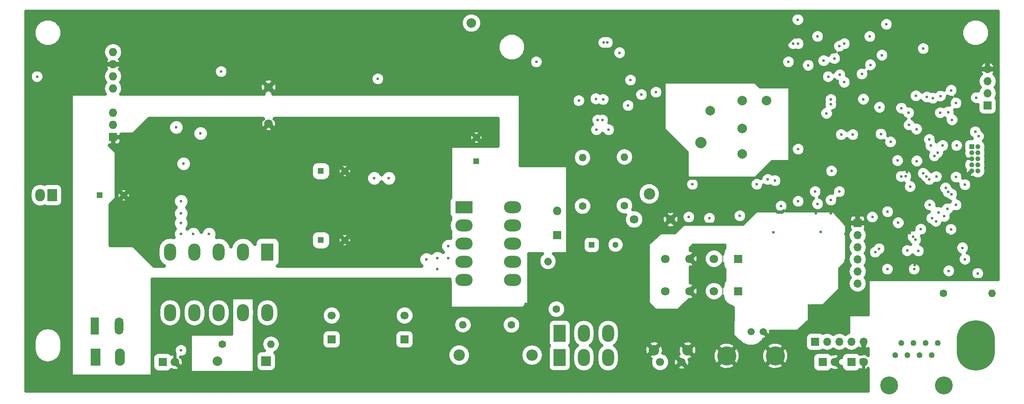
<source format=gbr>
G04 #@! TF.FileFunction,Copper,L2,Inr,Signal*
%FSLAX46Y46*%
G04 Gerber Fmt 4.6, Leading zero omitted, Abs format (unit mm)*
G04 Created by KiCad (PCBNEW 4.0.2-stable) date 06/03/2018 00:18:55*
%MOMM*%
G01*
G04 APERTURE LIST*
%ADD10C,0.100000*%
%ADD11C,1.998980*%
%ADD12R,1.998980X1.998980*%
%ADD13R,1.300000X1.300000*%
%ADD14C,1.300000*%
%ADD15C,1.700000*%
%ADD16R,1.700000X1.700000*%
%ADD17R,1.727200X1.727200*%
%ADD18O,1.727200X1.727200*%
%ADD19O,3.600000X2.500000*%
%ADD20R,3.600000X2.500000*%
%ADD21O,2.500000X3.600000*%
%ADD22R,2.500000X3.600000*%
%ADD23C,1.600000*%
%ADD24O,1.600000X1.600000*%
%ADD25C,2.400000*%
%ADD26O,2.400000X2.400000*%
%ADD27C,2.400000*%
%ADD28C,3.750000*%
%ADD29C,1.250000*%
%ADD30R,2.100000X3.600000*%
%ADD31O,2.100000X3.600000*%
%ADD32O,1.700000X1.700000*%
%ADD33R,1.050000X1.050000*%
%ADD34C,1.050000*%
%ADD35R,1.800000X1.800000*%
%ADD36C,1.800000*%
%ADD37R,1.800000X3.600000*%
%ADD38O,1.800000X3.600000*%
%ADD39C,2.200000*%
%ADD40C,1.600000*%
%ADD41O,1.800000X1.800000*%
%ADD42O,8.000000X10.500000*%
%ADD43R,2.000000X2.600000*%
%ADD44O,2.000000X2.600000*%
%ADD45C,1.500000*%
%ADD46C,4.000000*%
%ADD47C,0.600000*%
%ADD48C,2.000000*%
%ADD49C,0.700000*%
%ADD50C,0.180000*%
%ADD51C,0.500000*%
%ADD52C,0.800000*%
G04 APERTURE END LIST*
D10*
D11*
X156464000Y-226824540D03*
D12*
X166624000Y-226824540D03*
D13*
X131826000Y-192024000D03*
D14*
X136826000Y-192024000D03*
D13*
X234696000Y-202438000D03*
D14*
X239696000Y-202438000D03*
D13*
X210566000Y-184912000D03*
D14*
X210566000Y-179912000D03*
D15*
X180340000Y-217250000D03*
D16*
X180340000Y-222250000D03*
D15*
X195580000Y-217250000D03*
D16*
X195580000Y-222250000D03*
D13*
X178054000Y-201422000D03*
D14*
X183054000Y-201422000D03*
D17*
X134620000Y-179832000D03*
D18*
X134620000Y-177292000D03*
X134620000Y-174752000D03*
X134620000Y-169672000D03*
X134620000Y-167132000D03*
X134620000Y-164592000D03*
X134620000Y-162052000D03*
D19*
X208026000Y-209804000D03*
X208026000Y-205994000D03*
X218186000Y-209804000D03*
X218186000Y-205994000D03*
X208026000Y-202184000D03*
X208026000Y-198374000D03*
D20*
X208026000Y-194564000D03*
D19*
X218186000Y-194564000D03*
X218186000Y-198374000D03*
X218186000Y-202184000D03*
D21*
X146558000Y-203962000D03*
X151638000Y-203962000D03*
X146558000Y-216662000D03*
X151638000Y-216662000D03*
X156718000Y-203962000D03*
X161798000Y-203962000D03*
D22*
X166878000Y-203962000D03*
D21*
X166878000Y-216662000D03*
X161798000Y-216662000D03*
X156718000Y-216662000D03*
D23*
X217932000Y-219202000D03*
D24*
X207772000Y-219202000D03*
D25*
X207010000Y-225552000D03*
D26*
X222250000Y-225552000D03*
D23*
X157480000Y-223266000D03*
D24*
X167640000Y-223266000D03*
D25*
X246761000Y-191770000D03*
D27*
X257537307Y-180993693D02*
X257537307Y-180993693D01*
D23*
X232791000Y-194310000D03*
D24*
X232791000Y-184150000D03*
D23*
X241554000Y-194183000D03*
D24*
X241554000Y-184023000D03*
D28*
X308356000Y-231902000D03*
D29*
X299466000Y-223012000D03*
D28*
X296924000Y-231902000D03*
D29*
X302006000Y-223012000D03*
X304546000Y-223012000D03*
X307086000Y-223012000D03*
X298196000Y-225552000D03*
X300736000Y-225552000D03*
X303276000Y-225552000D03*
X305816000Y-225552000D03*
D30*
X131000000Y-226000000D03*
D31*
X136080000Y-226000000D03*
D21*
X238160000Y-226080000D03*
X233080000Y-226080000D03*
D22*
X228000000Y-226080000D03*
X228000000Y-221000000D03*
D21*
X233080000Y-221000000D03*
X238160000Y-221000000D03*
D16*
X281432000Y-222758000D03*
D32*
X283972000Y-222758000D03*
X286512000Y-222758000D03*
X289052000Y-222758000D03*
X291592000Y-222758000D03*
D16*
X290322000Y-197866000D03*
D32*
X290322000Y-200406000D03*
X290322000Y-202946000D03*
X290322000Y-205486000D03*
X290322000Y-208026000D03*
X290322000Y-210566000D03*
D33*
X314198000Y-181864000D03*
D34*
X314198000Y-183134000D03*
X314198000Y-184404000D03*
X314198000Y-185674000D03*
X314198000Y-186944000D03*
X315468000Y-183134000D03*
X315468000Y-184404000D03*
X315468000Y-185674000D03*
X315468000Y-186944000D03*
X315468000Y-181864000D03*
D35*
X289000000Y-227000000D03*
D36*
X291540000Y-227000000D03*
D35*
X283000000Y-227000000D03*
D36*
X285540000Y-227000000D03*
D35*
X145000000Y-227000000D03*
D36*
X147540000Y-227000000D03*
D13*
X178054000Y-186944000D03*
D14*
X183054000Y-186944000D03*
D37*
X130810000Y-219456000D03*
D38*
X135890000Y-219456000D03*
D39*
X247750000Y-224500000D03*
X254750000Y-224500000D03*
D15*
X249000000Y-227000000D03*
X253500000Y-227000000D03*
D36*
X260286500Y-212153500D03*
X255206500Y-212153500D03*
X250126500Y-212153500D03*
D35*
X265366500Y-212153500D03*
D36*
X260286500Y-205359000D03*
X255206500Y-205359000D03*
X250126500Y-205359000D03*
D35*
X265366500Y-205359000D03*
D23*
X227330000Y-215900000D03*
D40*
X225565735Y-205894353D02*
X225565735Y-205894353D01*
D35*
X227457000Y-200406000D03*
D41*
X227457000Y-195326000D03*
D36*
X243586000Y-197104000D03*
X251206000Y-197104000D03*
D42*
X315000000Y-223500000D03*
D16*
X317500000Y-173228000D03*
D32*
X317500000Y-170688000D03*
X317500000Y-168148000D03*
X317500000Y-165608000D03*
D43*
X121920000Y-192024000D03*
D44*
X119380000Y-192024000D03*
D23*
X308229000Y-212598000D03*
D24*
X318389000Y-212598000D03*
D45*
X268000000Y-220620000D03*
X270540000Y-220620000D03*
D46*
X273080000Y-225700000D03*
X262920000Y-225700000D03*
D36*
X167132000Y-169418000D03*
X167132000Y-177038000D03*
D47*
X301294800Y-190233300D03*
X309968900Y-191846200D03*
X284734000Y-193040000D03*
X282638500Y-199707500D03*
X313436000Y-208280000D03*
X219964000Y-216154000D03*
X222250000Y-215011000D03*
X220980000Y-214884000D03*
X274828000Y-162078620D03*
X309395106Y-186616094D03*
X308102000Y-208788000D03*
X302260000Y-206629000D03*
X282956000Y-173482000D03*
X279654000Y-188214000D03*
X268986000Y-193294000D03*
X274828000Y-195326000D03*
X240538000Y-158496000D03*
X237045500Y-158432500D03*
X233997500Y-163322000D03*
X236918500Y-162306000D03*
X280289000Y-159893000D03*
X298704000Y-177292000D03*
X290703000Y-188341000D03*
X289306000Y-156972000D03*
X301625000Y-206248000D03*
X307848000Y-164592000D03*
X196596000Y-169164000D03*
X219964000Y-170688000D03*
X219964000Y-183388000D03*
X246532400Y-208508600D03*
X276860000Y-159004000D03*
X277876000Y-164338000D03*
X255524000Y-164846000D03*
X258826000Y-159258000D03*
X258064000Y-158496000D03*
X263652000Y-163576000D03*
X295554400Y-183261000D03*
X295173400Y-180949600D03*
X317500000Y-192278000D03*
X238506000Y-165354000D03*
X312623200Y-207264000D03*
X296926002Y-171195998D03*
X305816000Y-174498000D03*
X294970200Y-184835800D03*
X301193200Y-199948800D03*
X305816000Y-205486000D03*
X300609000Y-187172600D03*
X298246800Y-189560200D03*
X296291000Y-199593200D03*
X309245000Y-200355200D03*
X300431200Y-199593200D03*
X291084000Y-163576000D03*
X302006000Y-163576000D03*
X317855600Y-199632000D03*
X313131200Y-198120000D03*
X282956000Y-187452000D03*
X247186660Y-182924660D03*
X251206000Y-195580000D03*
X250952000Y-194310000D03*
X246634000Y-215646000D03*
X248158000Y-200914000D03*
X253238000Y-198882000D03*
X260604000Y-198120000D03*
X268224000Y-196342000D03*
X287782000Y-200152000D03*
X287782000Y-205740000D03*
X286512000Y-211582000D03*
X280162000Y-215138000D03*
X277876000Y-220472000D03*
X237490000Y-185166000D03*
X236728000Y-185166000D03*
X223520000Y-214884000D03*
X224409000Y-216154000D03*
X194310000Y-213360000D03*
X192786000Y-212344000D03*
X193294000Y-213360000D03*
X195326000Y-213360000D03*
X194818000Y-212344000D03*
X193802000Y-212344000D03*
X195834000Y-212344000D03*
X281559000Y-195834000D03*
X284734000Y-195834000D03*
X277876000Y-193294000D03*
X237998000Y-160020000D03*
X237236000Y-160020000D03*
X291528500Y-171919900D03*
X305308000Y-180340000D03*
X284734000Y-172974000D03*
X289306000Y-179324000D03*
X284734000Y-171958000D03*
X275844000Y-164084000D03*
X286512000Y-191262000D03*
X295198800Y-179222402D03*
X286893000Y-179324000D03*
D48*
X209550000Y-155956000D03*
D47*
X271526000Y-188722000D03*
X255778000Y-189738000D03*
X284175200Y-167208202D03*
X306070000Y-171704000D03*
X235585000Y-171831000D03*
X236982000Y-176276000D03*
X235966000Y-176276000D03*
X147828000Y-177800000D03*
X172212000Y-193548000D03*
X189738000Y-203962000D03*
X189738000Y-205232000D03*
X188976000Y-204724000D03*
X188976000Y-202946000D03*
X190754000Y-203454000D03*
X190754000Y-204724000D03*
X190246000Y-202692000D03*
X195072000Y-177292000D03*
X195580000Y-176784000D03*
X194564000Y-176784000D03*
X196088000Y-177292000D03*
X196596000Y-176784000D03*
X172212000Y-192532000D03*
X170942000Y-193548000D03*
X172212000Y-191516000D03*
X170942000Y-192532000D03*
X170942000Y-191516000D03*
X169672000Y-192532000D03*
X169672000Y-193548000D03*
X169672000Y-191516000D03*
X148590000Y-188214000D03*
X147066000Y-188468000D03*
X149352000Y-188976000D03*
X147828000Y-187706000D03*
X148082000Y-188976000D03*
X149352000Y-187960000D03*
X148590000Y-189738000D03*
X188976000Y-205994000D03*
X190754000Y-205740000D03*
X194056000Y-181356000D03*
X194056000Y-182372000D03*
X281940000Y-193852800D03*
X298678600Y-184772300D03*
X311023000Y-181610000D03*
X314934600Y-178739800D03*
X315595000Y-179679600D03*
X223139000Y-164084000D03*
X305308000Y-188722000D03*
X304038000Y-187452000D03*
X304673000Y-188087000D03*
X277876000Y-160274000D03*
X276860000Y-160274000D03*
X292862000Y-158750000D03*
X281940000Y-158750000D03*
X303530000Y-199136000D03*
X309372000Y-207899000D03*
X302133000Y-207518000D03*
X296545000Y-207518000D03*
X297206620Y-180873400D03*
X296341800Y-156210000D03*
X309118000Y-194881500D03*
X306781200Y-188137800D03*
X255016000Y-196596000D03*
X259334000Y-196850000D03*
D48*
X266192000Y-172212000D03*
X259502000Y-174330000D03*
X266192000Y-183388000D03*
X271272000Y-172212000D03*
X266192000Y-178054000D03*
D47*
X308102000Y-181610000D03*
X304038000Y-161290000D03*
X295402000Y-162687000D03*
X309880000Y-170053000D03*
X305841400Y-196862700D03*
X307200300Y-195668900D03*
X310070500Y-176237900D03*
X248158000Y-170434000D03*
X305612800Y-181635400D03*
X154686000Y-200152000D03*
X151384000Y-200152000D03*
X148844000Y-200152000D03*
X148844000Y-197866000D03*
X148844000Y-195834000D03*
X148844000Y-193294000D03*
X307594000Y-174752000D03*
X309829200Y-199199500D03*
X309245000Y-174625000D03*
X312762900Y-205460600D03*
X308444900Y-196456300D03*
X312750200Y-189826900D03*
X312242200Y-203073000D03*
X294005000Y-203962000D03*
X300685200Y-203657200D03*
X294817800Y-203250800D03*
X302412400Y-201371200D03*
X269240000Y-189738000D03*
X306374800Y-183781700D03*
X265684000Y-196342000D03*
X273050000Y-188976000D03*
X307060600Y-183095900D03*
X310896000Y-188214000D03*
X299466000Y-173799500D03*
X245109994Y-170942000D03*
X277876000Y-182372000D03*
X279984200Y-164820600D03*
X309232300Y-191350900D03*
X308724300Y-190538100D03*
X291211000Y-166624000D03*
X315442600Y-208432400D03*
X148844000Y-224536000D03*
X294894000Y-173609000D03*
X300355000Y-188036200D03*
X235712000Y-178308000D03*
X238252000Y-178308000D03*
X302514000Y-171196000D03*
X242316000Y-173228000D03*
X232029000Y-172212000D03*
X300990000Y-174752000D03*
X304800000Y-171450000D03*
X242824000Y-167894000D03*
X302704500Y-184873900D03*
X298805600Y-197815200D03*
X301091600Y-177317400D03*
X283819600Y-174879000D03*
X277812500Y-155257500D03*
X287515300Y-168351200D03*
X299415200Y-188112400D03*
X149352000Y-185420000D03*
X152908000Y-179070000D03*
X281432000Y-191262000D03*
X284861000Y-186944000D03*
X302641000Y-178181000D03*
X301879000Y-200710800D03*
X303022000Y-203708000D03*
X310896000Y-194081400D03*
X310896000Y-172720000D03*
X292989000Y-164719000D03*
X307632100Y-171259500D03*
X306705000Y-197497700D03*
X157226000Y-166116000D03*
X286512000Y-160782000D03*
X283210000Y-163830000D03*
X293395400Y-196621400D03*
X285483300Y-163385500D03*
X296595800Y-195491100D03*
X305409600Y-194068700D03*
X286588200Y-166827200D03*
X272732500Y-199771000D03*
X274320000Y-194310000D03*
X192278000Y-188468000D03*
X189230000Y-188468000D03*
X202438000Y-207518000D03*
X202438000Y-205232000D03*
X204724000Y-205232000D03*
X204724000Y-202692000D03*
X200152000Y-205486000D03*
X287528000Y-160274000D03*
X189992000Y-167640000D03*
X237109000Y-171958000D03*
X240538000Y-162179000D03*
X118745000Y-167182800D03*
X315137800Y-171602400D03*
D49*
X313436000Y-208280000D02*
X313436000Y-208661000D01*
X314477400Y-209702400D02*
X316484000Y-209702400D01*
X313436000Y-208661000D02*
X314477400Y-209702400D01*
X220980000Y-214884000D02*
X220980000Y-215138000D01*
X220980000Y-215138000D02*
X219964000Y-216154000D01*
X147540000Y-227000000D02*
X147540000Y-225568800D01*
X147540000Y-225568800D02*
X146761200Y-224790000D01*
X291540000Y-227000000D02*
X291540000Y-228675000D01*
X291540000Y-228675000D02*
X291642800Y-228777800D01*
X291084000Y-226544000D02*
X291540000Y-227000000D01*
X274828000Y-195326000D02*
X274574000Y-195580000D01*
X273507200Y-195580000D02*
X273431000Y-195503800D01*
X274574000Y-195580000D02*
X273507200Y-195580000D01*
D50*
X251206000Y-197104000D02*
X253492000Y-194818000D01*
D49*
X254355600Y-188493400D02*
X257530600Y-188493400D01*
D50*
X253492000Y-188849000D02*
X254355600Y-188493400D01*
X253492000Y-194818000D02*
X253492000Y-188849000D01*
D51*
X276860000Y-159004000D02*
X274828000Y-161036000D01*
X274828000Y-161654356D02*
X274828000Y-162078620D01*
X274828000Y-161036000D02*
X274828000Y-161654356D01*
X312166000Y-184404000D02*
X311607200Y-184404000D01*
X309695105Y-186316095D02*
X309395106Y-186616094D01*
X311607200Y-184404000D02*
X309695105Y-186316095D01*
X301625000Y-206248000D02*
X301625000Y-205867000D01*
X302006000Y-205486000D02*
X305816000Y-205486000D01*
X301625000Y-205867000D02*
X302006000Y-205486000D01*
D50*
X260604000Y-198120000D02*
X266446000Y-198120000D01*
X266446000Y-198120000D02*
X268224000Y-196342000D01*
X253238000Y-198882000D02*
X254000000Y-198120000D01*
D49*
X254000000Y-198120000D02*
X260604000Y-198120000D01*
D50*
X255206500Y-205359000D02*
X255206500Y-205041500D01*
X255206500Y-205041500D02*
X257302000Y-202946000D01*
X257302000Y-202946000D02*
X261112000Y-202946000D01*
X261112000Y-202946000D02*
X262128000Y-203962000D01*
X262128000Y-203962000D02*
X262128000Y-213360000D01*
X262128000Y-213360000D02*
X260858000Y-214630000D01*
X260858000Y-214630000D02*
X257302000Y-214630000D01*
X257302000Y-214630000D02*
X255206500Y-212534500D01*
X255206500Y-212534500D02*
X255206500Y-212153500D01*
D51*
X291084000Y-163576000D02*
X291084000Y-163830000D01*
X291084000Y-163830000D02*
X288544000Y-166370000D01*
D50*
X301193200Y-199948800D02*
X300786800Y-199948800D01*
X300786800Y-199948800D02*
X300431200Y-199593200D01*
X298246800Y-189560200D02*
X298246800Y-187020200D01*
X298246800Y-187020200D02*
X298831000Y-186436000D01*
X298831000Y-186436000D02*
X299872400Y-186436000D01*
X299872400Y-186436000D02*
X300609000Y-187172600D01*
D51*
X314198000Y-184404000D02*
X312166000Y-184404000D01*
X312166000Y-184404000D02*
X312420000Y-184658000D01*
X312420000Y-184658000D02*
X312420000Y-187452000D01*
X312420000Y-187452000D02*
X312928000Y-187960000D01*
X312928000Y-187960000D02*
X313182000Y-187960000D01*
X313182000Y-187960000D02*
X314198000Y-186944000D01*
D52*
G36*
X165979385Y-176026809D02*
X165673284Y-176101788D01*
X165426049Y-176731279D01*
X165438530Y-177407466D01*
X165673284Y-177974212D01*
X165979387Y-178049192D01*
X166990579Y-177038000D01*
X166976437Y-177023858D01*
X167117858Y-176882437D01*
X167132000Y-176896579D01*
X167146143Y-176882437D01*
X167287564Y-177023858D01*
X167273421Y-177038000D01*
X168284613Y-178049192D01*
X168590716Y-177974212D01*
X168837951Y-177344721D01*
X168825470Y-176668534D01*
X168590716Y-176101788D01*
X168284615Y-176026809D01*
X168397424Y-175914000D01*
X214992000Y-175914000D01*
X214992000Y-181718000D01*
X205486000Y-181718000D01*
X205330378Y-181749514D01*
X205199277Y-181839092D01*
X205113356Y-181972617D01*
X205086000Y-182118000D01*
X205086000Y-192502580D01*
X204911034Y-192758651D01*
X204798573Y-193314000D01*
X204798573Y-195814000D01*
X204896194Y-196332809D01*
X205086000Y-196627776D01*
X205086000Y-197178840D01*
X204965027Y-197359889D01*
X204763308Y-198374000D01*
X204965027Y-199388111D01*
X205086000Y-199569160D01*
X205086000Y-200988840D01*
X205079335Y-200998815D01*
X205063634Y-200992296D01*
X204387333Y-200991706D01*
X203762285Y-201249970D01*
X203283650Y-201727770D01*
X203024296Y-202352366D01*
X203023706Y-203028667D01*
X203281970Y-203653715D01*
X203589836Y-203962119D01*
X203581103Y-203970836D01*
X203402230Y-203791650D01*
X202777634Y-203532296D01*
X202101333Y-203531706D01*
X201476285Y-203789970D01*
X201168103Y-204097614D01*
X201116230Y-204045650D01*
X200491634Y-203786296D01*
X199815333Y-203785706D01*
X199190285Y-204043970D01*
X198711650Y-204521770D01*
X198452296Y-205146366D01*
X198451706Y-205822667D01*
X198709970Y-206447715D01*
X199125529Y-206864000D01*
X169000830Y-206864000D01*
X169123303Y-206785191D01*
X169442966Y-206317349D01*
X169555427Y-205762000D01*
X169555427Y-202162000D01*
X169457806Y-201643191D01*
X169151191Y-201166697D01*
X168683349Y-200847034D01*
X168312821Y-200772000D01*
X175976573Y-200772000D01*
X175976573Y-202072000D01*
X176074194Y-202590809D01*
X176380809Y-203067303D01*
X176848651Y-203386966D01*
X177404000Y-203499427D01*
X178704000Y-203499427D01*
X179222809Y-203401806D01*
X179699303Y-203095191D01*
X180018966Y-202627349D01*
X180066238Y-202393911D01*
X182223510Y-202393911D01*
X182267906Y-202674096D01*
X182806900Y-202879612D01*
X183383513Y-202863218D01*
X183840094Y-202674096D01*
X183884490Y-202393911D01*
X183054000Y-201563421D01*
X182223510Y-202393911D01*
X180066238Y-202393911D01*
X180131427Y-202072000D01*
X180131427Y-201174900D01*
X181596388Y-201174900D01*
X181612782Y-201751513D01*
X181801904Y-202208094D01*
X182082089Y-202252490D01*
X182912579Y-201422000D01*
X183195421Y-201422000D01*
X184025911Y-202252490D01*
X184306096Y-202208094D01*
X184511612Y-201669100D01*
X184495218Y-201092487D01*
X184306096Y-200635906D01*
X184025911Y-200591510D01*
X183195421Y-201422000D01*
X182912579Y-201422000D01*
X182082089Y-200591510D01*
X181801904Y-200635906D01*
X181596388Y-201174900D01*
X180131427Y-201174900D01*
X180131427Y-200772000D01*
X180070856Y-200450089D01*
X182223510Y-200450089D01*
X183054000Y-201280579D01*
X183884490Y-200450089D01*
X183840094Y-200169904D01*
X183301100Y-199964388D01*
X182724487Y-199980782D01*
X182267906Y-200169904D01*
X182223510Y-200450089D01*
X180070856Y-200450089D01*
X180033806Y-200253191D01*
X179727191Y-199776697D01*
X179259349Y-199457034D01*
X178704000Y-199344573D01*
X177404000Y-199344573D01*
X176885191Y-199442194D01*
X176408697Y-199748809D01*
X176089034Y-200216651D01*
X175976573Y-200772000D01*
X168312821Y-200772000D01*
X168128000Y-200734573D01*
X165628000Y-200734573D01*
X165109191Y-200832194D01*
X164632697Y-201138809D01*
X164313034Y-201606651D01*
X164200573Y-202162000D01*
X164200573Y-202266790D01*
X163671833Y-201475475D01*
X162812111Y-200901027D01*
X161798000Y-200699308D01*
X160783889Y-200901027D01*
X159924167Y-201475475D01*
X159349719Y-202335197D01*
X159258000Y-202796300D01*
X159166281Y-202335197D01*
X158591833Y-201475475D01*
X157732111Y-200901027D01*
X156718000Y-200699308D01*
X156261790Y-200790054D01*
X156385704Y-200491634D01*
X156386294Y-199815333D01*
X156128030Y-199190285D01*
X155650230Y-198711650D01*
X155025634Y-198452296D01*
X154349333Y-198451706D01*
X153724285Y-198709970D01*
X153245650Y-199187770D01*
X153034801Y-199695552D01*
X152826030Y-199190285D01*
X152348230Y-198711650D01*
X151723634Y-198452296D01*
X151047333Y-198451706D01*
X150422285Y-198709970D01*
X150113881Y-199017836D01*
X150105164Y-199009103D01*
X150284350Y-198830230D01*
X150543704Y-198205634D01*
X150544294Y-197529333D01*
X150286030Y-196904285D01*
X150232164Y-196850325D01*
X150284350Y-196798230D01*
X150543704Y-196173634D01*
X150544294Y-195497333D01*
X150286030Y-194872285D01*
X149978164Y-194563881D01*
X150284350Y-194258230D01*
X150543704Y-193633634D01*
X150544294Y-192957333D01*
X150286030Y-192332285D01*
X149808230Y-191853650D01*
X149183634Y-191594296D01*
X148507333Y-191593706D01*
X147882285Y-191851970D01*
X147403650Y-192329770D01*
X147144296Y-192954366D01*
X147143706Y-193630667D01*
X147401970Y-194255715D01*
X147709836Y-194564119D01*
X147403650Y-194869770D01*
X147144296Y-195494366D01*
X147143706Y-196170667D01*
X147401970Y-196795715D01*
X147455836Y-196849675D01*
X147403650Y-196901770D01*
X147144296Y-197526366D01*
X147143706Y-198202667D01*
X147401970Y-198827715D01*
X147582836Y-199008897D01*
X147403650Y-199187770D01*
X147144296Y-199812366D01*
X147143706Y-200488667D01*
X147290984Y-200845107D01*
X146558000Y-200699308D01*
X145543889Y-200901027D01*
X144684167Y-201475475D01*
X144109719Y-202335197D01*
X143908000Y-203349308D01*
X143908000Y-204574692D01*
X144109719Y-205588803D01*
X144684167Y-206448525D01*
X145305969Y-206864000D01*
X143167686Y-206864000D01*
X138966843Y-202663157D01*
X138834517Y-202575400D01*
X138684000Y-202546000D01*
X134004000Y-202546000D01*
X134004000Y-193967686D01*
X134975775Y-192995911D01*
X135995510Y-192995911D01*
X136039906Y-193276096D01*
X136578900Y-193481612D01*
X137155513Y-193465218D01*
X137612094Y-193276096D01*
X137656490Y-192995911D01*
X136826000Y-192165421D01*
X135995510Y-192995911D01*
X134975775Y-192995911D01*
X135156843Y-192814843D01*
X135244600Y-192682517D01*
X135274000Y-192532000D01*
X135274000Y-191776900D01*
X135368388Y-191776900D01*
X135384782Y-192353513D01*
X135573904Y-192810094D01*
X135854089Y-192854490D01*
X136684579Y-192024000D01*
X136967421Y-192024000D01*
X137797911Y-192854490D01*
X138078096Y-192810094D01*
X138283612Y-192271100D01*
X138267218Y-191694487D01*
X138078096Y-191237906D01*
X137797911Y-191193510D01*
X136967421Y-192024000D01*
X136684579Y-192024000D01*
X135854089Y-191193510D01*
X135573904Y-191237906D01*
X135368388Y-191776900D01*
X135274000Y-191776900D01*
X135274000Y-191052089D01*
X135995510Y-191052089D01*
X136826000Y-191882579D01*
X137656490Y-191052089D01*
X137612094Y-190771904D01*
X137073100Y-190566388D01*
X136496487Y-190582782D01*
X136039906Y-190771904D01*
X135995510Y-191052089D01*
X135274000Y-191052089D01*
X135274000Y-185756667D01*
X147651706Y-185756667D01*
X147909970Y-186381715D01*
X148387770Y-186860350D01*
X149012366Y-187119704D01*
X149688667Y-187120294D01*
X150313715Y-186862030D01*
X150792350Y-186384230D01*
X150829816Y-186294000D01*
X175976573Y-186294000D01*
X175976573Y-187594000D01*
X176074194Y-188112809D01*
X176380809Y-188589303D01*
X176848651Y-188908966D01*
X177404000Y-189021427D01*
X178704000Y-189021427D01*
X179222809Y-188923806D01*
X179407956Y-188804667D01*
X187529706Y-188804667D01*
X187787970Y-189429715D01*
X188265770Y-189908350D01*
X188890366Y-190167704D01*
X189566667Y-190168294D01*
X190191715Y-189910030D01*
X190670350Y-189432230D01*
X190753885Y-189231054D01*
X190835970Y-189429715D01*
X191313770Y-189908350D01*
X191938366Y-190167704D01*
X192614667Y-190168294D01*
X193239715Y-189910030D01*
X193718350Y-189432230D01*
X193977704Y-188807634D01*
X193978294Y-188131333D01*
X193720030Y-187506285D01*
X193242230Y-187027650D01*
X192617634Y-186768296D01*
X191941333Y-186767706D01*
X191316285Y-187025970D01*
X190837650Y-187503770D01*
X190754115Y-187704946D01*
X190672030Y-187506285D01*
X190194230Y-187027650D01*
X189569634Y-186768296D01*
X188893333Y-186767706D01*
X188268285Y-187025970D01*
X187789650Y-187503770D01*
X187530296Y-188128366D01*
X187529706Y-188804667D01*
X179407956Y-188804667D01*
X179699303Y-188617191D01*
X180018966Y-188149349D01*
X180066238Y-187915911D01*
X182223510Y-187915911D01*
X182267906Y-188196096D01*
X182806900Y-188401612D01*
X183383513Y-188385218D01*
X183840094Y-188196096D01*
X183884490Y-187915911D01*
X183054000Y-187085421D01*
X182223510Y-187915911D01*
X180066238Y-187915911D01*
X180131427Y-187594000D01*
X180131427Y-186696900D01*
X181596388Y-186696900D01*
X181612782Y-187273513D01*
X181801904Y-187730094D01*
X182082089Y-187774490D01*
X182912579Y-186944000D01*
X183195421Y-186944000D01*
X184025911Y-187774490D01*
X184306096Y-187730094D01*
X184511612Y-187191100D01*
X184495218Y-186614487D01*
X184306096Y-186157906D01*
X184025911Y-186113510D01*
X183195421Y-186944000D01*
X182912579Y-186944000D01*
X182082089Y-186113510D01*
X181801904Y-186157906D01*
X181596388Y-186696900D01*
X180131427Y-186696900D01*
X180131427Y-186294000D01*
X180070856Y-185972089D01*
X182223510Y-185972089D01*
X183054000Y-186802579D01*
X183884490Y-185972089D01*
X183840094Y-185691904D01*
X183301100Y-185486388D01*
X182724487Y-185502782D01*
X182267906Y-185691904D01*
X182223510Y-185972089D01*
X180070856Y-185972089D01*
X180033806Y-185775191D01*
X179727191Y-185298697D01*
X179259349Y-184979034D01*
X178704000Y-184866573D01*
X177404000Y-184866573D01*
X176885191Y-184964194D01*
X176408697Y-185270809D01*
X176089034Y-185738651D01*
X175976573Y-186294000D01*
X150829816Y-186294000D01*
X151051704Y-185759634D01*
X151052294Y-185083333D01*
X150794030Y-184458285D01*
X150316230Y-183979650D01*
X149691634Y-183720296D01*
X149015333Y-183719706D01*
X148390285Y-183977970D01*
X147911650Y-184455770D01*
X147652296Y-185080366D01*
X147651706Y-185756667D01*
X135274000Y-185756667D01*
X135274000Y-183134000D01*
X135242486Y-182978378D01*
X135156843Y-182851157D01*
X133801286Y-181495600D01*
X134320000Y-181495600D01*
X134520000Y-181295600D01*
X134520000Y-179932000D01*
X134720000Y-179932000D01*
X134720000Y-181295600D01*
X134920000Y-181495600D01*
X135642730Y-181495600D01*
X135936764Y-181373807D01*
X136161807Y-181148764D01*
X136271512Y-180883911D01*
X209735510Y-180883911D01*
X209779906Y-181164096D01*
X210318900Y-181369612D01*
X210895513Y-181353218D01*
X211352094Y-181164096D01*
X211396490Y-180883911D01*
X210566000Y-180053421D01*
X209735510Y-180883911D01*
X136271512Y-180883911D01*
X136283600Y-180854730D01*
X136283600Y-180132000D01*
X136083600Y-179932000D01*
X134720000Y-179932000D01*
X134520000Y-179932000D01*
X134500000Y-179932000D01*
X134500000Y-179732000D01*
X134520000Y-179732000D01*
X134520000Y-179712000D01*
X134720000Y-179712000D01*
X134720000Y-179732000D01*
X136083600Y-179732000D01*
X136283600Y-179532000D01*
X136283600Y-179216000D01*
X138684000Y-179216000D01*
X138839622Y-179184486D01*
X138966843Y-179098843D01*
X139929019Y-178136667D01*
X146127706Y-178136667D01*
X146385970Y-178761715D01*
X146863770Y-179240350D01*
X147488366Y-179499704D01*
X148164667Y-179500294D01*
X148391262Y-179406667D01*
X151207706Y-179406667D01*
X151465970Y-180031715D01*
X151943770Y-180510350D01*
X152568366Y-180769704D01*
X153244667Y-180770294D01*
X153869715Y-180512030D01*
X154348350Y-180034230D01*
X154501708Y-179664900D01*
X209108388Y-179664900D01*
X209124782Y-180241513D01*
X209313904Y-180698094D01*
X209594089Y-180742490D01*
X210424579Y-179912000D01*
X210707421Y-179912000D01*
X211537911Y-180742490D01*
X211818096Y-180698094D01*
X212023612Y-180159100D01*
X212007218Y-179582487D01*
X211818096Y-179125906D01*
X211537911Y-179081510D01*
X210707421Y-179912000D01*
X210424579Y-179912000D01*
X209594089Y-179081510D01*
X209313904Y-179125906D01*
X209108388Y-179664900D01*
X154501708Y-179664900D01*
X154607704Y-179409634D01*
X154608113Y-178940089D01*
X209735510Y-178940089D01*
X210566000Y-179770579D01*
X211396490Y-178940089D01*
X211352094Y-178659904D01*
X210813100Y-178454388D01*
X210236487Y-178470782D01*
X209779906Y-178659904D01*
X209735510Y-178940089D01*
X154608113Y-178940089D01*
X154608294Y-178733333D01*
X154384048Y-178190613D01*
X166120808Y-178190613D01*
X166195788Y-178496716D01*
X166825279Y-178743951D01*
X167501466Y-178731470D01*
X168068212Y-178496716D01*
X168143192Y-178190613D01*
X167132000Y-177179421D01*
X166120808Y-178190613D01*
X154384048Y-178190613D01*
X154350030Y-178108285D01*
X153872230Y-177629650D01*
X153247634Y-177370296D01*
X152571333Y-177369706D01*
X151946285Y-177627970D01*
X151467650Y-178105770D01*
X151208296Y-178730366D01*
X151207706Y-179406667D01*
X148391262Y-179406667D01*
X148789715Y-179242030D01*
X149268350Y-178764230D01*
X149527704Y-178139634D01*
X149528294Y-177463333D01*
X149270030Y-176838285D01*
X148792230Y-176359650D01*
X148167634Y-176100296D01*
X147491333Y-176099706D01*
X146866285Y-176357970D01*
X146387650Y-176835770D01*
X146128296Y-177460366D01*
X146127706Y-178136667D01*
X139929019Y-178136667D01*
X142151686Y-175914000D01*
X165866576Y-175914000D01*
X165979385Y-176026809D01*
X165979385Y-176026809D01*
G37*
X165979385Y-176026809D02*
X165673284Y-176101788D01*
X165426049Y-176731279D01*
X165438530Y-177407466D01*
X165673284Y-177974212D01*
X165979387Y-178049192D01*
X166990579Y-177038000D01*
X166976437Y-177023858D01*
X167117858Y-176882437D01*
X167132000Y-176896579D01*
X167146143Y-176882437D01*
X167287564Y-177023858D01*
X167273421Y-177038000D01*
X168284613Y-178049192D01*
X168590716Y-177974212D01*
X168837951Y-177344721D01*
X168825470Y-176668534D01*
X168590716Y-176101788D01*
X168284615Y-176026809D01*
X168397424Y-175914000D01*
X214992000Y-175914000D01*
X214992000Y-181718000D01*
X205486000Y-181718000D01*
X205330378Y-181749514D01*
X205199277Y-181839092D01*
X205113356Y-181972617D01*
X205086000Y-182118000D01*
X205086000Y-192502580D01*
X204911034Y-192758651D01*
X204798573Y-193314000D01*
X204798573Y-195814000D01*
X204896194Y-196332809D01*
X205086000Y-196627776D01*
X205086000Y-197178840D01*
X204965027Y-197359889D01*
X204763308Y-198374000D01*
X204965027Y-199388111D01*
X205086000Y-199569160D01*
X205086000Y-200988840D01*
X205079335Y-200998815D01*
X205063634Y-200992296D01*
X204387333Y-200991706D01*
X203762285Y-201249970D01*
X203283650Y-201727770D01*
X203024296Y-202352366D01*
X203023706Y-203028667D01*
X203281970Y-203653715D01*
X203589836Y-203962119D01*
X203581103Y-203970836D01*
X203402230Y-203791650D01*
X202777634Y-203532296D01*
X202101333Y-203531706D01*
X201476285Y-203789970D01*
X201168103Y-204097614D01*
X201116230Y-204045650D01*
X200491634Y-203786296D01*
X199815333Y-203785706D01*
X199190285Y-204043970D01*
X198711650Y-204521770D01*
X198452296Y-205146366D01*
X198451706Y-205822667D01*
X198709970Y-206447715D01*
X199125529Y-206864000D01*
X169000830Y-206864000D01*
X169123303Y-206785191D01*
X169442966Y-206317349D01*
X169555427Y-205762000D01*
X169555427Y-202162000D01*
X169457806Y-201643191D01*
X169151191Y-201166697D01*
X168683349Y-200847034D01*
X168312821Y-200772000D01*
X175976573Y-200772000D01*
X175976573Y-202072000D01*
X176074194Y-202590809D01*
X176380809Y-203067303D01*
X176848651Y-203386966D01*
X177404000Y-203499427D01*
X178704000Y-203499427D01*
X179222809Y-203401806D01*
X179699303Y-203095191D01*
X180018966Y-202627349D01*
X180066238Y-202393911D01*
X182223510Y-202393911D01*
X182267906Y-202674096D01*
X182806900Y-202879612D01*
X183383513Y-202863218D01*
X183840094Y-202674096D01*
X183884490Y-202393911D01*
X183054000Y-201563421D01*
X182223510Y-202393911D01*
X180066238Y-202393911D01*
X180131427Y-202072000D01*
X180131427Y-201174900D01*
X181596388Y-201174900D01*
X181612782Y-201751513D01*
X181801904Y-202208094D01*
X182082089Y-202252490D01*
X182912579Y-201422000D01*
X183195421Y-201422000D01*
X184025911Y-202252490D01*
X184306096Y-202208094D01*
X184511612Y-201669100D01*
X184495218Y-201092487D01*
X184306096Y-200635906D01*
X184025911Y-200591510D01*
X183195421Y-201422000D01*
X182912579Y-201422000D01*
X182082089Y-200591510D01*
X181801904Y-200635906D01*
X181596388Y-201174900D01*
X180131427Y-201174900D01*
X180131427Y-200772000D01*
X180070856Y-200450089D01*
X182223510Y-200450089D01*
X183054000Y-201280579D01*
X183884490Y-200450089D01*
X183840094Y-200169904D01*
X183301100Y-199964388D01*
X182724487Y-199980782D01*
X182267906Y-200169904D01*
X182223510Y-200450089D01*
X180070856Y-200450089D01*
X180033806Y-200253191D01*
X179727191Y-199776697D01*
X179259349Y-199457034D01*
X178704000Y-199344573D01*
X177404000Y-199344573D01*
X176885191Y-199442194D01*
X176408697Y-199748809D01*
X176089034Y-200216651D01*
X175976573Y-200772000D01*
X168312821Y-200772000D01*
X168128000Y-200734573D01*
X165628000Y-200734573D01*
X165109191Y-200832194D01*
X164632697Y-201138809D01*
X164313034Y-201606651D01*
X164200573Y-202162000D01*
X164200573Y-202266790D01*
X163671833Y-201475475D01*
X162812111Y-200901027D01*
X161798000Y-200699308D01*
X160783889Y-200901027D01*
X159924167Y-201475475D01*
X159349719Y-202335197D01*
X159258000Y-202796300D01*
X159166281Y-202335197D01*
X158591833Y-201475475D01*
X157732111Y-200901027D01*
X156718000Y-200699308D01*
X156261790Y-200790054D01*
X156385704Y-200491634D01*
X156386294Y-199815333D01*
X156128030Y-199190285D01*
X155650230Y-198711650D01*
X155025634Y-198452296D01*
X154349333Y-198451706D01*
X153724285Y-198709970D01*
X153245650Y-199187770D01*
X153034801Y-199695552D01*
X152826030Y-199190285D01*
X152348230Y-198711650D01*
X151723634Y-198452296D01*
X151047333Y-198451706D01*
X150422285Y-198709970D01*
X150113881Y-199017836D01*
X150105164Y-199009103D01*
X150284350Y-198830230D01*
X150543704Y-198205634D01*
X150544294Y-197529333D01*
X150286030Y-196904285D01*
X150232164Y-196850325D01*
X150284350Y-196798230D01*
X150543704Y-196173634D01*
X150544294Y-195497333D01*
X150286030Y-194872285D01*
X149978164Y-194563881D01*
X150284350Y-194258230D01*
X150543704Y-193633634D01*
X150544294Y-192957333D01*
X150286030Y-192332285D01*
X149808230Y-191853650D01*
X149183634Y-191594296D01*
X148507333Y-191593706D01*
X147882285Y-191851970D01*
X147403650Y-192329770D01*
X147144296Y-192954366D01*
X147143706Y-193630667D01*
X147401970Y-194255715D01*
X147709836Y-194564119D01*
X147403650Y-194869770D01*
X147144296Y-195494366D01*
X147143706Y-196170667D01*
X147401970Y-196795715D01*
X147455836Y-196849675D01*
X147403650Y-196901770D01*
X147144296Y-197526366D01*
X147143706Y-198202667D01*
X147401970Y-198827715D01*
X147582836Y-199008897D01*
X147403650Y-199187770D01*
X147144296Y-199812366D01*
X147143706Y-200488667D01*
X147290984Y-200845107D01*
X146558000Y-200699308D01*
X145543889Y-200901027D01*
X144684167Y-201475475D01*
X144109719Y-202335197D01*
X143908000Y-203349308D01*
X143908000Y-204574692D01*
X144109719Y-205588803D01*
X144684167Y-206448525D01*
X145305969Y-206864000D01*
X143167686Y-206864000D01*
X138966843Y-202663157D01*
X138834517Y-202575400D01*
X138684000Y-202546000D01*
X134004000Y-202546000D01*
X134004000Y-193967686D01*
X134975775Y-192995911D01*
X135995510Y-192995911D01*
X136039906Y-193276096D01*
X136578900Y-193481612D01*
X137155513Y-193465218D01*
X137612094Y-193276096D01*
X137656490Y-192995911D01*
X136826000Y-192165421D01*
X135995510Y-192995911D01*
X134975775Y-192995911D01*
X135156843Y-192814843D01*
X135244600Y-192682517D01*
X135274000Y-192532000D01*
X135274000Y-191776900D01*
X135368388Y-191776900D01*
X135384782Y-192353513D01*
X135573904Y-192810094D01*
X135854089Y-192854490D01*
X136684579Y-192024000D01*
X136967421Y-192024000D01*
X137797911Y-192854490D01*
X138078096Y-192810094D01*
X138283612Y-192271100D01*
X138267218Y-191694487D01*
X138078096Y-191237906D01*
X137797911Y-191193510D01*
X136967421Y-192024000D01*
X136684579Y-192024000D01*
X135854089Y-191193510D01*
X135573904Y-191237906D01*
X135368388Y-191776900D01*
X135274000Y-191776900D01*
X135274000Y-191052089D01*
X135995510Y-191052089D01*
X136826000Y-191882579D01*
X137656490Y-191052089D01*
X137612094Y-190771904D01*
X137073100Y-190566388D01*
X136496487Y-190582782D01*
X136039906Y-190771904D01*
X135995510Y-191052089D01*
X135274000Y-191052089D01*
X135274000Y-185756667D01*
X147651706Y-185756667D01*
X147909970Y-186381715D01*
X148387770Y-186860350D01*
X149012366Y-187119704D01*
X149688667Y-187120294D01*
X150313715Y-186862030D01*
X150792350Y-186384230D01*
X150829816Y-186294000D01*
X175976573Y-186294000D01*
X175976573Y-187594000D01*
X176074194Y-188112809D01*
X176380809Y-188589303D01*
X176848651Y-188908966D01*
X177404000Y-189021427D01*
X178704000Y-189021427D01*
X179222809Y-188923806D01*
X179407956Y-188804667D01*
X187529706Y-188804667D01*
X187787970Y-189429715D01*
X188265770Y-189908350D01*
X188890366Y-190167704D01*
X189566667Y-190168294D01*
X190191715Y-189910030D01*
X190670350Y-189432230D01*
X190753885Y-189231054D01*
X190835970Y-189429715D01*
X191313770Y-189908350D01*
X191938366Y-190167704D01*
X192614667Y-190168294D01*
X193239715Y-189910030D01*
X193718350Y-189432230D01*
X193977704Y-188807634D01*
X193978294Y-188131333D01*
X193720030Y-187506285D01*
X193242230Y-187027650D01*
X192617634Y-186768296D01*
X191941333Y-186767706D01*
X191316285Y-187025970D01*
X190837650Y-187503770D01*
X190754115Y-187704946D01*
X190672030Y-187506285D01*
X190194230Y-187027650D01*
X189569634Y-186768296D01*
X188893333Y-186767706D01*
X188268285Y-187025970D01*
X187789650Y-187503770D01*
X187530296Y-188128366D01*
X187529706Y-188804667D01*
X179407956Y-188804667D01*
X179699303Y-188617191D01*
X180018966Y-188149349D01*
X180066238Y-187915911D01*
X182223510Y-187915911D01*
X182267906Y-188196096D01*
X182806900Y-188401612D01*
X183383513Y-188385218D01*
X183840094Y-188196096D01*
X183884490Y-187915911D01*
X183054000Y-187085421D01*
X182223510Y-187915911D01*
X180066238Y-187915911D01*
X180131427Y-187594000D01*
X180131427Y-186696900D01*
X181596388Y-186696900D01*
X181612782Y-187273513D01*
X181801904Y-187730094D01*
X182082089Y-187774490D01*
X182912579Y-186944000D01*
X183195421Y-186944000D01*
X184025911Y-187774490D01*
X184306096Y-187730094D01*
X184511612Y-187191100D01*
X184495218Y-186614487D01*
X184306096Y-186157906D01*
X184025911Y-186113510D01*
X183195421Y-186944000D01*
X182912579Y-186944000D01*
X182082089Y-186113510D01*
X181801904Y-186157906D01*
X181596388Y-186696900D01*
X180131427Y-186696900D01*
X180131427Y-186294000D01*
X180070856Y-185972089D01*
X182223510Y-185972089D01*
X183054000Y-186802579D01*
X183884490Y-185972089D01*
X183840094Y-185691904D01*
X183301100Y-185486388D01*
X182724487Y-185502782D01*
X182267906Y-185691904D01*
X182223510Y-185972089D01*
X180070856Y-185972089D01*
X180033806Y-185775191D01*
X179727191Y-185298697D01*
X179259349Y-184979034D01*
X178704000Y-184866573D01*
X177404000Y-184866573D01*
X176885191Y-184964194D01*
X176408697Y-185270809D01*
X176089034Y-185738651D01*
X175976573Y-186294000D01*
X150829816Y-186294000D01*
X151051704Y-185759634D01*
X151052294Y-185083333D01*
X150794030Y-184458285D01*
X150316230Y-183979650D01*
X149691634Y-183720296D01*
X149015333Y-183719706D01*
X148390285Y-183977970D01*
X147911650Y-184455770D01*
X147652296Y-185080366D01*
X147651706Y-185756667D01*
X135274000Y-185756667D01*
X135274000Y-183134000D01*
X135242486Y-182978378D01*
X135156843Y-182851157D01*
X133801286Y-181495600D01*
X134320000Y-181495600D01*
X134520000Y-181295600D01*
X134520000Y-179932000D01*
X134720000Y-179932000D01*
X134720000Y-181295600D01*
X134920000Y-181495600D01*
X135642730Y-181495600D01*
X135936764Y-181373807D01*
X136161807Y-181148764D01*
X136271512Y-180883911D01*
X209735510Y-180883911D01*
X209779906Y-181164096D01*
X210318900Y-181369612D01*
X210895513Y-181353218D01*
X211352094Y-181164096D01*
X211396490Y-180883911D01*
X210566000Y-180053421D01*
X209735510Y-180883911D01*
X136271512Y-180883911D01*
X136283600Y-180854730D01*
X136283600Y-180132000D01*
X136083600Y-179932000D01*
X134720000Y-179932000D01*
X134520000Y-179932000D01*
X134500000Y-179932000D01*
X134500000Y-179732000D01*
X134520000Y-179732000D01*
X134520000Y-179712000D01*
X134720000Y-179712000D01*
X134720000Y-179732000D01*
X136083600Y-179732000D01*
X136283600Y-179532000D01*
X136283600Y-179216000D01*
X138684000Y-179216000D01*
X138839622Y-179184486D01*
X138966843Y-179098843D01*
X139929019Y-178136667D01*
X146127706Y-178136667D01*
X146385970Y-178761715D01*
X146863770Y-179240350D01*
X147488366Y-179499704D01*
X148164667Y-179500294D01*
X148391262Y-179406667D01*
X151207706Y-179406667D01*
X151465970Y-180031715D01*
X151943770Y-180510350D01*
X152568366Y-180769704D01*
X153244667Y-180770294D01*
X153869715Y-180512030D01*
X154348350Y-180034230D01*
X154501708Y-179664900D01*
X209108388Y-179664900D01*
X209124782Y-180241513D01*
X209313904Y-180698094D01*
X209594089Y-180742490D01*
X210424579Y-179912000D01*
X210707421Y-179912000D01*
X211537911Y-180742490D01*
X211818096Y-180698094D01*
X212023612Y-180159100D01*
X212007218Y-179582487D01*
X211818096Y-179125906D01*
X211537911Y-179081510D01*
X210707421Y-179912000D01*
X210424579Y-179912000D01*
X209594089Y-179081510D01*
X209313904Y-179125906D01*
X209108388Y-179664900D01*
X154501708Y-179664900D01*
X154607704Y-179409634D01*
X154608113Y-178940089D01*
X209735510Y-178940089D01*
X210566000Y-179770579D01*
X211396490Y-178940089D01*
X211352094Y-178659904D01*
X210813100Y-178454388D01*
X210236487Y-178470782D01*
X209779906Y-178659904D01*
X209735510Y-178940089D01*
X154608113Y-178940089D01*
X154608294Y-178733333D01*
X154384048Y-178190613D01*
X166120808Y-178190613D01*
X166195788Y-178496716D01*
X166825279Y-178743951D01*
X167501466Y-178731470D01*
X168068212Y-178496716D01*
X168143192Y-178190613D01*
X167132000Y-177179421D01*
X166120808Y-178190613D01*
X154384048Y-178190613D01*
X154350030Y-178108285D01*
X153872230Y-177629650D01*
X153247634Y-177370296D01*
X152571333Y-177369706D01*
X151946285Y-177627970D01*
X151467650Y-178105770D01*
X151208296Y-178730366D01*
X151207706Y-179406667D01*
X148391262Y-179406667D01*
X148789715Y-179242030D01*
X149268350Y-178764230D01*
X149527704Y-178139634D01*
X149528294Y-177463333D01*
X149270030Y-176838285D01*
X148792230Y-176359650D01*
X148167634Y-176100296D01*
X147491333Y-176099706D01*
X146866285Y-176357970D01*
X146387650Y-176835770D01*
X146128296Y-177460366D01*
X146127706Y-178136667D01*
X139929019Y-178136667D01*
X142151686Y-175914000D01*
X165866576Y-175914000D01*
X165979385Y-176026809D01*
D49*
G36*
X319690000Y-209708000D02*
X316152445Y-209708000D01*
X316262886Y-209662367D01*
X316671133Y-209254831D01*
X316892348Y-208722088D01*
X316892851Y-208145243D01*
X316672567Y-207612114D01*
X316265031Y-207203867D01*
X315732288Y-206982652D01*
X315155443Y-206982149D01*
X314622314Y-207202433D01*
X314214067Y-207609969D01*
X313992852Y-208142712D01*
X313992349Y-208719557D01*
X314212633Y-209252686D01*
X314620169Y-209660933D01*
X314733519Y-209708000D01*
X292862000Y-209708000D01*
X292725830Y-209735575D01*
X292611117Y-209813955D01*
X292535936Y-209930790D01*
X292512000Y-210058000D01*
X292512000Y-217074000D01*
X288798000Y-217074000D01*
X288661830Y-217101575D01*
X288547117Y-217179955D01*
X288471936Y-217296790D01*
X288448000Y-217424000D01*
X288448000Y-220838961D01*
X288286633Y-220871059D01*
X287782000Y-221208243D01*
X287277367Y-220871059D01*
X286512000Y-220718818D01*
X285746633Y-220871059D01*
X285242000Y-221208243D01*
X284737367Y-220871059D01*
X283972000Y-220718818D01*
X283206633Y-220871059D01*
X283001763Y-221007949D01*
X282738179Y-220827850D01*
X282282000Y-220735471D01*
X280582000Y-220735471D01*
X280155836Y-220815659D01*
X279764430Y-221067522D01*
X279501850Y-221451821D01*
X279409471Y-221908000D01*
X279409471Y-223608000D01*
X279489659Y-224034164D01*
X279741522Y-224425570D01*
X280125821Y-224688150D01*
X280582000Y-224780529D01*
X282282000Y-224780529D01*
X282708164Y-224700341D01*
X283004327Y-224509765D01*
X283206633Y-224644941D01*
X283972000Y-224797182D01*
X284737367Y-224644941D01*
X285242000Y-224307757D01*
X285746633Y-224644941D01*
X286512000Y-224797182D01*
X287277367Y-224644941D01*
X287782000Y-224307757D01*
X288286633Y-224644941D01*
X289052000Y-224797182D01*
X289817367Y-224644941D01*
X290466214Y-224211396D01*
X290559213Y-224072213D01*
X290718009Y-224216140D01*
X291178945Y-224407056D01*
X291442000Y-224237918D01*
X291442000Y-222908000D01*
X291422000Y-222908000D01*
X291422000Y-222608000D01*
X291442000Y-222608000D01*
X291442000Y-222588000D01*
X291742000Y-222588000D01*
X291742000Y-222608000D01*
X291762000Y-222608000D01*
X291762000Y-222908000D01*
X291742000Y-222908000D01*
X291742000Y-224237918D01*
X292005055Y-224407056D01*
X292465991Y-224216140D01*
X292512000Y-224174439D01*
X292512000Y-225671552D01*
X292463711Y-225473425D01*
X291809203Y-225236140D01*
X291113711Y-225267385D01*
X290811380Y-225392615D01*
X290740478Y-225282430D01*
X290356179Y-225019850D01*
X289900000Y-224927471D01*
X288100000Y-224927471D01*
X287673836Y-225007659D01*
X287282430Y-225259522D01*
X287019850Y-225643821D01*
X286938590Y-226045095D01*
X286752413Y-225999719D01*
X285752132Y-227000000D01*
X286752413Y-228000281D01*
X286937837Y-227955088D01*
X287007659Y-228326164D01*
X287259522Y-228717570D01*
X287643821Y-228980150D01*
X288100000Y-229072529D01*
X289900000Y-229072529D01*
X290326164Y-228992341D01*
X290717570Y-228740478D01*
X290814600Y-228598470D01*
X291270797Y-228763860D01*
X291966289Y-228732615D01*
X292463711Y-228526575D01*
X292512000Y-228328448D01*
X292512000Y-233076000D01*
X116428000Y-233076000D01*
X116428000Y-222678492D01*
X118100000Y-222678492D01*
X118100000Y-224321508D01*
X118320749Y-225431290D01*
X118949390Y-226372118D01*
X119890218Y-227000759D01*
X121000000Y-227221508D01*
X122109782Y-227000759D01*
X123050610Y-226372118D01*
X123679251Y-225431290D01*
X123900000Y-224321508D01*
X123900000Y-222678492D01*
X123679251Y-221568710D01*
X123050610Y-220627882D01*
X122109782Y-219999241D01*
X121000000Y-219778492D01*
X119890218Y-219999241D01*
X118949390Y-220627882D01*
X118320749Y-221568710D01*
X118100000Y-222678492D01*
X116428000Y-222678492D01*
X116428000Y-191676002D01*
X117230000Y-191676002D01*
X117230000Y-192371998D01*
X117393659Y-193194767D01*
X117859720Y-193892278D01*
X118557231Y-194358339D01*
X119380000Y-194521998D01*
X120202769Y-194358339D01*
X120300855Y-194292800D01*
X120463821Y-194404150D01*
X120920000Y-194496529D01*
X122920000Y-194496529D01*
X123346164Y-194416341D01*
X123737570Y-194164478D01*
X124000150Y-193780179D01*
X124092529Y-193324000D01*
X124092529Y-190724000D01*
X124012341Y-190297836D01*
X123760478Y-189906430D01*
X123376179Y-189643850D01*
X122920000Y-189551471D01*
X120920000Y-189551471D01*
X120493836Y-189631659D01*
X120301342Y-189755525D01*
X120202769Y-189689661D01*
X119380000Y-189526002D01*
X118557231Y-189689661D01*
X117859720Y-190155722D01*
X117393659Y-190853233D01*
X117230000Y-191676002D01*
X116428000Y-191676002D01*
X116428000Y-171196000D01*
X125888000Y-171196000D01*
X125888000Y-229616000D01*
X125915575Y-229752170D01*
X125993955Y-229866883D01*
X126110790Y-229942064D01*
X126238000Y-229966000D01*
X142494000Y-229966000D01*
X142630170Y-229938425D01*
X142744883Y-229860045D01*
X142820064Y-229743210D01*
X142844000Y-229616000D01*
X142844000Y-226100000D01*
X142927471Y-226100000D01*
X142927471Y-227900000D01*
X143007659Y-228326164D01*
X143259522Y-228717570D01*
X143643821Y-228980150D01*
X144100000Y-229072529D01*
X145900000Y-229072529D01*
X146326164Y-228992341D01*
X146717570Y-228740478D01*
X146814600Y-228598470D01*
X147270797Y-228763860D01*
X147966289Y-228732615D01*
X148463711Y-228526575D01*
X148540281Y-228212413D01*
X147540000Y-227212132D01*
X147525858Y-227226275D01*
X147313726Y-227014143D01*
X147327868Y-227000000D01*
X147313726Y-226985858D01*
X147525858Y-226773726D01*
X147540000Y-226787868D01*
X147554143Y-226773726D01*
X147766275Y-226985858D01*
X147752132Y-227000000D01*
X148752413Y-228000281D01*
X149066575Y-227923711D01*
X149303860Y-227269203D01*
X149272615Y-226573711D01*
X149066575Y-226076289D01*
X148752415Y-225999720D01*
X148766202Y-225985933D01*
X149131157Y-225986251D01*
X149664286Y-225765967D01*
X150072533Y-225358431D01*
X150293748Y-224825688D01*
X150294251Y-224248843D01*
X150073967Y-223715714D01*
X149666431Y-223307467D01*
X149133688Y-223086252D01*
X148556843Y-223085749D01*
X148023714Y-223306033D01*
X147615467Y-223713569D01*
X147394252Y-224246312D01*
X147393749Y-224823157D01*
X147568851Y-225246938D01*
X147113711Y-225267385D01*
X146811380Y-225392615D01*
X146740478Y-225282430D01*
X146356179Y-225019850D01*
X145900000Y-224927471D01*
X144100000Y-224927471D01*
X143673836Y-225007659D01*
X143282430Y-225259522D01*
X143019850Y-225643821D01*
X142927471Y-226100000D01*
X142844000Y-226100000D01*
X142844000Y-221488000D01*
X150780000Y-221488000D01*
X150780000Y-228854000D01*
X150807575Y-228990170D01*
X150885955Y-229104883D01*
X151002790Y-229180064D01*
X151130000Y-229204000D01*
X163830000Y-229204000D01*
X163966170Y-229176425D01*
X164080883Y-229098045D01*
X164156064Y-228981210D01*
X164180000Y-228854000D01*
X164180000Y-225825050D01*
X164451981Y-225825050D01*
X164451981Y-227824030D01*
X164532169Y-228250194D01*
X164784032Y-228641600D01*
X165168331Y-228904180D01*
X165624510Y-228996559D01*
X167623490Y-228996559D01*
X168049654Y-228916371D01*
X168441060Y-228664508D01*
X168703640Y-228280209D01*
X168796019Y-227824030D01*
X168796019Y-226017393D01*
X204659593Y-226017393D01*
X205016605Y-226881429D01*
X205677094Y-227543071D01*
X206540505Y-227901591D01*
X207475393Y-227902407D01*
X208339429Y-227545395D01*
X209001071Y-226884906D01*
X209359591Y-226021495D01*
X209360000Y-225552000D01*
X219853961Y-225552000D01*
X220032844Y-226451306D01*
X220542260Y-227213701D01*
X221304655Y-227723117D01*
X222203961Y-227902000D01*
X222296039Y-227902000D01*
X223195345Y-227723117D01*
X223957740Y-227213701D01*
X224467156Y-226451306D01*
X224646039Y-225552000D01*
X224467156Y-224652694D01*
X223957740Y-223890299D01*
X223195345Y-223380883D01*
X222296039Y-223202000D01*
X222203961Y-223202000D01*
X221304655Y-223380883D01*
X220542260Y-223890299D01*
X220032844Y-224652694D01*
X219853961Y-225552000D01*
X209360000Y-225552000D01*
X209360407Y-225086607D01*
X209003395Y-224222571D01*
X208342906Y-223560929D01*
X207479495Y-223202409D01*
X206544607Y-223201593D01*
X205680571Y-223558605D01*
X205018929Y-224219094D01*
X204660409Y-225082505D01*
X204659593Y-226017393D01*
X168796019Y-226017393D01*
X168796019Y-225825050D01*
X168715831Y-225398886D01*
X168479120Y-225031026D01*
X169057061Y-224644858D01*
X169479768Y-224012233D01*
X169628203Y-223266000D01*
X169479768Y-222519767D01*
X169057061Y-221887142D01*
X168424436Y-221464435D01*
X168100500Y-221400000D01*
X178317471Y-221400000D01*
X178317471Y-223100000D01*
X178397659Y-223526164D01*
X178649522Y-223917570D01*
X179033821Y-224180150D01*
X179490000Y-224272529D01*
X181190000Y-224272529D01*
X181616164Y-224192341D01*
X182007570Y-223940478D01*
X182270150Y-223556179D01*
X182362529Y-223100000D01*
X182362529Y-221400000D01*
X193557471Y-221400000D01*
X193557471Y-223100000D01*
X193637659Y-223526164D01*
X193889522Y-223917570D01*
X194273821Y-224180150D01*
X194730000Y-224272529D01*
X196430000Y-224272529D01*
X196856164Y-224192341D01*
X197247570Y-223940478D01*
X197510150Y-223556179D01*
X197602529Y-223100000D01*
X197602529Y-221400000D01*
X197522341Y-220973836D01*
X197270478Y-220582430D01*
X196886179Y-220319850D01*
X196430000Y-220227471D01*
X194730000Y-220227471D01*
X194303836Y-220307659D01*
X193912430Y-220559522D01*
X193649850Y-220943821D01*
X193557471Y-221400000D01*
X182362529Y-221400000D01*
X182282341Y-220973836D01*
X182030478Y-220582430D01*
X181646179Y-220319850D01*
X181190000Y-220227471D01*
X179490000Y-220227471D01*
X179063836Y-220307659D01*
X178672430Y-220559522D01*
X178409850Y-220943821D01*
X178317471Y-221400000D01*
X168100500Y-221400000D01*
X167678203Y-221316000D01*
X167601797Y-221316000D01*
X166855564Y-221464435D01*
X166222939Y-221887142D01*
X165800232Y-222519767D01*
X165651797Y-223266000D01*
X165800232Y-224012233D01*
X166222939Y-224644858D01*
X166234407Y-224652521D01*
X165624510Y-224652521D01*
X165198346Y-224732709D01*
X164806940Y-224984572D01*
X164544360Y-225368871D01*
X164451981Y-225825050D01*
X164180000Y-225825050D01*
X164180000Y-217360286D01*
X164198000Y-217269794D01*
X164198000Y-216054206D01*
X164478000Y-216054206D01*
X164478000Y-217269794D01*
X164660689Y-218188234D01*
X165180944Y-218966850D01*
X165959560Y-219487105D01*
X166878000Y-219669794D01*
X167796440Y-219487105D01*
X168575056Y-218966850D01*
X169095311Y-218188234D01*
X169203152Y-217646079D01*
X178339654Y-217646079D01*
X178643494Y-218381429D01*
X179205612Y-218944529D01*
X179940430Y-219249652D01*
X180736079Y-219250346D01*
X181471429Y-218946506D01*
X182034529Y-218384388D01*
X182339652Y-217649570D01*
X182339655Y-217646079D01*
X193579654Y-217646079D01*
X193883494Y-218381429D01*
X194445612Y-218944529D01*
X195180430Y-219249652D01*
X195976079Y-219250346D01*
X196093085Y-219202000D01*
X205783797Y-219202000D01*
X205932232Y-219948233D01*
X206354939Y-220580858D01*
X206987564Y-221003565D01*
X207733797Y-221152000D01*
X207810203Y-221152000D01*
X208556436Y-221003565D01*
X209189061Y-220580858D01*
X209611768Y-219948233D01*
X209683387Y-219588177D01*
X215981662Y-219588177D01*
X216277906Y-220305143D01*
X216825971Y-220854166D01*
X217542419Y-221151661D01*
X218318177Y-221152338D01*
X219035143Y-220856094D01*
X219584166Y-220308029D01*
X219881661Y-219591581D01*
X219882002Y-219200000D01*
X225577471Y-219200000D01*
X225577471Y-222800000D01*
X225657659Y-223226164D01*
X225861629Y-223543143D01*
X225669850Y-223823821D01*
X225577471Y-224280000D01*
X225577471Y-227880000D01*
X225657659Y-228306164D01*
X225909522Y-228697570D01*
X226293821Y-228960150D01*
X226750000Y-229052529D01*
X229250000Y-229052529D01*
X229676164Y-228972341D01*
X230067570Y-228720478D01*
X230330150Y-228336179D01*
X230422529Y-227880000D01*
X230422529Y-224280000D01*
X230342341Y-223853836D01*
X230138371Y-223536857D01*
X230330150Y-223256179D01*
X230422529Y-222800000D01*
X230422529Y-220392206D01*
X230680000Y-220392206D01*
X230680000Y-221607794D01*
X230862689Y-222526234D01*
X231382944Y-223304850D01*
X231734871Y-223540000D01*
X231382944Y-223775150D01*
X230862689Y-224553766D01*
X230680000Y-225472206D01*
X230680000Y-226687794D01*
X230862689Y-227606234D01*
X231382944Y-228384850D01*
X232161560Y-228905105D01*
X233080000Y-229087794D01*
X233998440Y-228905105D01*
X234777056Y-228384850D01*
X235297311Y-227606234D01*
X235480000Y-226687794D01*
X235480000Y-225472206D01*
X235297311Y-224553766D01*
X234777056Y-223775150D01*
X234425129Y-223540000D01*
X234777056Y-223304850D01*
X235297311Y-222526234D01*
X235480000Y-221607794D01*
X235480000Y-220392206D01*
X235760000Y-220392206D01*
X235760000Y-221607794D01*
X235942689Y-222526234D01*
X236462944Y-223304850D01*
X236814871Y-223540000D01*
X236462944Y-223775150D01*
X235942689Y-224553766D01*
X235760000Y-225472206D01*
X235760000Y-226687794D01*
X235942689Y-227606234D01*
X236462944Y-228384850D01*
X237241560Y-228905105D01*
X238160000Y-229087794D01*
X239078440Y-228905105D01*
X239857056Y-228384850D01*
X240377311Y-227606234D01*
X240560000Y-226687794D01*
X240560000Y-225857190D01*
X246604942Y-225857190D01*
X246706046Y-226192074D01*
X247107795Y-226341668D01*
X247000348Y-226600430D01*
X246999654Y-227396079D01*
X247303494Y-228131429D01*
X247865612Y-228694529D01*
X248600430Y-228999652D01*
X249396079Y-229000346D01*
X250131429Y-228696506D01*
X250652649Y-228176194D01*
X252535938Y-228176194D01*
X252606364Y-228485180D01*
X253242742Y-228714107D01*
X253918285Y-228682077D01*
X254393636Y-228485180D01*
X254464062Y-228176194D01*
X253500000Y-227212132D01*
X252535938Y-228176194D01*
X250652649Y-228176194D01*
X250694529Y-228134388D01*
X250999652Y-227399570D01*
X251000224Y-226742742D01*
X251785893Y-226742742D01*
X251817923Y-227418285D01*
X252014820Y-227893636D01*
X252323806Y-227964062D01*
X253287868Y-227000000D01*
X252323806Y-226035938D01*
X252014820Y-226106364D01*
X251785893Y-226742742D01*
X251000224Y-226742742D01*
X251000346Y-226603921D01*
X250696506Y-225868571D01*
X250651820Y-225823806D01*
X252535938Y-225823806D01*
X253500000Y-226787868D01*
X253514143Y-226773726D01*
X253726275Y-226985858D01*
X253712132Y-227000000D01*
X254676194Y-227964062D01*
X254985180Y-227893636D01*
X255052108Y-227707586D01*
X261124546Y-227707586D01*
X261335623Y-228135904D01*
X262388406Y-228556797D01*
X263522121Y-228542768D01*
X264504377Y-228135904D01*
X264715454Y-227707586D01*
X271284546Y-227707586D01*
X271495623Y-228135904D01*
X272548406Y-228556797D01*
X273682121Y-228542768D01*
X274664377Y-228135904D01*
X274875454Y-227707586D01*
X273080000Y-225912132D01*
X271284546Y-227707586D01*
X264715454Y-227707586D01*
X262920000Y-225912132D01*
X261124546Y-227707586D01*
X255052108Y-227707586D01*
X255214107Y-227257258D01*
X255182077Y-226581715D01*
X255122455Y-226437776D01*
X255208291Y-226434663D01*
X255793954Y-226192074D01*
X255895058Y-225857190D01*
X254750000Y-224712132D01*
X254735858Y-224726275D01*
X254523726Y-224514143D01*
X254537868Y-224500000D01*
X254962132Y-224500000D01*
X256107190Y-225645058D01*
X256442074Y-225543954D01*
X256581911Y-225168406D01*
X260063203Y-225168406D01*
X260077232Y-226302121D01*
X260484096Y-227284377D01*
X260912414Y-227495454D01*
X262707868Y-225700000D01*
X263132132Y-225700000D01*
X264927586Y-227495454D01*
X265355904Y-227284377D01*
X265776797Y-226231594D01*
X265763641Y-225168406D01*
X270223203Y-225168406D01*
X270237232Y-226302121D01*
X270644096Y-227284377D01*
X271072414Y-227495454D01*
X272867868Y-225700000D01*
X273292132Y-225700000D01*
X275087586Y-227495454D01*
X275515904Y-227284377D01*
X275936797Y-226231594D01*
X275935169Y-226100000D01*
X280927471Y-226100000D01*
X280927471Y-227900000D01*
X281007659Y-228326164D01*
X281259522Y-228717570D01*
X281643821Y-228980150D01*
X282100000Y-229072529D01*
X283900000Y-229072529D01*
X284326164Y-228992341D01*
X284717570Y-228740478D01*
X284814600Y-228598470D01*
X285270797Y-228763860D01*
X285966289Y-228732615D01*
X286463711Y-228526575D01*
X286540281Y-228212413D01*
X285540000Y-227212132D01*
X285525858Y-227226275D01*
X285313726Y-227014143D01*
X285327868Y-227000000D01*
X285313726Y-226985858D01*
X285525858Y-226773726D01*
X285540000Y-226787868D01*
X286540281Y-225787587D01*
X286463711Y-225473425D01*
X285809203Y-225236140D01*
X285113711Y-225267385D01*
X284811380Y-225392615D01*
X284740478Y-225282430D01*
X284356179Y-225019850D01*
X283900000Y-224927471D01*
X282100000Y-224927471D01*
X281673836Y-225007659D01*
X281282430Y-225259522D01*
X281019850Y-225643821D01*
X280927471Y-226100000D01*
X275935169Y-226100000D01*
X275922768Y-225097879D01*
X275515904Y-224115623D01*
X275087586Y-223904546D01*
X273292132Y-225700000D01*
X272867868Y-225700000D01*
X271072414Y-223904546D01*
X270644096Y-224115623D01*
X270223203Y-225168406D01*
X265763641Y-225168406D01*
X265762768Y-225097879D01*
X265355904Y-224115623D01*
X264927586Y-223904546D01*
X263132132Y-225700000D01*
X262707868Y-225700000D01*
X260912414Y-223904546D01*
X260484096Y-224115623D01*
X260063203Y-225168406D01*
X256581911Y-225168406D01*
X256712776Y-224816958D01*
X256684663Y-224041709D01*
X256539981Y-223692414D01*
X261124546Y-223692414D01*
X262920000Y-225487868D01*
X264715454Y-223692414D01*
X264504377Y-223264096D01*
X263451594Y-222843203D01*
X262317879Y-222857232D01*
X261335623Y-223264096D01*
X261124546Y-223692414D01*
X256539981Y-223692414D01*
X256442074Y-223456046D01*
X256107190Y-223354942D01*
X254962132Y-224500000D01*
X254537868Y-224500000D01*
X253392810Y-223354942D01*
X253057926Y-223456046D01*
X252787224Y-224183042D01*
X252815337Y-224958291D01*
X252981496Y-225359435D01*
X252606364Y-225514820D01*
X252535938Y-225823806D01*
X250651820Y-225823806D01*
X250134388Y-225305471D01*
X249611692Y-225088429D01*
X249712776Y-224816958D01*
X249684663Y-224041709D01*
X249442074Y-223456046D01*
X249107190Y-223354942D01*
X247962132Y-224500000D01*
X247976275Y-224514143D01*
X247764143Y-224726275D01*
X247750000Y-224712132D01*
X246604942Y-225857190D01*
X240560000Y-225857190D01*
X240560000Y-225472206D01*
X240377311Y-224553766D01*
X240129601Y-224183042D01*
X245787224Y-224183042D01*
X245815337Y-224958291D01*
X246057926Y-225543954D01*
X246392810Y-225645058D01*
X247537868Y-224500000D01*
X246392810Y-223354942D01*
X246057926Y-223456046D01*
X245787224Y-224183042D01*
X240129601Y-224183042D01*
X239857056Y-223775150D01*
X239505129Y-223540000D01*
X239857056Y-223304850D01*
X239965327Y-223142810D01*
X246604942Y-223142810D01*
X247750000Y-224287868D01*
X248895058Y-223142810D01*
X253604942Y-223142810D01*
X254750000Y-224287868D01*
X255895058Y-223142810D01*
X255793954Y-222807926D01*
X255066958Y-222537224D01*
X254291709Y-222565337D01*
X253706046Y-222807926D01*
X253604942Y-223142810D01*
X248895058Y-223142810D01*
X248793954Y-222807926D01*
X248066958Y-222537224D01*
X247291709Y-222565337D01*
X246706046Y-222807926D01*
X246604942Y-223142810D01*
X239965327Y-223142810D01*
X240377311Y-222526234D01*
X240560000Y-221607794D01*
X240560000Y-220392206D01*
X240377311Y-219473766D01*
X239857056Y-218695150D01*
X239078440Y-218174895D01*
X238160000Y-217992206D01*
X237241560Y-218174895D01*
X236462944Y-218695150D01*
X235942689Y-219473766D01*
X235760000Y-220392206D01*
X235480000Y-220392206D01*
X235297311Y-219473766D01*
X234777056Y-218695150D01*
X233998440Y-218174895D01*
X233080000Y-217992206D01*
X232161560Y-218174895D01*
X231382944Y-218695150D01*
X230862689Y-219473766D01*
X230680000Y-220392206D01*
X230422529Y-220392206D01*
X230422529Y-219200000D01*
X230342341Y-218773836D01*
X230090478Y-218382430D01*
X229706179Y-218119850D01*
X229250000Y-218027471D01*
X226750000Y-218027471D01*
X226323836Y-218107659D01*
X225932430Y-218359522D01*
X225669850Y-218743821D01*
X225577471Y-219200000D01*
X219882002Y-219200000D01*
X219882338Y-218815823D01*
X219586094Y-218098857D01*
X219038029Y-217549834D01*
X218321581Y-217252339D01*
X217545823Y-217251662D01*
X216828857Y-217547906D01*
X216279834Y-218095971D01*
X215982339Y-218812419D01*
X215981662Y-219588177D01*
X209683387Y-219588177D01*
X209760203Y-219202000D01*
X209611768Y-218455767D01*
X209189061Y-217823142D01*
X208556436Y-217400435D01*
X207810203Y-217252000D01*
X207733797Y-217252000D01*
X206987564Y-217400435D01*
X206354939Y-217823142D01*
X205932232Y-218455767D01*
X205783797Y-219202000D01*
X196093085Y-219202000D01*
X196711429Y-218946506D01*
X197274529Y-218384388D01*
X197579652Y-217649570D01*
X197580346Y-216853921D01*
X197345760Y-216286177D01*
X225379662Y-216286177D01*
X225675906Y-217003143D01*
X226223971Y-217552166D01*
X226940419Y-217849661D01*
X227716177Y-217850338D01*
X228433143Y-217554094D01*
X228982166Y-217006029D01*
X229279661Y-216289581D01*
X229280338Y-215513823D01*
X228984094Y-214796857D01*
X228436029Y-214247834D01*
X227719581Y-213950339D01*
X226943823Y-213949662D01*
X226226857Y-214245906D01*
X225677834Y-214793971D01*
X225380339Y-215510419D01*
X225379662Y-216286177D01*
X197345760Y-216286177D01*
X197276506Y-216118571D01*
X196714388Y-215555471D01*
X195979570Y-215250348D01*
X195183921Y-215249654D01*
X194448571Y-215553494D01*
X193885471Y-216115612D01*
X193580348Y-216850430D01*
X193579654Y-217646079D01*
X182339655Y-217646079D01*
X182340346Y-216853921D01*
X182036506Y-216118571D01*
X181474388Y-215555471D01*
X180739570Y-215250348D01*
X179943921Y-215249654D01*
X179208571Y-215553494D01*
X178645471Y-216115612D01*
X178340348Y-216850430D01*
X178339654Y-217646079D01*
X169203152Y-217646079D01*
X169278000Y-217269794D01*
X169278000Y-216054206D01*
X169095311Y-215135766D01*
X168575056Y-214357150D01*
X167796440Y-213836895D01*
X166878000Y-213654206D01*
X165959560Y-213836895D01*
X165180944Y-214357150D01*
X164660689Y-215135766D01*
X164478000Y-216054206D01*
X164198000Y-216054206D01*
X164180000Y-215963714D01*
X164180000Y-213868000D01*
X164152425Y-213731830D01*
X164074045Y-213617117D01*
X163957210Y-213541936D01*
X163830000Y-213518000D01*
X159766000Y-213518000D01*
X159629830Y-213545575D01*
X159515117Y-213623955D01*
X159439936Y-213740790D01*
X159416000Y-213868000D01*
X159416000Y-215963714D01*
X159398000Y-216054206D01*
X159398000Y-217269794D01*
X159416000Y-217360286D01*
X159416000Y-221138000D01*
X151130000Y-221138000D01*
X150993830Y-221165575D01*
X150879117Y-221243955D01*
X150803936Y-221360790D01*
X150780000Y-221488000D01*
X142844000Y-221488000D01*
X142844000Y-216054206D01*
X144158000Y-216054206D01*
X144158000Y-217269794D01*
X144340689Y-218188234D01*
X144860944Y-218966850D01*
X145639560Y-219487105D01*
X146558000Y-219669794D01*
X147476440Y-219487105D01*
X148255056Y-218966850D01*
X148775311Y-218188234D01*
X148958000Y-217269794D01*
X148958000Y-216054206D01*
X149238000Y-216054206D01*
X149238000Y-217269794D01*
X149420689Y-218188234D01*
X149940944Y-218966850D01*
X150719560Y-219487105D01*
X151638000Y-219669794D01*
X152556440Y-219487105D01*
X153335056Y-218966850D01*
X153855311Y-218188234D01*
X154038000Y-217269794D01*
X154038000Y-216054206D01*
X154318000Y-216054206D01*
X154318000Y-217269794D01*
X154500689Y-218188234D01*
X155020944Y-218966850D01*
X155799560Y-219487105D01*
X156718000Y-219669794D01*
X157636440Y-219487105D01*
X158415056Y-218966850D01*
X158935311Y-218188234D01*
X159118000Y-217269794D01*
X159118000Y-216054206D01*
X158935311Y-215135766D01*
X158415056Y-214357150D01*
X157636440Y-213836895D01*
X156718000Y-213654206D01*
X155799560Y-213836895D01*
X155020944Y-214357150D01*
X154500689Y-215135766D01*
X154318000Y-216054206D01*
X154038000Y-216054206D01*
X153855311Y-215135766D01*
X153335056Y-214357150D01*
X152556440Y-213836895D01*
X151638000Y-213654206D01*
X150719560Y-213836895D01*
X149940944Y-214357150D01*
X149420689Y-215135766D01*
X149238000Y-216054206D01*
X148958000Y-216054206D01*
X148775311Y-215135766D01*
X148255056Y-214357150D01*
X147476440Y-213836895D01*
X146558000Y-213654206D01*
X145639560Y-213836895D01*
X144860944Y-214357150D01*
X144340689Y-215135766D01*
X144158000Y-216054206D01*
X142844000Y-216054206D01*
X142844000Y-209646000D01*
X205049634Y-209646000D01*
X205018206Y-209804000D01*
X205136000Y-210396191D01*
X205136000Y-215392000D01*
X205163575Y-215528170D01*
X205241955Y-215642883D01*
X205358790Y-215718064D01*
X205486000Y-215742000D01*
X221234000Y-215742000D01*
X221370170Y-215714425D01*
X221484883Y-215636045D01*
X221560064Y-215519210D01*
X221584000Y-215392000D01*
X221584000Y-204312000D01*
X224407026Y-204312000D01*
X223961753Y-204738258D01*
X223655323Y-205434675D01*
X223638726Y-206195346D01*
X223651994Y-206270593D01*
X223927757Y-206979713D01*
X224453897Y-207529324D01*
X225150314Y-207835754D01*
X225910985Y-207852351D01*
X226620106Y-207576588D01*
X227169717Y-207050448D01*
X227476147Y-206354031D01*
X227492744Y-205593360D01*
X227479476Y-205518114D01*
X227203713Y-204808993D01*
X226727944Y-204312000D01*
X229362000Y-204312000D01*
X229498170Y-204284425D01*
X229612883Y-204206045D01*
X229688064Y-204089210D01*
X229712000Y-203962000D01*
X229712000Y-201788000D01*
X232873471Y-201788000D01*
X232873471Y-203088000D01*
X232953659Y-203514164D01*
X233205522Y-203905570D01*
X233589821Y-204168150D01*
X234046000Y-204260529D01*
X235346000Y-204260529D01*
X235772164Y-204180341D01*
X236163570Y-203928478D01*
X236426150Y-203544179D01*
X236518529Y-203088000D01*
X236518529Y-202794471D01*
X237895688Y-202794471D01*
X238169145Y-203456286D01*
X238675051Y-203963076D01*
X239336387Y-204237687D01*
X240052471Y-204238312D01*
X240714286Y-203964855D01*
X241221076Y-203458949D01*
X241495687Y-202797613D01*
X241496000Y-202438000D01*
X246538000Y-202438000D01*
X246538000Y-214503000D01*
X246565575Y-214639170D01*
X246640513Y-214750487D01*
X247910513Y-216020487D01*
X248026298Y-216097275D01*
X248158000Y-216123000D01*
X252730000Y-216123000D01*
X252866170Y-216095425D01*
X252977487Y-216020487D01*
X255087355Y-213910619D01*
X255632789Y-213886115D01*
X256130211Y-213680075D01*
X256206781Y-213365913D01*
X255366000Y-212525132D01*
X255366000Y-212153500D01*
X255418632Y-212153500D01*
X256418913Y-213153781D01*
X256733075Y-213077211D01*
X256970360Y-212422703D01*
X256939115Y-211727211D01*
X256733075Y-211229789D01*
X256418913Y-211153219D01*
X255418632Y-212153500D01*
X255366000Y-212153500D01*
X255366000Y-211781868D01*
X256206781Y-210941087D01*
X256130211Y-210626925D01*
X255475703Y-210389640D01*
X255366000Y-210394568D01*
X255366000Y-207103601D01*
X255632789Y-207091615D01*
X256130211Y-206885575D01*
X256206781Y-206571413D01*
X255366000Y-205730632D01*
X255366000Y-205359000D01*
X255418632Y-205359000D01*
X256418913Y-206359281D01*
X256733075Y-206282711D01*
X256970360Y-205628203D01*
X256939115Y-204932711D01*
X256733075Y-204435289D01*
X256418913Y-204358719D01*
X255418632Y-205359000D01*
X255366000Y-205359000D01*
X255366000Y-204987368D01*
X256206781Y-204146587D01*
X256130211Y-203832425D01*
X255475703Y-203595140D01*
X255366000Y-203600068D01*
X255366000Y-203090974D01*
X255922974Y-202534000D01*
X262540000Y-202534000D01*
X262540000Y-203115894D01*
X262259235Y-203526807D01*
X262090942Y-204357863D01*
X262025419Y-204199285D01*
X261449248Y-203622108D01*
X260696059Y-203309357D01*
X259880519Y-203308645D01*
X259126785Y-203620081D01*
X258549608Y-204196252D01*
X258236857Y-204949441D01*
X258236145Y-205764981D01*
X258547581Y-206518715D01*
X259123752Y-207095892D01*
X259876941Y-207408643D01*
X260692481Y-207409355D01*
X261446215Y-207097919D01*
X262023392Y-206521748D01*
X262089805Y-206361807D01*
X262234324Y-207129858D01*
X262540000Y-207604892D01*
X262540000Y-209910394D01*
X262259235Y-210321307D01*
X262090942Y-211152363D01*
X262025419Y-210993785D01*
X261449248Y-210416608D01*
X260696059Y-210103857D01*
X259880519Y-210103145D01*
X259126785Y-210414581D01*
X258549608Y-210990752D01*
X258236857Y-211743941D01*
X258236145Y-212559481D01*
X258547581Y-213313215D01*
X259123752Y-213890392D01*
X259876941Y-214203143D01*
X260692481Y-214203855D01*
X261446215Y-213892419D01*
X262023392Y-213316248D01*
X262089805Y-213156307D01*
X262234324Y-213924358D01*
X262749001Y-214724188D01*
X263534307Y-215260765D01*
X264044686Y-215364119D01*
X264314921Y-215653657D01*
X264191086Y-221226224D01*
X264215629Y-221362973D01*
X264293513Y-221481487D01*
X265436513Y-222624487D01*
X265552298Y-222701275D01*
X265684000Y-222727000D01*
X265723084Y-222727000D01*
X266241698Y-223246520D01*
X267380667Y-223719461D01*
X268613923Y-223720537D01*
X268681985Y-223692414D01*
X271284546Y-223692414D01*
X273080000Y-225487868D01*
X274875454Y-223692414D01*
X274664377Y-223264096D01*
X273611594Y-222843203D01*
X272477879Y-222857232D01*
X271495623Y-223264096D01*
X271284546Y-223692414D01*
X268681985Y-223692414D01*
X269753715Y-223249585D01*
X270626520Y-222378302D01*
X270694721Y-222214055D01*
X270942271Y-222200970D01*
X271373466Y-222022363D01*
X271431587Y-221723719D01*
X271054787Y-221346919D01*
X271099461Y-221239333D01*
X271099698Y-220967566D01*
X271643719Y-221511587D01*
X271942363Y-221453466D01*
X272154568Y-220853361D01*
X272139484Y-220568000D01*
X277622000Y-220568000D01*
X277758170Y-220540425D01*
X277862318Y-220472455D01*
X280148318Y-218313455D01*
X280228382Y-218199910D01*
X280258000Y-218059000D01*
X280258000Y-215307495D01*
X280698968Y-215234000D01*
X282956000Y-215234000D01*
X283092170Y-215206425D01*
X283203487Y-215131487D01*
X286505487Y-211829487D01*
X286582275Y-211713702D01*
X286608000Y-211582000D01*
X286608000Y-207408974D01*
X287902487Y-206114487D01*
X287979275Y-205998702D01*
X288005000Y-205867000D01*
X288005000Y-200406000D01*
X288282818Y-200406000D01*
X288435059Y-201171367D01*
X288772243Y-201676000D01*
X288435059Y-202180633D01*
X288282818Y-202946000D01*
X288435059Y-203711367D01*
X288772243Y-204216000D01*
X288435059Y-204720633D01*
X288282818Y-205486000D01*
X288435059Y-206251367D01*
X288772243Y-206756000D01*
X288435059Y-207260633D01*
X288282818Y-208026000D01*
X288435059Y-208791367D01*
X288772243Y-209296000D01*
X288435059Y-209800633D01*
X288282818Y-210566000D01*
X288435059Y-211331367D01*
X288868604Y-211980214D01*
X289517451Y-212413759D01*
X290282818Y-212566000D01*
X290361182Y-212566000D01*
X291126549Y-212413759D01*
X291775396Y-211980214D01*
X292208941Y-211331367D01*
X292361182Y-210566000D01*
X292208941Y-209800633D01*
X291871757Y-209296000D01*
X292208941Y-208791367D01*
X292361182Y-208026000D01*
X292317254Y-207805157D01*
X295094749Y-207805157D01*
X295315033Y-208338286D01*
X295722569Y-208746533D01*
X296255312Y-208967748D01*
X296832157Y-208968251D01*
X297365286Y-208747967D01*
X297773533Y-208340431D01*
X297994748Y-207807688D01*
X297994750Y-207805157D01*
X300682749Y-207805157D01*
X300903033Y-208338286D01*
X301310569Y-208746533D01*
X301843312Y-208967748D01*
X302420157Y-208968251D01*
X302953286Y-208747967D01*
X303361533Y-208340431D01*
X303425593Y-208186157D01*
X307921749Y-208186157D01*
X308142033Y-208719286D01*
X308549569Y-209127533D01*
X309082312Y-209348748D01*
X309659157Y-209349251D01*
X310192286Y-209128967D01*
X310600533Y-208721431D01*
X310821748Y-208188688D01*
X310822251Y-207611843D01*
X310601967Y-207078714D01*
X310194431Y-206670467D01*
X309661688Y-206449252D01*
X309084843Y-206448749D01*
X308551714Y-206669033D01*
X308143467Y-207076569D01*
X307922252Y-207609312D01*
X307921749Y-208186157D01*
X303425593Y-208186157D01*
X303582748Y-207807688D01*
X303583251Y-207230843D01*
X303362967Y-206697714D01*
X302955431Y-206289467D01*
X302422688Y-206068252D01*
X301845843Y-206067749D01*
X301312714Y-206288033D01*
X300904467Y-206695569D01*
X300683252Y-207228312D01*
X300682749Y-207805157D01*
X297994750Y-207805157D01*
X297995251Y-207230843D01*
X297774967Y-206697714D01*
X297367431Y-206289467D01*
X296834688Y-206068252D01*
X296257843Y-206067749D01*
X295724714Y-206288033D01*
X295316467Y-206695569D01*
X295095252Y-207228312D01*
X295094749Y-207805157D01*
X292317254Y-207805157D01*
X292208941Y-207260633D01*
X291871757Y-206756000D01*
X292208941Y-206251367D01*
X292361182Y-205486000D01*
X292208941Y-204720633D01*
X291893912Y-204249157D01*
X292554749Y-204249157D01*
X292775033Y-204782286D01*
X293182569Y-205190533D01*
X293715312Y-205411748D01*
X294292157Y-205412251D01*
X294825286Y-205191967D01*
X295233533Y-204784431D01*
X295301955Y-204619653D01*
X295638086Y-204480767D01*
X296046333Y-204073231D01*
X296099846Y-203944357D01*
X299234949Y-203944357D01*
X299455233Y-204477486D01*
X299862769Y-204885733D01*
X300395512Y-205106948D01*
X300972357Y-205107451D01*
X301505486Y-204887167D01*
X301828449Y-204564766D01*
X302199569Y-204936533D01*
X302732312Y-205157748D01*
X303309157Y-205158251D01*
X303842286Y-204937967D01*
X304250533Y-204530431D01*
X304471748Y-203997688D01*
X304472251Y-203420843D01*
X304447177Y-203360157D01*
X310791949Y-203360157D01*
X311012233Y-203893286D01*
X311419769Y-204301533D01*
X311738860Y-204434032D01*
X311534367Y-204638169D01*
X311313152Y-205170912D01*
X311312649Y-205747757D01*
X311532933Y-206280886D01*
X311940469Y-206689133D01*
X312473212Y-206910348D01*
X313050057Y-206910851D01*
X313583186Y-206690567D01*
X313991433Y-206283031D01*
X314212648Y-205750288D01*
X314213151Y-205173443D01*
X313992867Y-204640314D01*
X313585331Y-204232067D01*
X313266240Y-204099568D01*
X313470733Y-203895431D01*
X313691948Y-203362688D01*
X313692451Y-202785843D01*
X313472167Y-202252714D01*
X313064631Y-201844467D01*
X312531888Y-201623252D01*
X311955043Y-201622749D01*
X311421914Y-201843033D01*
X311013667Y-202250569D01*
X310792452Y-202783312D01*
X310791949Y-203360157D01*
X304447177Y-203360157D01*
X304251967Y-202887714D01*
X303844431Y-202479467D01*
X303498495Y-202335821D01*
X303640933Y-202193631D01*
X303862148Y-201660888D01*
X303862651Y-201084043D01*
X303656910Y-200586111D01*
X303817157Y-200586251D01*
X304350286Y-200365967D01*
X304758533Y-199958431D01*
X304954431Y-199486657D01*
X308378949Y-199486657D01*
X308599233Y-200019786D01*
X309006769Y-200428033D01*
X309539512Y-200649248D01*
X310116357Y-200649751D01*
X310649486Y-200429467D01*
X311057733Y-200021931D01*
X311278948Y-199489188D01*
X311279451Y-198912343D01*
X311059167Y-198379214D01*
X310651631Y-197970967D01*
X310118888Y-197749752D01*
X309542043Y-197749249D01*
X309008914Y-197969533D01*
X308600667Y-198377069D01*
X308379452Y-198909812D01*
X308378949Y-199486657D01*
X304954431Y-199486657D01*
X304979748Y-199425688D01*
X304980251Y-198848843D01*
X304759967Y-198315714D01*
X304352431Y-197907467D01*
X303819688Y-197686252D01*
X303242843Y-197685749D01*
X302709714Y-197906033D01*
X302301467Y-198313569D01*
X302080252Y-198846312D01*
X302079890Y-199260975D01*
X301591843Y-199260549D01*
X301058714Y-199480833D01*
X300650467Y-199888369D01*
X300429252Y-200421112D01*
X300428749Y-200997957D01*
X300649033Y-201531086D01*
X301056569Y-201939333D01*
X301082735Y-201950198D01*
X301182433Y-202191486D01*
X301356594Y-202365951D01*
X300974888Y-202207452D01*
X300398043Y-202206949D01*
X299864914Y-202427233D01*
X299456667Y-202834769D01*
X299235452Y-203367512D01*
X299234949Y-203944357D01*
X296099846Y-203944357D01*
X296267548Y-203540488D01*
X296268051Y-202963643D01*
X296047767Y-202430514D01*
X295640231Y-202022267D01*
X295107488Y-201801052D01*
X294530643Y-201800549D01*
X293997514Y-202020833D01*
X293589267Y-202428369D01*
X293520845Y-202593147D01*
X293184714Y-202732033D01*
X292776467Y-203139569D01*
X292555252Y-203672312D01*
X292554749Y-204249157D01*
X291893912Y-204249157D01*
X291871757Y-204216000D01*
X292208941Y-203711367D01*
X292361182Y-202946000D01*
X292208941Y-202180633D01*
X291871757Y-201676000D01*
X292208941Y-201171367D01*
X292361182Y-200406000D01*
X292208941Y-199640633D01*
X291900343Y-199178782D01*
X292022000Y-198885076D01*
X292022000Y-198228500D01*
X291895857Y-198102357D01*
X297355349Y-198102357D01*
X297575633Y-198635486D01*
X297983169Y-199043733D01*
X298515912Y-199264948D01*
X299092757Y-199265451D01*
X299625886Y-199045167D01*
X300034133Y-198637631D01*
X300255348Y-198104888D01*
X300255851Y-197528043D01*
X300035567Y-196994914D01*
X299628031Y-196586667D01*
X299095288Y-196365452D01*
X298518443Y-196364949D01*
X297985314Y-196585233D01*
X297577067Y-196992769D01*
X297355852Y-197525512D01*
X297355349Y-198102357D01*
X291895857Y-198102357D01*
X291809500Y-198016000D01*
X290472000Y-198016000D01*
X290472000Y-198036000D01*
X290172000Y-198036000D01*
X290172000Y-198016000D01*
X288834500Y-198016000D01*
X288622000Y-198228500D01*
X288622000Y-198885076D01*
X288743657Y-199178782D01*
X288435059Y-199640633D01*
X288282818Y-200406000D01*
X288005000Y-200406000D01*
X288005000Y-198501000D01*
X287977425Y-198364830D01*
X287913979Y-198265565D01*
X286624306Y-196846924D01*
X288622000Y-196846924D01*
X288622000Y-197503500D01*
X288834500Y-197716000D01*
X290172000Y-197716000D01*
X290172000Y-196378500D01*
X290472000Y-196378500D01*
X290472000Y-197716000D01*
X291809500Y-197716000D01*
X292022000Y-197503500D01*
X292022000Y-197094551D01*
X292165433Y-197441686D01*
X292572969Y-197849933D01*
X293105712Y-198071148D01*
X293682557Y-198071651D01*
X294215686Y-197851367D01*
X294623933Y-197443831D01*
X294845148Y-196911088D01*
X294845651Y-196334243D01*
X294625367Y-195801114D01*
X294602550Y-195778257D01*
X295145549Y-195778257D01*
X295365833Y-196311386D01*
X295773369Y-196719633D01*
X296306112Y-196940848D01*
X296882957Y-196941351D01*
X297416086Y-196721067D01*
X297824333Y-196313531D01*
X298045548Y-195780788D01*
X298046051Y-195203943D01*
X297825767Y-194670814D01*
X297511359Y-194355857D01*
X303959349Y-194355857D01*
X304179633Y-194888986D01*
X304587169Y-195297233D01*
X305119912Y-195518448D01*
X305297331Y-195518603D01*
X305021114Y-195632733D01*
X304612867Y-196040269D01*
X304391652Y-196573012D01*
X304391149Y-197149857D01*
X304611433Y-197682986D01*
X305018969Y-198091233D01*
X305456390Y-198272867D01*
X305475033Y-198317986D01*
X305882569Y-198726233D01*
X306415312Y-198947448D01*
X306992157Y-198947951D01*
X307525286Y-198727667D01*
X307933533Y-198320131D01*
X308112790Y-197888433D01*
X308155212Y-197906048D01*
X308732057Y-197906551D01*
X309265186Y-197686267D01*
X309673433Y-197278731D01*
X309894648Y-196745988D01*
X309895151Y-196169143D01*
X309881085Y-196135102D01*
X309938286Y-196111467D01*
X310346533Y-195703931D01*
X310445932Y-195464552D01*
X310606312Y-195531148D01*
X311183157Y-195531651D01*
X311716286Y-195311367D01*
X312124533Y-194903831D01*
X312345748Y-194371088D01*
X312346251Y-193794243D01*
X312125967Y-193261114D01*
X311718431Y-192852867D01*
X311208803Y-192641250D01*
X311418648Y-192135888D01*
X311419151Y-191559043D01*
X311198867Y-191025914D01*
X310791331Y-190617667D01*
X310377721Y-190445921D01*
X310168525Y-190236360D01*
X309954267Y-189717814D01*
X309546731Y-189309567D01*
X309013988Y-189088352D01*
X308437143Y-189087849D01*
X307904014Y-189308133D01*
X307495767Y-189715669D01*
X307274552Y-190248412D01*
X307274049Y-190825257D01*
X307494333Y-191358386D01*
X307788075Y-191652640D01*
X308002333Y-192171186D01*
X308409869Y-192579433D01*
X308823479Y-192751179D01*
X309146469Y-193074733D01*
X309656097Y-193286350D01*
X309568068Y-193498348D01*
X309407688Y-193431752D01*
X308830843Y-193431249D01*
X308297714Y-193651533D01*
X307889467Y-194059069D01*
X307774021Y-194337093D01*
X307489988Y-194219152D01*
X306913143Y-194218649D01*
X306859451Y-194240834D01*
X306859851Y-193781543D01*
X306639567Y-193248414D01*
X306232031Y-192840167D01*
X305699288Y-192618952D01*
X305122443Y-192618449D01*
X304589314Y-192838733D01*
X304181067Y-193246269D01*
X303959852Y-193779012D01*
X303959349Y-194355857D01*
X297511359Y-194355857D01*
X297418231Y-194262567D01*
X296885488Y-194041352D01*
X296308643Y-194040849D01*
X295775514Y-194261133D01*
X295367267Y-194668669D01*
X295146052Y-195201412D01*
X295145549Y-195778257D01*
X294602550Y-195778257D01*
X294217831Y-195392867D01*
X293685088Y-195171652D01*
X293108243Y-195171149D01*
X292575114Y-195391433D01*
X292166867Y-195798969D01*
X291945652Y-196331712D01*
X291945364Y-196661909D01*
X291892595Y-196534513D01*
X291653486Y-196295405D01*
X291341075Y-196166000D01*
X290684500Y-196166000D01*
X290472000Y-196378500D01*
X290172000Y-196378500D01*
X289959500Y-196166000D01*
X289302925Y-196166000D01*
X288990514Y-196295405D01*
X288751405Y-196534513D01*
X288622000Y-196846924D01*
X286624306Y-196846924D01*
X285373979Y-195471565D01*
X285261978Y-195389356D01*
X285115000Y-195357000D01*
X275323572Y-195357000D01*
X275548533Y-195132431D01*
X275769748Y-194599688D01*
X275770251Y-194022843D01*
X275587751Y-193581157D01*
X276425749Y-193581157D01*
X276646033Y-194114286D01*
X277053569Y-194522533D01*
X277586312Y-194743748D01*
X278163157Y-194744251D01*
X278696286Y-194523967D01*
X279104533Y-194116431D01*
X279325748Y-193583688D01*
X279326251Y-193006843D01*
X279105967Y-192473714D01*
X278698431Y-192065467D01*
X278165688Y-191844252D01*
X277588843Y-191843749D01*
X277055714Y-192064033D01*
X276647467Y-192471569D01*
X276426252Y-193004312D01*
X276425749Y-193581157D01*
X275587751Y-193581157D01*
X275549967Y-193489714D01*
X275142431Y-193081467D01*
X274609688Y-192860252D01*
X274032843Y-192859749D01*
X273499714Y-193080033D01*
X273091467Y-193487569D01*
X272870252Y-194020312D01*
X272869749Y-194597157D01*
X273090033Y-195130286D01*
X273316352Y-195357000D01*
X269240000Y-195357000D01*
X269103830Y-195384575D01*
X268992513Y-195459513D01*
X266301026Y-198151000D01*
X259982373Y-198151000D01*
X260154286Y-198079967D01*
X260562533Y-197672431D01*
X260783748Y-197139688D01*
X260784193Y-196629157D01*
X264233749Y-196629157D01*
X264454033Y-197162286D01*
X264861569Y-197570533D01*
X265394312Y-197791748D01*
X265971157Y-197792251D01*
X266504286Y-197571967D01*
X266912533Y-197164431D01*
X267133748Y-196631688D01*
X267134251Y-196054843D01*
X266913967Y-195521714D01*
X266506431Y-195113467D01*
X265973688Y-194892252D01*
X265396843Y-194891749D01*
X264863714Y-195112033D01*
X264455467Y-195519569D01*
X264234252Y-196052312D01*
X264233749Y-196629157D01*
X260784193Y-196629157D01*
X260784251Y-196562843D01*
X260563967Y-196029714D01*
X260156431Y-195621467D01*
X259623688Y-195400252D01*
X259046843Y-195399749D01*
X258513714Y-195620033D01*
X258105467Y-196027569D01*
X257884252Y-196560312D01*
X257883749Y-197137157D01*
X258104033Y-197670286D01*
X258511569Y-198078533D01*
X258686088Y-198151000D01*
X254000000Y-198151000D01*
X253863830Y-198178575D01*
X253752513Y-198253513D01*
X252077026Y-199929000D01*
X249174000Y-199929000D01*
X249037830Y-199956575D01*
X248933682Y-200024545D01*
X246647682Y-202183545D01*
X246567618Y-202297090D01*
X246538000Y-202438000D01*
X241496000Y-202438000D01*
X241496312Y-202081529D01*
X241222855Y-201419714D01*
X240716949Y-200912924D01*
X240055613Y-200638313D01*
X239339529Y-200637688D01*
X238677714Y-200911145D01*
X238170924Y-201417051D01*
X237896313Y-202078387D01*
X237895688Y-202794471D01*
X236518529Y-202794471D01*
X236518529Y-201788000D01*
X236438341Y-201361836D01*
X236186478Y-200970430D01*
X235802179Y-200707850D01*
X235346000Y-200615471D01*
X234046000Y-200615471D01*
X233619836Y-200695659D01*
X233228430Y-200947522D01*
X232965850Y-201331821D01*
X232873471Y-201788000D01*
X229712000Y-201788000D01*
X229712000Y-194696177D01*
X230840662Y-194696177D01*
X231136906Y-195413143D01*
X231684971Y-195962166D01*
X232401419Y-196259661D01*
X233177177Y-196260338D01*
X233894143Y-195964094D01*
X234443166Y-195416029D01*
X234740661Y-194699581D01*
X234740774Y-194569177D01*
X239603662Y-194569177D01*
X239899906Y-195286143D01*
X240447971Y-195835166D01*
X241164419Y-196132661D01*
X241769409Y-196133189D01*
X241536357Y-196694441D01*
X241535645Y-197509981D01*
X241847081Y-198263715D01*
X242423252Y-198840892D01*
X243176441Y-199153643D01*
X243991981Y-199154355D01*
X244745715Y-198842919D01*
X245273140Y-198316413D01*
X250205719Y-198316413D01*
X250282289Y-198630575D01*
X250936797Y-198867860D01*
X251632289Y-198836615D01*
X252129711Y-198630575D01*
X252206281Y-198316413D01*
X251206000Y-197316132D01*
X250205719Y-198316413D01*
X245273140Y-198316413D01*
X245322892Y-198266748D01*
X245635643Y-197513559D01*
X245636235Y-196834797D01*
X249442140Y-196834797D01*
X249473385Y-197530289D01*
X249679425Y-198027711D01*
X249993587Y-198104281D01*
X250993868Y-197104000D01*
X251418132Y-197104000D01*
X252418413Y-198104281D01*
X252732575Y-198027711D01*
X252969860Y-197373203D01*
X252947845Y-196883157D01*
X253565749Y-196883157D01*
X253786033Y-197416286D01*
X254193569Y-197824533D01*
X254726312Y-198045748D01*
X255303157Y-198046251D01*
X255836286Y-197825967D01*
X256244533Y-197418431D01*
X256465748Y-196885688D01*
X256466251Y-196308843D01*
X256245967Y-195775714D01*
X255838431Y-195367467D01*
X255305688Y-195146252D01*
X254728843Y-195145749D01*
X254195714Y-195366033D01*
X253787467Y-195773569D01*
X253566252Y-196306312D01*
X253565749Y-196883157D01*
X252947845Y-196883157D01*
X252938615Y-196677711D01*
X252732575Y-196180289D01*
X252418413Y-196103719D01*
X251418132Y-197104000D01*
X250993868Y-197104000D01*
X249993587Y-196103719D01*
X249679425Y-196180289D01*
X249442140Y-196834797D01*
X245636235Y-196834797D01*
X245636355Y-196698019D01*
X245324919Y-195944285D01*
X245272313Y-195891587D01*
X250205719Y-195891587D01*
X251206000Y-196891868D01*
X252206281Y-195891587D01*
X252129711Y-195577425D01*
X251475203Y-195340140D01*
X250779711Y-195371385D01*
X250282289Y-195577425D01*
X250205719Y-195891587D01*
X245272313Y-195891587D01*
X244748748Y-195367108D01*
X243995559Y-195054357D01*
X243303861Y-195053753D01*
X243503661Y-194572581D01*
X243504338Y-193796823D01*
X243208094Y-193079857D01*
X242660029Y-192530834D01*
X241948528Y-192235393D01*
X244410593Y-192235393D01*
X244767605Y-193099429D01*
X245428094Y-193761071D01*
X246291505Y-194119591D01*
X247226393Y-194120407D01*
X248090429Y-193763395D01*
X248752071Y-193102906D01*
X249110591Y-192239495D01*
X249111193Y-191549157D01*
X279981749Y-191549157D01*
X280202033Y-192082286D01*
X280609569Y-192490533D01*
X281063448Y-192679001D01*
X280711467Y-193030369D01*
X280490252Y-193563112D01*
X280489749Y-194139957D01*
X280710033Y-194673086D01*
X281117569Y-195081333D01*
X281650312Y-195302548D01*
X282227157Y-195303051D01*
X282760286Y-195082767D01*
X283168533Y-194675231D01*
X283389748Y-194142488D01*
X283390234Y-193584871D01*
X283504033Y-193860286D01*
X283911569Y-194268533D01*
X284444312Y-194489748D01*
X285021157Y-194490251D01*
X285554286Y-194269967D01*
X285962533Y-193862431D01*
X286183748Y-193329688D01*
X286184251Y-192752843D01*
X286155872Y-192684159D01*
X286222312Y-192711748D01*
X286799157Y-192712251D01*
X287332286Y-192491967D01*
X287740533Y-192084431D01*
X287961748Y-191551688D01*
X287962251Y-190974843D01*
X287741967Y-190441714D01*
X287334431Y-190033467D01*
X286801688Y-189812252D01*
X286224843Y-189811749D01*
X285691714Y-190032033D01*
X285283467Y-190439569D01*
X285062252Y-190972312D01*
X285061749Y-191549157D01*
X285090128Y-191617841D01*
X285023688Y-191590252D01*
X284446843Y-191589749D01*
X283913714Y-191810033D01*
X283505467Y-192217569D01*
X283284252Y-192750312D01*
X283283766Y-193307929D01*
X283169967Y-193032514D01*
X282762431Y-192624267D01*
X282308552Y-192435799D01*
X282660533Y-192084431D01*
X282881748Y-191551688D01*
X282882251Y-190974843D01*
X282661967Y-190441714D01*
X282254431Y-190033467D01*
X281721688Y-189812252D01*
X281144843Y-189811749D01*
X280611714Y-190032033D01*
X280203467Y-190439569D01*
X279982252Y-190972312D01*
X279981749Y-191549157D01*
X249111193Y-191549157D01*
X249111407Y-191304607D01*
X248754395Y-190440571D01*
X248093906Y-189778929D01*
X247230495Y-189420409D01*
X246295607Y-189419593D01*
X245431571Y-189776605D01*
X244769929Y-190437094D01*
X244411409Y-191300505D01*
X244410593Y-192235393D01*
X241948528Y-192235393D01*
X241943581Y-192233339D01*
X241167823Y-192232662D01*
X240450857Y-192528906D01*
X239901834Y-193076971D01*
X239604339Y-193793419D01*
X239603662Y-194569177D01*
X234740774Y-194569177D01*
X234741338Y-193923823D01*
X234445094Y-193206857D01*
X233897029Y-192657834D01*
X233180581Y-192360339D01*
X232404823Y-192359662D01*
X231687857Y-192655906D01*
X231138834Y-193203971D01*
X230841339Y-193920419D01*
X230840662Y-194696177D01*
X229712000Y-194696177D01*
X229712000Y-186182000D01*
X229684425Y-186045830D01*
X229606045Y-185931117D01*
X229489210Y-185855936D01*
X229362000Y-185832000D01*
X219806000Y-185832000D01*
X219806000Y-184111797D01*
X230841000Y-184111797D01*
X230841000Y-184188203D01*
X230989435Y-184934436D01*
X231412142Y-185567061D01*
X232044767Y-185989768D01*
X232791000Y-186138203D01*
X233537233Y-185989768D01*
X234169858Y-185567061D01*
X234592565Y-184934436D01*
X234741000Y-184188203D01*
X234741000Y-184111797D01*
X234715739Y-183984797D01*
X239604000Y-183984797D01*
X239604000Y-184061203D01*
X239752435Y-184807436D01*
X240175142Y-185440061D01*
X240807767Y-185862768D01*
X241554000Y-186011203D01*
X242300233Y-185862768D01*
X242932858Y-185440061D01*
X243355565Y-184807436D01*
X243504000Y-184061203D01*
X243504000Y-183984797D01*
X243355565Y-183238564D01*
X242932858Y-182605939D01*
X242300233Y-182183232D01*
X241554000Y-182034797D01*
X240807767Y-182183232D01*
X240175142Y-182605939D01*
X239752435Y-183238564D01*
X239604000Y-183984797D01*
X234715739Y-183984797D01*
X234592565Y-183365564D01*
X234169858Y-182732939D01*
X233537233Y-182310232D01*
X232791000Y-182161797D01*
X232044767Y-182310232D01*
X231412142Y-182732939D01*
X230989435Y-183365564D01*
X230841000Y-184111797D01*
X219806000Y-184111797D01*
X219806000Y-178595157D01*
X234261749Y-178595157D01*
X234482033Y-179128286D01*
X234889569Y-179536533D01*
X235422312Y-179757748D01*
X235999157Y-179758251D01*
X236532286Y-179537967D01*
X236940533Y-179130431D01*
X236981828Y-179030982D01*
X237022033Y-179128286D01*
X237429569Y-179536533D01*
X237962312Y-179757748D01*
X238539157Y-179758251D01*
X239072286Y-179537967D01*
X239480533Y-179130431D01*
X239701748Y-178597688D01*
X239702251Y-178020843D01*
X239481967Y-177487714D01*
X239074431Y-177079467D01*
X238541688Y-176858252D01*
X238310348Y-176858050D01*
X238431748Y-176565688D01*
X238432251Y-175988843D01*
X238211967Y-175455714D01*
X237804431Y-175047467D01*
X237271688Y-174826252D01*
X236694843Y-174825749D01*
X236474116Y-174916951D01*
X236255688Y-174826252D01*
X235678843Y-174825749D01*
X235145714Y-175046033D01*
X234737467Y-175453569D01*
X234516252Y-175986312D01*
X234515749Y-176563157D01*
X234736033Y-177096286D01*
X234804611Y-177164984D01*
X234483467Y-177485569D01*
X234262252Y-178018312D01*
X234261749Y-178595157D01*
X219806000Y-178595157D01*
X219806000Y-172499157D01*
X230578749Y-172499157D01*
X230799033Y-173032286D01*
X231206569Y-173440533D01*
X231739312Y-173661748D01*
X232316157Y-173662251D01*
X232672152Y-173515157D01*
X240865749Y-173515157D01*
X241086033Y-174048286D01*
X241493569Y-174456533D01*
X242026312Y-174677748D01*
X242603157Y-174678251D01*
X243136286Y-174457967D01*
X243544533Y-174050431D01*
X243765748Y-173517688D01*
X243766251Y-172940843D01*
X243545967Y-172407714D01*
X243138431Y-171999467D01*
X242605688Y-171778252D01*
X242028843Y-171777749D01*
X241495714Y-171998033D01*
X241087467Y-172405569D01*
X240866252Y-172938312D01*
X240865749Y-173515157D01*
X232672152Y-173515157D01*
X232849286Y-173441967D01*
X233257533Y-173034431D01*
X233478748Y-172501688D01*
X233479082Y-172118157D01*
X234134749Y-172118157D01*
X234355033Y-172651286D01*
X234762569Y-173059533D01*
X235295312Y-173280748D01*
X235872157Y-173281251D01*
X236232494Y-173132363D01*
X236286569Y-173186533D01*
X236819312Y-173407748D01*
X237396157Y-173408251D01*
X237929286Y-173187967D01*
X238337533Y-172780431D01*
X238558748Y-172247688D01*
X238559251Y-171670843D01*
X238376751Y-171229157D01*
X243659743Y-171229157D01*
X243880027Y-171762286D01*
X244287563Y-172170533D01*
X244820306Y-172391748D01*
X245397151Y-172392251D01*
X245930280Y-172171967D01*
X246338527Y-171764431D01*
X246559742Y-171231688D01*
X246560187Y-170721157D01*
X246707749Y-170721157D01*
X246928033Y-171254286D01*
X247335569Y-171662533D01*
X247868312Y-171883748D01*
X248445157Y-171884251D01*
X248978286Y-171663967D01*
X249386533Y-171256431D01*
X249607748Y-170723688D01*
X249608251Y-170146843D01*
X249387967Y-169613714D01*
X248980431Y-169205467D01*
X248447688Y-168984252D01*
X247870843Y-168983749D01*
X247337714Y-169204033D01*
X246929467Y-169611569D01*
X246708252Y-170144312D01*
X246707749Y-170721157D01*
X246560187Y-170721157D01*
X246560245Y-170654843D01*
X246339961Y-170121714D01*
X245932425Y-169713467D01*
X245399682Y-169492252D01*
X244822837Y-169491749D01*
X244289708Y-169712033D01*
X243881461Y-170119569D01*
X243660246Y-170652312D01*
X243659743Y-171229157D01*
X238376751Y-171229157D01*
X238338967Y-171137714D01*
X237931431Y-170729467D01*
X237398688Y-170508252D01*
X236821843Y-170507749D01*
X236461506Y-170656637D01*
X236407431Y-170602467D01*
X235874688Y-170381252D01*
X235297843Y-170380749D01*
X234764714Y-170601033D01*
X234356467Y-171008569D01*
X234135252Y-171541312D01*
X234134749Y-172118157D01*
X233479082Y-172118157D01*
X233479251Y-171924843D01*
X233258967Y-171391714D01*
X232851431Y-170983467D01*
X232318688Y-170762252D01*
X231741843Y-170761749D01*
X231208714Y-170982033D01*
X230800467Y-171389569D01*
X230579252Y-171922312D01*
X230578749Y-172499157D01*
X219806000Y-172499157D01*
X219806000Y-171196000D01*
X219778425Y-171059830D01*
X219700045Y-170945117D01*
X219583210Y-170869936D01*
X219456000Y-170846000D01*
X168079736Y-170846000D01*
X168132281Y-170630413D01*
X167132000Y-169630132D01*
X166131719Y-170630413D01*
X166184264Y-170846000D01*
X136250210Y-170846000D01*
X136519773Y-170442571D01*
X136673049Y-169672000D01*
X136568978Y-169148797D01*
X165368140Y-169148797D01*
X165399385Y-169844289D01*
X165605425Y-170341711D01*
X165919587Y-170418281D01*
X166919868Y-169418000D01*
X167344132Y-169418000D01*
X168344413Y-170418281D01*
X168658575Y-170341711D01*
X168895860Y-169687203D01*
X168864615Y-168991711D01*
X168658575Y-168494289D01*
X168344413Y-168417719D01*
X167344132Y-169418000D01*
X166919868Y-169418000D01*
X165919587Y-168417719D01*
X165605425Y-168494289D01*
X165368140Y-169148797D01*
X136568978Y-169148797D01*
X136519773Y-168901429D01*
X136186065Y-168402000D01*
X136317304Y-168205587D01*
X166131719Y-168205587D01*
X167132000Y-169205868D01*
X168132281Y-168205587D01*
X168064420Y-167927157D01*
X188541749Y-167927157D01*
X188762033Y-168460286D01*
X189169569Y-168868533D01*
X189702312Y-169089748D01*
X190279157Y-169090251D01*
X190812286Y-168869967D01*
X191220533Y-168462431D01*
X191337328Y-168181157D01*
X241373749Y-168181157D01*
X241594033Y-168714286D01*
X242001569Y-169122533D01*
X242534312Y-169343748D01*
X243111157Y-169344251D01*
X243644286Y-169123967D01*
X244052533Y-168716431D01*
X244077626Y-168656000D01*
X249840000Y-168656000D01*
X249840000Y-178054000D01*
X249867575Y-178190170D01*
X249942513Y-178301487D01*
X254666000Y-183024974D01*
X254666000Y-188087000D01*
X254693575Y-188223170D01*
X254771955Y-188337883D01*
X254888790Y-188413064D01*
X255016000Y-188437000D01*
X255129627Y-188437000D01*
X254957714Y-188508033D01*
X254549467Y-188915569D01*
X254328252Y-189448312D01*
X254327749Y-190025157D01*
X254548033Y-190558286D01*
X254955569Y-190966533D01*
X255488312Y-191187748D01*
X256065157Y-191188251D01*
X256598286Y-190967967D01*
X257006533Y-190560431D01*
X257227748Y-190027688D01*
X257228251Y-189450843D01*
X257007967Y-188917714D01*
X256600431Y-188509467D01*
X256425912Y-188437000D01*
X268591627Y-188437000D01*
X268419714Y-188508033D01*
X268011467Y-188915569D01*
X267790252Y-189448312D01*
X267789749Y-190025157D01*
X268010033Y-190558286D01*
X268417569Y-190966533D01*
X268950312Y-191187748D01*
X269527157Y-191188251D01*
X270060286Y-190967967D01*
X270468533Y-190560431D01*
X270689748Y-190027688D01*
X270689827Y-189936767D01*
X270703569Y-189950533D01*
X271236312Y-190171748D01*
X271813157Y-190172251D01*
X272083737Y-190060450D01*
X272227569Y-190204533D01*
X272760312Y-190425748D01*
X273337157Y-190426251D01*
X273870286Y-190205967D01*
X274278533Y-189798431D01*
X274499748Y-189265688D01*
X274500251Y-188688843D01*
X274380721Y-188399557D01*
X297964949Y-188399557D01*
X298185233Y-188932686D01*
X298592769Y-189340933D01*
X299125512Y-189562148D01*
X299702357Y-189562651D01*
X299976871Y-189449224D01*
X300039536Y-189475245D01*
X299845052Y-189943612D01*
X299844549Y-190520457D01*
X300064833Y-191053586D01*
X300472369Y-191461833D01*
X301005112Y-191683048D01*
X301581957Y-191683551D01*
X302115086Y-191463267D01*
X302523333Y-191055731D01*
X302744548Y-190522988D01*
X302745051Y-189946143D01*
X302524767Y-189413014D01*
X302117231Y-189004767D01*
X301610264Y-188794255D01*
X301804748Y-188325888D01*
X301805251Y-187749043D01*
X301584967Y-187215914D01*
X301177431Y-186807667D01*
X300644688Y-186586452D01*
X300067843Y-186585949D01*
X299793329Y-186699376D01*
X299704888Y-186662652D01*
X299128043Y-186662149D01*
X298594914Y-186882433D01*
X298186667Y-187289969D01*
X297965452Y-187822712D01*
X297964949Y-188399557D01*
X274380721Y-188399557D01*
X274279967Y-188155714D01*
X273872431Y-187747467D01*
X273339688Y-187526252D01*
X272762843Y-187525749D01*
X272492263Y-187637550D01*
X272348431Y-187493467D01*
X271815688Y-187272252D01*
X271238843Y-187271749D01*
X270705714Y-187492033D01*
X270297467Y-187899569D01*
X270076252Y-188432312D01*
X270076173Y-188523233D01*
X270062431Y-188509467D01*
X269529688Y-188288252D01*
X269153050Y-188287924D01*
X270209817Y-187231157D01*
X283410749Y-187231157D01*
X283631033Y-187764286D01*
X284038569Y-188172533D01*
X284571312Y-188393748D01*
X285148157Y-188394251D01*
X285681286Y-188173967D01*
X286089533Y-187766431D01*
X286310748Y-187233688D01*
X286311251Y-186656843D01*
X286090967Y-186123714D01*
X285683431Y-185715467D01*
X285150688Y-185494252D01*
X284573843Y-185493749D01*
X284040714Y-185714033D01*
X283632467Y-186121569D01*
X283411252Y-186654312D01*
X283410749Y-187231157D01*
X270209817Y-187231157D01*
X272381517Y-185059457D01*
X297228349Y-185059457D01*
X297448633Y-185592586D01*
X297856169Y-186000833D01*
X298388912Y-186222048D01*
X298965757Y-186222551D01*
X299498886Y-186002267D01*
X299907133Y-185594731D01*
X300087210Y-185161057D01*
X301254249Y-185161057D01*
X301474533Y-185694186D01*
X301882069Y-186102433D01*
X302414812Y-186323648D01*
X302991657Y-186324151D01*
X303202821Y-186236900D01*
X302809467Y-186629569D01*
X302588252Y-187162312D01*
X302587749Y-187739157D01*
X302808033Y-188272286D01*
X303215569Y-188680533D01*
X303377046Y-188747584D01*
X303443033Y-188907286D01*
X303850569Y-189315533D01*
X304012046Y-189382584D01*
X304078033Y-189542286D01*
X304485569Y-189950533D01*
X305018312Y-190171748D01*
X305595157Y-190172251D01*
X306128286Y-189951967D01*
X306493339Y-189587550D01*
X307068357Y-189588051D01*
X307601486Y-189367767D01*
X308009733Y-188960231D01*
X308200357Y-188501157D01*
X309445749Y-188501157D01*
X309666033Y-189034286D01*
X310073569Y-189442533D01*
X310606312Y-189663748D01*
X311183157Y-189664251D01*
X311300383Y-189615814D01*
X311299949Y-190114057D01*
X311520233Y-190647186D01*
X311927769Y-191055433D01*
X312460512Y-191276648D01*
X313037357Y-191277151D01*
X313570486Y-191056867D01*
X313978733Y-190649331D01*
X314199948Y-190116588D01*
X314200451Y-189539743D01*
X313980167Y-189006614D01*
X313572631Y-188598367D01*
X313039888Y-188377152D01*
X312463043Y-188376649D01*
X312345817Y-188425086D01*
X312346251Y-187926843D01*
X312125967Y-187393714D01*
X311718431Y-186985467D01*
X311185688Y-186764252D01*
X310608843Y-186763749D01*
X310075714Y-186984033D01*
X309667467Y-187391569D01*
X309446252Y-187924312D01*
X309445749Y-188501157D01*
X308200357Y-188501157D01*
X308230948Y-188427488D01*
X308231451Y-187850643D01*
X308011167Y-187317514D01*
X307603631Y-186909267D01*
X307070888Y-186688052D01*
X306494043Y-186687549D01*
X305960914Y-186907833D01*
X305752450Y-187115934D01*
X305495431Y-186858467D01*
X305333954Y-186791416D01*
X305267967Y-186631714D01*
X304860431Y-186223467D01*
X304327688Y-186002252D01*
X303750843Y-186001749D01*
X303539679Y-186089000D01*
X303933033Y-185696331D01*
X304154248Y-185163588D01*
X304154751Y-184586743D01*
X303934467Y-184053614D01*
X303526931Y-183645367D01*
X302994188Y-183424152D01*
X302417343Y-183423649D01*
X301884214Y-183643933D01*
X301475967Y-184051469D01*
X301254752Y-184584212D01*
X301254249Y-185161057D01*
X300087210Y-185161057D01*
X300128348Y-185061988D01*
X300128851Y-184485143D01*
X299908567Y-183952014D01*
X299501031Y-183543767D01*
X298968288Y-183322552D01*
X298391443Y-183322049D01*
X297858314Y-183542333D01*
X297450067Y-183949869D01*
X297228852Y-184482612D01*
X297228349Y-185059457D01*
X272381517Y-185059457D01*
X272432974Y-185008000D01*
X275844000Y-185008000D01*
X275980170Y-184980425D01*
X276094883Y-184902045D01*
X276170064Y-184785210D01*
X276194000Y-184658000D01*
X276194000Y-182659157D01*
X276425749Y-182659157D01*
X276646033Y-183192286D01*
X277053569Y-183600533D01*
X277586312Y-183821748D01*
X278163157Y-183822251D01*
X278696286Y-183601967D01*
X279104533Y-183194431D01*
X279325748Y-182661688D01*
X279326251Y-182084843D01*
X279105967Y-181551714D01*
X278698431Y-181143467D01*
X278165688Y-180922252D01*
X277588843Y-180921749D01*
X277055714Y-181142033D01*
X276647467Y-181549569D01*
X276426252Y-182082312D01*
X276425749Y-182659157D01*
X276194000Y-182659157D01*
X276194000Y-179611157D01*
X285442749Y-179611157D01*
X285663033Y-180144286D01*
X286070569Y-180552533D01*
X286603312Y-180773748D01*
X287180157Y-180774251D01*
X287713286Y-180553967D01*
X288099816Y-180168110D01*
X288483569Y-180552533D01*
X289016312Y-180773748D01*
X289593157Y-180774251D01*
X290126286Y-180553967D01*
X290534533Y-180146431D01*
X290755748Y-179613688D01*
X290755838Y-179509559D01*
X293748549Y-179509559D01*
X293968833Y-180042688D01*
X294376369Y-180450935D01*
X294909112Y-180672150D01*
X295485957Y-180672653D01*
X295768400Y-180555950D01*
X295756872Y-180583712D01*
X295756369Y-181160557D01*
X295976653Y-181693686D01*
X296384189Y-182101933D01*
X296916932Y-182323148D01*
X297493777Y-182323651D01*
X298026906Y-182103367D01*
X298435153Y-181695831D01*
X298656368Y-181163088D01*
X298656835Y-180627157D01*
X303857749Y-180627157D01*
X304078033Y-181160286D01*
X304192453Y-181274906D01*
X304163052Y-181345712D01*
X304162549Y-181922557D01*
X304382833Y-182455686D01*
X304790369Y-182863933D01*
X305127692Y-183004002D01*
X304925052Y-183492012D01*
X304924549Y-184068857D01*
X305144833Y-184601986D01*
X305552369Y-185010233D01*
X306085112Y-185231448D01*
X306661957Y-185231951D01*
X307195086Y-185011667D01*
X307603333Y-184604131D01*
X307685326Y-184406671D01*
X307880886Y-184325867D01*
X308289133Y-183918331D01*
X308510348Y-183385588D01*
X308510675Y-183010041D01*
X308922286Y-182839967D01*
X309330533Y-182432431D01*
X309551748Y-181899688D01*
X309551750Y-181897157D01*
X309572749Y-181897157D01*
X309793033Y-182430286D01*
X310200569Y-182838533D01*
X310733312Y-183059748D01*
X311310157Y-183060251D01*
X311843286Y-182839967D01*
X312251533Y-182432431D01*
X312472748Y-181899688D01*
X312473236Y-181339000D01*
X312500471Y-181339000D01*
X312500471Y-182389000D01*
X312560723Y-182709215D01*
X312523292Y-182799360D01*
X312522710Y-183465716D01*
X312777176Y-184081572D01*
X312835906Y-184140405D01*
X312807606Y-184224459D01*
X312837598Y-184665287D01*
X312778832Y-184723950D01*
X312523292Y-185339360D01*
X312522710Y-186005716D01*
X312777176Y-186621572D01*
X312835906Y-186680405D01*
X312807606Y-186764459D01*
X312844736Y-187310206D01*
X312982151Y-187641955D01*
X313257589Y-187672279D01*
X313663959Y-187265909D01*
X313814484Y-187328413D01*
X313876245Y-187477887D01*
X313469721Y-187884411D01*
X313500045Y-188159849D01*
X314018459Y-188334394D01*
X314459287Y-188304402D01*
X314517950Y-188363168D01*
X315133360Y-188618708D01*
X315799716Y-188619290D01*
X316415572Y-188364824D01*
X316887168Y-187894050D01*
X317142708Y-187278640D01*
X317143290Y-186612284D01*
X317017982Y-186309015D01*
X317142708Y-186008640D01*
X317143290Y-185342284D01*
X317017982Y-185039015D01*
X317142708Y-184738640D01*
X317143290Y-184072284D01*
X317017982Y-183769015D01*
X317142708Y-183468640D01*
X317143290Y-182802284D01*
X317017982Y-182499015D01*
X317142708Y-182198640D01*
X317143290Y-181532284D01*
X316888824Y-180916428D01*
X316649037Y-180676223D01*
X316823533Y-180502031D01*
X317044748Y-179969288D01*
X317045251Y-179392443D01*
X316824967Y-178859314D01*
X316417431Y-178451067D01*
X316377317Y-178434410D01*
X316164567Y-177919514D01*
X315757031Y-177511267D01*
X315224288Y-177290052D01*
X314647443Y-177289549D01*
X314114314Y-177509833D01*
X313706067Y-177917369D01*
X313484852Y-178450112D01*
X313484349Y-179026957D01*
X313704633Y-179560086D01*
X314112169Y-179968333D01*
X314152283Y-179984990D01*
X314227269Y-180166471D01*
X313673000Y-180166471D01*
X313246836Y-180246659D01*
X312855430Y-180498522D01*
X312592850Y-180882821D01*
X312500471Y-181339000D01*
X312473236Y-181339000D01*
X312473251Y-181322843D01*
X312252967Y-180789714D01*
X311845431Y-180381467D01*
X311312688Y-180160252D01*
X310735843Y-180159749D01*
X310202714Y-180380033D01*
X309794467Y-180787569D01*
X309573252Y-181320312D01*
X309572749Y-181897157D01*
X309551750Y-181897157D01*
X309552251Y-181322843D01*
X309331967Y-180789714D01*
X308924431Y-180381467D01*
X308391688Y-180160252D01*
X307814843Y-180159749D01*
X307281714Y-180380033D01*
X306873467Y-180787569D01*
X306852374Y-180838366D01*
X306842767Y-180815114D01*
X306728347Y-180700494D01*
X306757748Y-180629688D01*
X306758251Y-180052843D01*
X306537967Y-179519714D01*
X306130431Y-179111467D01*
X305597688Y-178890252D01*
X305020843Y-178889749D01*
X304487714Y-179110033D01*
X304079467Y-179517569D01*
X303858252Y-180050312D01*
X303857749Y-180627157D01*
X298656835Y-180627157D01*
X298656871Y-180586243D01*
X298436587Y-180053114D01*
X298029051Y-179644867D01*
X297496308Y-179423652D01*
X296919463Y-179423149D01*
X296637020Y-179539852D01*
X296648548Y-179512090D01*
X296649051Y-178935245D01*
X296428767Y-178402116D01*
X296021231Y-177993869D01*
X295488488Y-177772654D01*
X294911643Y-177772151D01*
X294378514Y-177992435D01*
X293970267Y-178399971D01*
X293749052Y-178932714D01*
X293748549Y-179509559D01*
X290755838Y-179509559D01*
X290756251Y-179036843D01*
X290535967Y-178503714D01*
X290128431Y-178095467D01*
X289595688Y-177874252D01*
X289018843Y-177873749D01*
X288485714Y-178094033D01*
X288099184Y-178479890D01*
X287715431Y-178095467D01*
X287182688Y-177874252D01*
X286605843Y-177873749D01*
X286072714Y-178094033D01*
X285664467Y-178501569D01*
X285443252Y-179034312D01*
X285442749Y-179611157D01*
X276194000Y-179611157D01*
X276194000Y-175166157D01*
X282369349Y-175166157D01*
X282589633Y-175699286D01*
X282997169Y-176107533D01*
X283529912Y-176328748D01*
X284106757Y-176329251D01*
X284639886Y-176108967D01*
X285048133Y-175701431D01*
X285269348Y-175168688D01*
X285269851Y-174591843D01*
X285174435Y-174360918D01*
X285554286Y-174203967D01*
X285862633Y-173896157D01*
X293443749Y-173896157D01*
X293664033Y-174429286D01*
X294071569Y-174837533D01*
X294604312Y-175058748D01*
X295181157Y-175059251D01*
X295714286Y-174838967D01*
X296122533Y-174431431D01*
X296265696Y-174086657D01*
X298015749Y-174086657D01*
X298236033Y-174619786D01*
X298643569Y-175028033D01*
X299176312Y-175249248D01*
X299626719Y-175249641D01*
X299760033Y-175572286D01*
X300167569Y-175980533D01*
X300348353Y-176055601D01*
X300271314Y-176087433D01*
X299863067Y-176494969D01*
X299641852Y-177027712D01*
X299641349Y-177604557D01*
X299861633Y-178137686D01*
X300269169Y-178545933D01*
X300801912Y-178767148D01*
X301314474Y-178767595D01*
X301411033Y-179001286D01*
X301818569Y-179409533D01*
X302351312Y-179630748D01*
X302928157Y-179631251D01*
X303461286Y-179410967D01*
X303869533Y-179003431D01*
X304090748Y-178470688D01*
X304091251Y-177893843D01*
X303870967Y-177360714D01*
X303463431Y-176952467D01*
X302930688Y-176731252D01*
X302418126Y-176730805D01*
X302321567Y-176497114D01*
X301914031Y-176088867D01*
X301733247Y-176013799D01*
X301810286Y-175981967D01*
X302218533Y-175574431D01*
X302439748Y-175041688D01*
X302440251Y-174464843D01*
X302219967Y-173931714D01*
X301812431Y-173523467D01*
X301279688Y-173302252D01*
X300829281Y-173301859D01*
X300695967Y-172979214D01*
X300288431Y-172570967D01*
X299755688Y-172349752D01*
X299178843Y-172349249D01*
X298645714Y-172569533D01*
X298237467Y-172977069D01*
X298016252Y-173509812D01*
X298015749Y-174086657D01*
X296265696Y-174086657D01*
X296343748Y-173898688D01*
X296344251Y-173321843D01*
X296123967Y-172788714D01*
X295716431Y-172380467D01*
X295183688Y-172159252D01*
X294606843Y-172158749D01*
X294073714Y-172379033D01*
X293665467Y-172786569D01*
X293444252Y-173319312D01*
X293443749Y-173896157D01*
X285862633Y-173896157D01*
X285962533Y-173796431D01*
X286183748Y-173263688D01*
X286184251Y-172686843D01*
X286093049Y-172466116D01*
X286183748Y-172247688D01*
X286183783Y-172207057D01*
X290078249Y-172207057D01*
X290298533Y-172740186D01*
X290706069Y-173148433D01*
X291238812Y-173369648D01*
X291815657Y-173370151D01*
X292348786Y-173149867D01*
X292757033Y-172742331D01*
X292978248Y-172209588D01*
X292978751Y-171632743D01*
X292916944Y-171483157D01*
X301063749Y-171483157D01*
X301284033Y-172016286D01*
X301691569Y-172424533D01*
X302224312Y-172645748D01*
X302801157Y-172646251D01*
X303334286Y-172425967D01*
X303546731Y-172213892D01*
X303570033Y-172270286D01*
X303977569Y-172678533D01*
X304510312Y-172899748D01*
X305087157Y-172900251D01*
X305177910Y-172862753D01*
X305247569Y-172932533D01*
X305780312Y-173153748D01*
X306357157Y-173154251D01*
X306890286Y-172933967D01*
X307182086Y-172642675D01*
X307342412Y-172709248D01*
X307919257Y-172709751D01*
X308452386Y-172489467D01*
X308860633Y-172081931D01*
X309081848Y-171549188D01*
X309082073Y-171291708D01*
X309590312Y-171502748D01*
X310062564Y-171503160D01*
X309667467Y-171897569D01*
X309446252Y-172430312D01*
X309445749Y-173007157D01*
X309515197Y-173175235D01*
X308957843Y-173174749D01*
X308424714Y-173395033D01*
X308331418Y-173488166D01*
X307883688Y-173302252D01*
X307306843Y-173301749D01*
X306773714Y-173522033D01*
X306365467Y-173929569D01*
X306144252Y-174462312D01*
X306143749Y-175039157D01*
X306364033Y-175572286D01*
X306771569Y-175980533D01*
X307304312Y-176201748D01*
X307881157Y-176202251D01*
X308414286Y-175981967D01*
X308507582Y-175888834D01*
X308625139Y-175937648D01*
X308620752Y-175948212D01*
X308620249Y-176525057D01*
X308840533Y-177058186D01*
X309248069Y-177466433D01*
X309780812Y-177687648D01*
X310357657Y-177688151D01*
X310890786Y-177467867D01*
X311299033Y-177060331D01*
X311520248Y-176527588D01*
X311520751Y-175950743D01*
X311300467Y-175417614D01*
X310892931Y-175009367D01*
X310690361Y-174925252D01*
X310694748Y-174914688D01*
X310695251Y-174337843D01*
X310625803Y-174169765D01*
X311183157Y-174170251D01*
X311716286Y-173949967D01*
X312124533Y-173542431D01*
X312345748Y-173009688D01*
X312346251Y-172432843D01*
X312125967Y-171899714D01*
X312115828Y-171889557D01*
X313687549Y-171889557D01*
X313907833Y-172422686D01*
X314315369Y-172830933D01*
X314848112Y-173052148D01*
X315424957Y-173052651D01*
X315477471Y-173030953D01*
X315477471Y-174078000D01*
X315557659Y-174504164D01*
X315809522Y-174895570D01*
X316193821Y-175158150D01*
X316650000Y-175250529D01*
X318350000Y-175250529D01*
X318776164Y-175170341D01*
X319167570Y-174918478D01*
X319430150Y-174534179D01*
X319522529Y-174078000D01*
X319522529Y-172378000D01*
X319442341Y-171951836D01*
X319251765Y-171655673D01*
X319386941Y-171453367D01*
X319539182Y-170688000D01*
X319386941Y-169922633D01*
X319049757Y-169418000D01*
X319386941Y-168913367D01*
X319539182Y-168148000D01*
X319386941Y-167382633D01*
X318953396Y-166733786D01*
X318814213Y-166640787D01*
X318958140Y-166481991D01*
X319149056Y-166021055D01*
X318979918Y-165758000D01*
X317650000Y-165758000D01*
X317650000Y-165778000D01*
X317350000Y-165778000D01*
X317350000Y-165758000D01*
X316020082Y-165758000D01*
X315850944Y-166021055D01*
X316041860Y-166481991D01*
X316185787Y-166640787D01*
X316046604Y-166733786D01*
X315613059Y-167382633D01*
X315460818Y-168148000D01*
X315613059Y-168913367D01*
X315950243Y-169418000D01*
X315613059Y-169922633D01*
X315556638Y-170206280D01*
X315427488Y-170152652D01*
X314850643Y-170152149D01*
X314317514Y-170372433D01*
X313909267Y-170779969D01*
X313688052Y-171312712D01*
X313687549Y-171889557D01*
X312115828Y-171889557D01*
X311718431Y-171491467D01*
X311185688Y-171270252D01*
X310713436Y-171269840D01*
X311108533Y-170875431D01*
X311329748Y-170342688D01*
X311330251Y-169765843D01*
X311109967Y-169232714D01*
X310702431Y-168824467D01*
X310169688Y-168603252D01*
X309592843Y-168602749D01*
X309059714Y-168823033D01*
X308651467Y-169230569D01*
X308430252Y-169763312D01*
X308430027Y-170020792D01*
X307921788Y-169809752D01*
X307344943Y-169809249D01*
X306811814Y-170029533D01*
X306520014Y-170320825D01*
X306359688Y-170254252D01*
X305782843Y-170253749D01*
X305692090Y-170291247D01*
X305622431Y-170221467D01*
X305089688Y-170000252D01*
X304512843Y-169999749D01*
X303979714Y-170220033D01*
X303767269Y-170432108D01*
X303743967Y-170375714D01*
X303336431Y-169967467D01*
X302803688Y-169746252D01*
X302226843Y-169745749D01*
X301693714Y-169966033D01*
X301285467Y-170373569D01*
X301064252Y-170906312D01*
X301063749Y-171483157D01*
X292916944Y-171483157D01*
X292758467Y-171099614D01*
X292350931Y-170691367D01*
X291818188Y-170470152D01*
X291241343Y-170469649D01*
X290708214Y-170689933D01*
X290299967Y-171097469D01*
X290078752Y-171630212D01*
X290078249Y-172207057D01*
X286183783Y-172207057D01*
X286184251Y-171670843D01*
X285963967Y-171137714D01*
X285556431Y-170729467D01*
X285023688Y-170508252D01*
X284446843Y-170507749D01*
X283913714Y-170728033D01*
X283505467Y-171135569D01*
X283284252Y-171668312D01*
X283283749Y-172245157D01*
X283374951Y-172465884D01*
X283284252Y-172684312D01*
X283283749Y-173261157D01*
X283379165Y-173492082D01*
X282999314Y-173649033D01*
X282591067Y-174056569D01*
X282369852Y-174589312D01*
X282369349Y-175166157D01*
X276194000Y-175166157D01*
X276194000Y-169672000D01*
X276166425Y-169535830D01*
X276088045Y-169421117D01*
X275971210Y-169345936D01*
X275844000Y-169322000D01*
X269892974Y-169322000D01*
X268979487Y-168408513D01*
X268863702Y-168331725D01*
X268732000Y-168306000D01*
X250190000Y-168306000D01*
X250053830Y-168333575D01*
X249939117Y-168411955D01*
X249863936Y-168528790D01*
X249840000Y-168656000D01*
X244077626Y-168656000D01*
X244273748Y-168183688D01*
X244274251Y-167606843D01*
X244228187Y-167495359D01*
X282724949Y-167495359D01*
X282945233Y-168028488D01*
X283352769Y-168436735D01*
X283885512Y-168657950D01*
X284462357Y-168658453D01*
X284995486Y-168438169D01*
X285403733Y-168030633D01*
X285502726Y-167792231D01*
X285765769Y-168055733D01*
X286065449Y-168180171D01*
X286065049Y-168638357D01*
X286285333Y-169171486D01*
X286692869Y-169579733D01*
X287225612Y-169800948D01*
X287802457Y-169801451D01*
X288335586Y-169581167D01*
X288743833Y-169173631D01*
X288965048Y-168640888D01*
X288965551Y-168064043D01*
X288745267Y-167530914D01*
X288337731Y-167122667D01*
X288038051Y-166998229D01*
X288038127Y-166911157D01*
X289760749Y-166911157D01*
X289981033Y-167444286D01*
X290388569Y-167852533D01*
X290921312Y-168073748D01*
X291498157Y-168074251D01*
X292031286Y-167853967D01*
X292439533Y-167446431D01*
X292660748Y-166913688D01*
X292661251Y-166336843D01*
X292569528Y-166114857D01*
X292699312Y-166168748D01*
X293276157Y-166169251D01*
X293809286Y-165948967D01*
X294217533Y-165541431D01*
X294361407Y-165194945D01*
X315850944Y-165194945D01*
X316020082Y-165458000D01*
X317350000Y-165458000D01*
X317350000Y-164127121D01*
X317650000Y-164127121D01*
X317650000Y-165458000D01*
X318979918Y-165458000D01*
X319149056Y-165194945D01*
X318958140Y-164734009D01*
X318512684Y-164242531D01*
X317913056Y-163958934D01*
X317650000Y-164127121D01*
X317350000Y-164127121D01*
X317086944Y-163958934D01*
X316487316Y-164242531D01*
X316041860Y-164734009D01*
X315850944Y-165194945D01*
X294361407Y-165194945D01*
X294438748Y-165008688D01*
X294439251Y-164431843D01*
X294218967Y-163898714D01*
X293811431Y-163490467D01*
X293278688Y-163269252D01*
X292701843Y-163268749D01*
X292168714Y-163489033D01*
X291760467Y-163896569D01*
X291539252Y-164429312D01*
X291538749Y-165006157D01*
X291630472Y-165228143D01*
X291500688Y-165174252D01*
X290923843Y-165173749D01*
X290390714Y-165394033D01*
X289982467Y-165801569D01*
X289761252Y-166334312D01*
X289760749Y-166911157D01*
X288038127Y-166911157D01*
X288038451Y-166540043D01*
X287818167Y-166006914D01*
X287410631Y-165598667D01*
X286877888Y-165377452D01*
X286301043Y-165376949D01*
X285767914Y-165597233D01*
X285359667Y-166004769D01*
X285260674Y-166243171D01*
X284997631Y-165979669D01*
X284464888Y-165758454D01*
X283888043Y-165757951D01*
X283354914Y-165978235D01*
X282946667Y-166385771D01*
X282725452Y-166918514D01*
X282724949Y-167495359D01*
X244228187Y-167495359D01*
X244053967Y-167073714D01*
X243646431Y-166665467D01*
X243113688Y-166444252D01*
X242536843Y-166443749D01*
X242003714Y-166664033D01*
X241595467Y-167071569D01*
X241374252Y-167604312D01*
X241373749Y-168181157D01*
X191337328Y-168181157D01*
X191441748Y-167929688D01*
X191442251Y-167352843D01*
X191221967Y-166819714D01*
X190814431Y-166411467D01*
X190281688Y-166190252D01*
X189704843Y-166189749D01*
X189171714Y-166410033D01*
X188763467Y-166817569D01*
X188542252Y-167350312D01*
X188541749Y-167927157D01*
X168064420Y-167927157D01*
X168055711Y-167891425D01*
X167401203Y-167654140D01*
X166705711Y-167685385D01*
X166208289Y-167891425D01*
X166131719Y-168205587D01*
X136317304Y-168205587D01*
X136519773Y-167902571D01*
X136673049Y-167132000D01*
X136528074Y-166403157D01*
X155775749Y-166403157D01*
X155996033Y-166936286D01*
X156403569Y-167344533D01*
X156936312Y-167565748D01*
X157513157Y-167566251D01*
X158046286Y-167345967D01*
X158454533Y-166938431D01*
X158675748Y-166405688D01*
X158676251Y-165828843D01*
X158455967Y-165295714D01*
X158048431Y-164887467D01*
X157515688Y-164666252D01*
X156938843Y-164665749D01*
X156405714Y-164886033D01*
X155997467Y-165293569D01*
X155776252Y-165826312D01*
X155775749Y-166403157D01*
X136528074Y-166403157D01*
X136519773Y-166361429D01*
X136083279Y-165708170D01*
X135954660Y-165622230D01*
X136089186Y-165474015D01*
X136282541Y-165007190D01*
X136113587Y-164742000D01*
X134770000Y-164742000D01*
X134770000Y-164762000D01*
X134470000Y-164762000D01*
X134470000Y-164742000D01*
X133126413Y-164742000D01*
X132957459Y-165007190D01*
X133150814Y-165474015D01*
X133285340Y-165622230D01*
X133156721Y-165708170D01*
X132720227Y-166361429D01*
X132566951Y-167132000D01*
X132720227Y-167902571D01*
X133053935Y-168402000D01*
X132720227Y-168901429D01*
X132566951Y-169672000D01*
X132720227Y-170442571D01*
X132989790Y-170846000D01*
X126238000Y-170846000D01*
X126101830Y-170873575D01*
X125987117Y-170951955D01*
X125911936Y-171068790D01*
X125888000Y-171196000D01*
X116428000Y-171196000D01*
X116428000Y-167469957D01*
X117294749Y-167469957D01*
X117515033Y-168003086D01*
X117922569Y-168411333D01*
X118455312Y-168632548D01*
X119032157Y-168633051D01*
X119565286Y-168412767D01*
X119973533Y-168005231D01*
X120194748Y-167472488D01*
X120195251Y-166895643D01*
X119974967Y-166362514D01*
X119567431Y-165954267D01*
X119034688Y-165733052D01*
X118457843Y-165732549D01*
X117924714Y-165952833D01*
X117516467Y-166360369D01*
X117295252Y-166893112D01*
X117294749Y-167469957D01*
X116428000Y-167469957D01*
X116428000Y-162052000D01*
X132566951Y-162052000D01*
X132720227Y-162822571D01*
X133156721Y-163475830D01*
X133285340Y-163561770D01*
X133150814Y-163709985D01*
X132957459Y-164176810D01*
X133126413Y-164442000D01*
X134470000Y-164442000D01*
X134470000Y-164422000D01*
X134770000Y-164422000D01*
X134770000Y-164442000D01*
X136113587Y-164442000D01*
X136158721Y-164371157D01*
X221688749Y-164371157D01*
X221909033Y-164904286D01*
X222316569Y-165312533D01*
X222849312Y-165533748D01*
X223426157Y-165534251D01*
X223959286Y-165313967D01*
X224367533Y-164906431D01*
X224588748Y-164373688D01*
X224588750Y-164371157D01*
X274393749Y-164371157D01*
X274614033Y-164904286D01*
X275021569Y-165312533D01*
X275554312Y-165533748D01*
X276131157Y-165534251D01*
X276664286Y-165313967D01*
X276870855Y-165107757D01*
X278533949Y-165107757D01*
X278754233Y-165640886D01*
X279161769Y-166049133D01*
X279694512Y-166270348D01*
X280271357Y-166270851D01*
X280804486Y-166050567D01*
X281212733Y-165643031D01*
X281433948Y-165110288D01*
X281434451Y-164533443D01*
X281262446Y-164117157D01*
X281759749Y-164117157D01*
X281980033Y-164650286D01*
X282387569Y-165058533D01*
X282920312Y-165279748D01*
X283497157Y-165280251D01*
X284030286Y-165059967D01*
X284438533Y-164652431D01*
X284515108Y-164468018D01*
X284660869Y-164614033D01*
X285193612Y-164835248D01*
X285770457Y-164835751D01*
X286303586Y-164615467D01*
X286711833Y-164207931D01*
X286933048Y-163675188D01*
X286933551Y-163098343D01*
X286882239Y-162974157D01*
X293951749Y-162974157D01*
X294172033Y-163507286D01*
X294579569Y-163915533D01*
X295112312Y-164136748D01*
X295689157Y-164137251D01*
X296222286Y-163916967D01*
X296630533Y-163509431D01*
X296851748Y-162976688D01*
X296852251Y-162399843D01*
X296631967Y-161866714D01*
X296342915Y-161577157D01*
X302587749Y-161577157D01*
X302808033Y-162110286D01*
X303215569Y-162518533D01*
X303748312Y-162739748D01*
X304325157Y-162740251D01*
X304858286Y-162519967D01*
X305266533Y-162112431D01*
X305487748Y-161579688D01*
X305488251Y-161002843D01*
X305267967Y-160469714D01*
X304860431Y-160061467D01*
X304327688Y-159840252D01*
X303750843Y-159839749D01*
X303217714Y-160060033D01*
X302809467Y-160467569D01*
X302588252Y-161000312D01*
X302587749Y-161577157D01*
X296342915Y-161577157D01*
X296224431Y-161458467D01*
X295691688Y-161237252D01*
X295114843Y-161236749D01*
X294581714Y-161457033D01*
X294173467Y-161864569D01*
X293952252Y-162397312D01*
X293951749Y-162974157D01*
X286882239Y-162974157D01*
X286713267Y-162565214D01*
X286380519Y-162231886D01*
X286799157Y-162232251D01*
X287332286Y-162011967D01*
X287620674Y-161724081D01*
X287815157Y-161724251D01*
X288348286Y-161503967D01*
X288756533Y-161096431D01*
X288977748Y-160563688D01*
X288978251Y-159986843D01*
X288757967Y-159453714D01*
X288350431Y-159045467D01*
X288330419Y-159037157D01*
X291411749Y-159037157D01*
X291632033Y-159570286D01*
X292039569Y-159978533D01*
X292572312Y-160199748D01*
X293149157Y-160200251D01*
X293682286Y-159979967D01*
X294090533Y-159572431D01*
X294311748Y-159039688D01*
X294312153Y-158574315D01*
X312099498Y-158574315D01*
X312540066Y-159640572D01*
X313355137Y-160457067D01*
X314420624Y-160899495D01*
X315574315Y-160900502D01*
X316640572Y-160459934D01*
X317457067Y-159644863D01*
X317899495Y-158579376D01*
X317900502Y-157425685D01*
X317459934Y-156359428D01*
X316644863Y-155542933D01*
X315579376Y-155100505D01*
X314425685Y-155099498D01*
X313359428Y-155540066D01*
X312542933Y-156355137D01*
X312100505Y-157420624D01*
X312099498Y-158574315D01*
X294312153Y-158574315D01*
X294312251Y-158462843D01*
X294091967Y-157929714D01*
X293684431Y-157521467D01*
X293151688Y-157300252D01*
X292574843Y-157299749D01*
X292041714Y-157520033D01*
X291633467Y-157927569D01*
X291412252Y-158460312D01*
X291411749Y-159037157D01*
X288330419Y-159037157D01*
X287817688Y-158824252D01*
X287240843Y-158823749D01*
X286707714Y-159044033D01*
X286419326Y-159331919D01*
X286224843Y-159331749D01*
X285691714Y-159552033D01*
X285283467Y-159959569D01*
X285062252Y-160492312D01*
X285061749Y-161069157D01*
X285282033Y-161602286D01*
X285614781Y-161935614D01*
X285196143Y-161935249D01*
X284663014Y-162155533D01*
X284254767Y-162563069D01*
X284178192Y-162747482D01*
X284032431Y-162601467D01*
X283499688Y-162380252D01*
X282922843Y-162379749D01*
X282389714Y-162600033D01*
X281981467Y-163007569D01*
X281760252Y-163540312D01*
X281759749Y-164117157D01*
X281262446Y-164117157D01*
X281214167Y-164000314D01*
X280806631Y-163592067D01*
X280273888Y-163370852D01*
X279697043Y-163370349D01*
X279163914Y-163590633D01*
X278755667Y-163998169D01*
X278534452Y-164530912D01*
X278533949Y-165107757D01*
X276870855Y-165107757D01*
X277072533Y-164906431D01*
X277293748Y-164373688D01*
X277294251Y-163796843D01*
X277073967Y-163263714D01*
X276666431Y-162855467D01*
X276133688Y-162634252D01*
X275556843Y-162633749D01*
X275023714Y-162854033D01*
X274615467Y-163261569D01*
X274394252Y-163794312D01*
X274393749Y-164371157D01*
X224588750Y-164371157D01*
X224589251Y-163796843D01*
X224368967Y-163263714D01*
X223961431Y-162855467D01*
X223428688Y-162634252D01*
X222851843Y-162633749D01*
X222318714Y-162854033D01*
X221910467Y-163261569D01*
X221689252Y-163794312D01*
X221688749Y-164371157D01*
X136158721Y-164371157D01*
X136282541Y-164176810D01*
X136089186Y-163709985D01*
X135954660Y-163561770D01*
X136083279Y-163475830D01*
X136519773Y-162822571D01*
X136673049Y-162052000D01*
X136578032Y-161574315D01*
X215099498Y-161574315D01*
X215540066Y-162640572D01*
X216355137Y-163457067D01*
X217420624Y-163899495D01*
X218574315Y-163900502D01*
X219640572Y-163459934D01*
X220457067Y-162644863D01*
X220531272Y-162466157D01*
X239087749Y-162466157D01*
X239308033Y-162999286D01*
X239715569Y-163407533D01*
X240248312Y-163628748D01*
X240825157Y-163629251D01*
X241358286Y-163408967D01*
X241766533Y-163001431D01*
X241987748Y-162468688D01*
X241988251Y-161891843D01*
X241767967Y-161358714D01*
X241360431Y-160950467D01*
X240827688Y-160729252D01*
X240250843Y-160728749D01*
X239717714Y-160949033D01*
X239309467Y-161356569D01*
X239088252Y-161889312D01*
X239087749Y-162466157D01*
X220531272Y-162466157D01*
X220899495Y-161579376D01*
X220900502Y-160425685D01*
X220851528Y-160307157D01*
X235785749Y-160307157D01*
X236006033Y-160840286D01*
X236413569Y-161248533D01*
X236946312Y-161469748D01*
X237523157Y-161470251D01*
X237616570Y-161431653D01*
X237708312Y-161469748D01*
X238285157Y-161470251D01*
X238818286Y-161249967D01*
X239226533Y-160842431D01*
X239343328Y-160561157D01*
X275409749Y-160561157D01*
X275630033Y-161094286D01*
X276037569Y-161502533D01*
X276570312Y-161723748D01*
X277147157Y-161724251D01*
X277367884Y-161633049D01*
X277586312Y-161723748D01*
X278163157Y-161724251D01*
X278696286Y-161503967D01*
X279104533Y-161096431D01*
X279325748Y-160563688D01*
X279326251Y-159986843D01*
X279105967Y-159453714D01*
X278698431Y-159045467D01*
X278678419Y-159037157D01*
X280489749Y-159037157D01*
X280710033Y-159570286D01*
X281117569Y-159978533D01*
X281650312Y-160199748D01*
X282227157Y-160200251D01*
X282760286Y-159979967D01*
X283168533Y-159572431D01*
X283389748Y-159039688D01*
X283390251Y-158462843D01*
X283169967Y-157929714D01*
X282762431Y-157521467D01*
X282229688Y-157300252D01*
X281652843Y-157299749D01*
X281119714Y-157520033D01*
X280711467Y-157927569D01*
X280490252Y-158460312D01*
X280489749Y-159037157D01*
X278678419Y-159037157D01*
X278165688Y-158824252D01*
X277588843Y-158823749D01*
X277368116Y-158914951D01*
X277149688Y-158824252D01*
X276572843Y-158823749D01*
X276039714Y-159044033D01*
X275631467Y-159451569D01*
X275410252Y-159984312D01*
X275409749Y-160561157D01*
X239343328Y-160561157D01*
X239447748Y-160309688D01*
X239448251Y-159732843D01*
X239227967Y-159199714D01*
X238820431Y-158791467D01*
X238287688Y-158570252D01*
X237710843Y-158569749D01*
X237617430Y-158608347D01*
X237525688Y-158570252D01*
X236948843Y-158569749D01*
X236415714Y-158790033D01*
X236007467Y-159197569D01*
X235786252Y-159730312D01*
X235785749Y-160307157D01*
X220851528Y-160307157D01*
X220459934Y-159359428D01*
X219644863Y-158542933D01*
X218579376Y-158100505D01*
X217425685Y-158099498D01*
X216359428Y-158540066D01*
X215542933Y-159355137D01*
X215100505Y-160420624D01*
X215099498Y-161574315D01*
X136578032Y-161574315D01*
X136519773Y-161281429D01*
X136083279Y-160628170D01*
X135430020Y-160191676D01*
X134659449Y-160038400D01*
X134580551Y-160038400D01*
X133809980Y-160191676D01*
X133156721Y-160628170D01*
X132720227Y-161281429D01*
X132566951Y-162052000D01*
X116428000Y-162052000D01*
X116428000Y-158574315D01*
X118099498Y-158574315D01*
X118540066Y-159640572D01*
X119355137Y-160457067D01*
X120420624Y-160899495D01*
X121574315Y-160900502D01*
X122640572Y-160459934D01*
X123457067Y-159644863D01*
X123899495Y-158579376D01*
X123900502Y-157425685D01*
X123469172Y-156381785D01*
X207399628Y-156381785D01*
X207726256Y-157172286D01*
X208330533Y-157777619D01*
X209120462Y-158105626D01*
X209975785Y-158106372D01*
X210766286Y-157779744D01*
X211371619Y-157175467D01*
X211699626Y-156385538D01*
X211700359Y-155544657D01*
X276362249Y-155544657D01*
X276582533Y-156077786D01*
X276990069Y-156486033D01*
X277522812Y-156707248D01*
X278099657Y-156707751D01*
X278609334Y-156497157D01*
X294891549Y-156497157D01*
X295111833Y-157030286D01*
X295519369Y-157438533D01*
X296052112Y-157659748D01*
X296628957Y-157660251D01*
X297162086Y-157439967D01*
X297570333Y-157032431D01*
X297791548Y-156499688D01*
X297792051Y-155922843D01*
X297571767Y-155389714D01*
X297164231Y-154981467D01*
X296631488Y-154760252D01*
X296054643Y-154759749D01*
X295521514Y-154980033D01*
X295113267Y-155387569D01*
X294892052Y-155920312D01*
X294891549Y-156497157D01*
X278609334Y-156497157D01*
X278632786Y-156487467D01*
X279041033Y-156079931D01*
X279262248Y-155547188D01*
X279262751Y-154970343D01*
X279042467Y-154437214D01*
X278634931Y-154028967D01*
X278102188Y-153807752D01*
X277525343Y-153807249D01*
X276992214Y-154027533D01*
X276583967Y-154435069D01*
X276362752Y-154967812D01*
X276362249Y-155544657D01*
X211700359Y-155544657D01*
X211700372Y-155530215D01*
X211373744Y-154739714D01*
X210769467Y-154134381D01*
X209979538Y-153806374D01*
X209124215Y-153805628D01*
X208333714Y-154132256D01*
X207728381Y-154736533D01*
X207400374Y-155526462D01*
X207399628Y-156381785D01*
X123469172Y-156381785D01*
X123459934Y-156359428D01*
X122644863Y-155542933D01*
X121579376Y-155100505D01*
X120425685Y-155099498D01*
X119359428Y-155540066D01*
X118542933Y-156355137D01*
X118100505Y-157420624D01*
X118099498Y-158574315D01*
X116428000Y-158574315D01*
X116428000Y-153512000D01*
X319690000Y-153512000D01*
X319690000Y-209708000D01*
X319690000Y-209708000D01*
G37*
X319690000Y-209708000D02*
X316152445Y-209708000D01*
X316262886Y-209662367D01*
X316671133Y-209254831D01*
X316892348Y-208722088D01*
X316892851Y-208145243D01*
X316672567Y-207612114D01*
X316265031Y-207203867D01*
X315732288Y-206982652D01*
X315155443Y-206982149D01*
X314622314Y-207202433D01*
X314214067Y-207609969D01*
X313992852Y-208142712D01*
X313992349Y-208719557D01*
X314212633Y-209252686D01*
X314620169Y-209660933D01*
X314733519Y-209708000D01*
X292862000Y-209708000D01*
X292725830Y-209735575D01*
X292611117Y-209813955D01*
X292535936Y-209930790D01*
X292512000Y-210058000D01*
X292512000Y-217074000D01*
X288798000Y-217074000D01*
X288661830Y-217101575D01*
X288547117Y-217179955D01*
X288471936Y-217296790D01*
X288448000Y-217424000D01*
X288448000Y-220838961D01*
X288286633Y-220871059D01*
X287782000Y-221208243D01*
X287277367Y-220871059D01*
X286512000Y-220718818D01*
X285746633Y-220871059D01*
X285242000Y-221208243D01*
X284737367Y-220871059D01*
X283972000Y-220718818D01*
X283206633Y-220871059D01*
X283001763Y-221007949D01*
X282738179Y-220827850D01*
X282282000Y-220735471D01*
X280582000Y-220735471D01*
X280155836Y-220815659D01*
X279764430Y-221067522D01*
X279501850Y-221451821D01*
X279409471Y-221908000D01*
X279409471Y-223608000D01*
X279489659Y-224034164D01*
X279741522Y-224425570D01*
X280125821Y-224688150D01*
X280582000Y-224780529D01*
X282282000Y-224780529D01*
X282708164Y-224700341D01*
X283004327Y-224509765D01*
X283206633Y-224644941D01*
X283972000Y-224797182D01*
X284737367Y-224644941D01*
X285242000Y-224307757D01*
X285746633Y-224644941D01*
X286512000Y-224797182D01*
X287277367Y-224644941D01*
X287782000Y-224307757D01*
X288286633Y-224644941D01*
X289052000Y-224797182D01*
X289817367Y-224644941D01*
X290466214Y-224211396D01*
X290559213Y-224072213D01*
X290718009Y-224216140D01*
X291178945Y-224407056D01*
X291442000Y-224237918D01*
X291442000Y-222908000D01*
X291422000Y-222908000D01*
X291422000Y-222608000D01*
X291442000Y-222608000D01*
X291442000Y-222588000D01*
X291742000Y-222588000D01*
X291742000Y-222608000D01*
X291762000Y-222608000D01*
X291762000Y-222908000D01*
X291742000Y-222908000D01*
X291742000Y-224237918D01*
X292005055Y-224407056D01*
X292465991Y-224216140D01*
X292512000Y-224174439D01*
X292512000Y-225671552D01*
X292463711Y-225473425D01*
X291809203Y-225236140D01*
X291113711Y-225267385D01*
X290811380Y-225392615D01*
X290740478Y-225282430D01*
X290356179Y-225019850D01*
X289900000Y-224927471D01*
X288100000Y-224927471D01*
X287673836Y-225007659D01*
X287282430Y-225259522D01*
X287019850Y-225643821D01*
X286938590Y-226045095D01*
X286752413Y-225999719D01*
X285752132Y-227000000D01*
X286752413Y-228000281D01*
X286937837Y-227955088D01*
X287007659Y-228326164D01*
X287259522Y-228717570D01*
X287643821Y-228980150D01*
X288100000Y-229072529D01*
X289900000Y-229072529D01*
X290326164Y-228992341D01*
X290717570Y-228740478D01*
X290814600Y-228598470D01*
X291270797Y-228763860D01*
X291966289Y-228732615D01*
X292463711Y-228526575D01*
X292512000Y-228328448D01*
X292512000Y-233076000D01*
X116428000Y-233076000D01*
X116428000Y-222678492D01*
X118100000Y-222678492D01*
X118100000Y-224321508D01*
X118320749Y-225431290D01*
X118949390Y-226372118D01*
X119890218Y-227000759D01*
X121000000Y-227221508D01*
X122109782Y-227000759D01*
X123050610Y-226372118D01*
X123679251Y-225431290D01*
X123900000Y-224321508D01*
X123900000Y-222678492D01*
X123679251Y-221568710D01*
X123050610Y-220627882D01*
X122109782Y-219999241D01*
X121000000Y-219778492D01*
X119890218Y-219999241D01*
X118949390Y-220627882D01*
X118320749Y-221568710D01*
X118100000Y-222678492D01*
X116428000Y-222678492D01*
X116428000Y-191676002D01*
X117230000Y-191676002D01*
X117230000Y-192371998D01*
X117393659Y-193194767D01*
X117859720Y-193892278D01*
X118557231Y-194358339D01*
X119380000Y-194521998D01*
X120202769Y-194358339D01*
X120300855Y-194292800D01*
X120463821Y-194404150D01*
X120920000Y-194496529D01*
X122920000Y-194496529D01*
X123346164Y-194416341D01*
X123737570Y-194164478D01*
X124000150Y-193780179D01*
X124092529Y-193324000D01*
X124092529Y-190724000D01*
X124012341Y-190297836D01*
X123760478Y-189906430D01*
X123376179Y-189643850D01*
X122920000Y-189551471D01*
X120920000Y-189551471D01*
X120493836Y-189631659D01*
X120301342Y-189755525D01*
X120202769Y-189689661D01*
X119380000Y-189526002D01*
X118557231Y-189689661D01*
X117859720Y-190155722D01*
X117393659Y-190853233D01*
X117230000Y-191676002D01*
X116428000Y-191676002D01*
X116428000Y-171196000D01*
X125888000Y-171196000D01*
X125888000Y-229616000D01*
X125915575Y-229752170D01*
X125993955Y-229866883D01*
X126110790Y-229942064D01*
X126238000Y-229966000D01*
X142494000Y-229966000D01*
X142630170Y-229938425D01*
X142744883Y-229860045D01*
X142820064Y-229743210D01*
X142844000Y-229616000D01*
X142844000Y-226100000D01*
X142927471Y-226100000D01*
X142927471Y-227900000D01*
X143007659Y-228326164D01*
X143259522Y-228717570D01*
X143643821Y-228980150D01*
X144100000Y-229072529D01*
X145900000Y-229072529D01*
X146326164Y-228992341D01*
X146717570Y-228740478D01*
X146814600Y-228598470D01*
X147270797Y-228763860D01*
X147966289Y-228732615D01*
X148463711Y-228526575D01*
X148540281Y-228212413D01*
X147540000Y-227212132D01*
X147525858Y-227226275D01*
X147313726Y-227014143D01*
X147327868Y-227000000D01*
X147313726Y-226985858D01*
X147525858Y-226773726D01*
X147540000Y-226787868D01*
X147554143Y-226773726D01*
X147766275Y-226985858D01*
X147752132Y-227000000D01*
X148752413Y-228000281D01*
X149066575Y-227923711D01*
X149303860Y-227269203D01*
X149272615Y-226573711D01*
X149066575Y-226076289D01*
X148752415Y-225999720D01*
X148766202Y-225985933D01*
X149131157Y-225986251D01*
X149664286Y-225765967D01*
X150072533Y-225358431D01*
X150293748Y-224825688D01*
X150294251Y-224248843D01*
X150073967Y-223715714D01*
X149666431Y-223307467D01*
X149133688Y-223086252D01*
X148556843Y-223085749D01*
X148023714Y-223306033D01*
X147615467Y-223713569D01*
X147394252Y-224246312D01*
X147393749Y-224823157D01*
X147568851Y-225246938D01*
X147113711Y-225267385D01*
X146811380Y-225392615D01*
X146740478Y-225282430D01*
X146356179Y-225019850D01*
X145900000Y-224927471D01*
X144100000Y-224927471D01*
X143673836Y-225007659D01*
X143282430Y-225259522D01*
X143019850Y-225643821D01*
X142927471Y-226100000D01*
X142844000Y-226100000D01*
X142844000Y-221488000D01*
X150780000Y-221488000D01*
X150780000Y-228854000D01*
X150807575Y-228990170D01*
X150885955Y-229104883D01*
X151002790Y-229180064D01*
X151130000Y-229204000D01*
X163830000Y-229204000D01*
X163966170Y-229176425D01*
X164080883Y-229098045D01*
X164156064Y-228981210D01*
X164180000Y-228854000D01*
X164180000Y-225825050D01*
X164451981Y-225825050D01*
X164451981Y-227824030D01*
X164532169Y-228250194D01*
X164784032Y-228641600D01*
X165168331Y-228904180D01*
X165624510Y-228996559D01*
X167623490Y-228996559D01*
X168049654Y-228916371D01*
X168441060Y-228664508D01*
X168703640Y-228280209D01*
X168796019Y-227824030D01*
X168796019Y-226017393D01*
X204659593Y-226017393D01*
X205016605Y-226881429D01*
X205677094Y-227543071D01*
X206540505Y-227901591D01*
X207475393Y-227902407D01*
X208339429Y-227545395D01*
X209001071Y-226884906D01*
X209359591Y-226021495D01*
X209360000Y-225552000D01*
X219853961Y-225552000D01*
X220032844Y-226451306D01*
X220542260Y-227213701D01*
X221304655Y-227723117D01*
X222203961Y-227902000D01*
X222296039Y-227902000D01*
X223195345Y-227723117D01*
X223957740Y-227213701D01*
X224467156Y-226451306D01*
X224646039Y-225552000D01*
X224467156Y-224652694D01*
X223957740Y-223890299D01*
X223195345Y-223380883D01*
X222296039Y-223202000D01*
X222203961Y-223202000D01*
X221304655Y-223380883D01*
X220542260Y-223890299D01*
X220032844Y-224652694D01*
X219853961Y-225552000D01*
X209360000Y-225552000D01*
X209360407Y-225086607D01*
X209003395Y-224222571D01*
X208342906Y-223560929D01*
X207479495Y-223202409D01*
X206544607Y-223201593D01*
X205680571Y-223558605D01*
X205018929Y-224219094D01*
X204660409Y-225082505D01*
X204659593Y-226017393D01*
X168796019Y-226017393D01*
X168796019Y-225825050D01*
X168715831Y-225398886D01*
X168479120Y-225031026D01*
X169057061Y-224644858D01*
X169479768Y-224012233D01*
X169628203Y-223266000D01*
X169479768Y-222519767D01*
X169057061Y-221887142D01*
X168424436Y-221464435D01*
X168100500Y-221400000D01*
X178317471Y-221400000D01*
X178317471Y-223100000D01*
X178397659Y-223526164D01*
X178649522Y-223917570D01*
X179033821Y-224180150D01*
X179490000Y-224272529D01*
X181190000Y-224272529D01*
X181616164Y-224192341D01*
X182007570Y-223940478D01*
X182270150Y-223556179D01*
X182362529Y-223100000D01*
X182362529Y-221400000D01*
X193557471Y-221400000D01*
X193557471Y-223100000D01*
X193637659Y-223526164D01*
X193889522Y-223917570D01*
X194273821Y-224180150D01*
X194730000Y-224272529D01*
X196430000Y-224272529D01*
X196856164Y-224192341D01*
X197247570Y-223940478D01*
X197510150Y-223556179D01*
X197602529Y-223100000D01*
X197602529Y-221400000D01*
X197522341Y-220973836D01*
X197270478Y-220582430D01*
X196886179Y-220319850D01*
X196430000Y-220227471D01*
X194730000Y-220227471D01*
X194303836Y-220307659D01*
X193912430Y-220559522D01*
X193649850Y-220943821D01*
X193557471Y-221400000D01*
X182362529Y-221400000D01*
X182282341Y-220973836D01*
X182030478Y-220582430D01*
X181646179Y-220319850D01*
X181190000Y-220227471D01*
X179490000Y-220227471D01*
X179063836Y-220307659D01*
X178672430Y-220559522D01*
X178409850Y-220943821D01*
X178317471Y-221400000D01*
X168100500Y-221400000D01*
X167678203Y-221316000D01*
X167601797Y-221316000D01*
X166855564Y-221464435D01*
X166222939Y-221887142D01*
X165800232Y-222519767D01*
X165651797Y-223266000D01*
X165800232Y-224012233D01*
X166222939Y-224644858D01*
X166234407Y-224652521D01*
X165624510Y-224652521D01*
X165198346Y-224732709D01*
X164806940Y-224984572D01*
X164544360Y-225368871D01*
X164451981Y-225825050D01*
X164180000Y-225825050D01*
X164180000Y-217360286D01*
X164198000Y-217269794D01*
X164198000Y-216054206D01*
X164478000Y-216054206D01*
X164478000Y-217269794D01*
X164660689Y-218188234D01*
X165180944Y-218966850D01*
X165959560Y-219487105D01*
X166878000Y-219669794D01*
X167796440Y-219487105D01*
X168575056Y-218966850D01*
X169095311Y-218188234D01*
X169203152Y-217646079D01*
X178339654Y-217646079D01*
X178643494Y-218381429D01*
X179205612Y-218944529D01*
X179940430Y-219249652D01*
X180736079Y-219250346D01*
X181471429Y-218946506D01*
X182034529Y-218384388D01*
X182339652Y-217649570D01*
X182339655Y-217646079D01*
X193579654Y-217646079D01*
X193883494Y-218381429D01*
X194445612Y-218944529D01*
X195180430Y-219249652D01*
X195976079Y-219250346D01*
X196093085Y-219202000D01*
X205783797Y-219202000D01*
X205932232Y-219948233D01*
X206354939Y-220580858D01*
X206987564Y-221003565D01*
X207733797Y-221152000D01*
X207810203Y-221152000D01*
X208556436Y-221003565D01*
X209189061Y-220580858D01*
X209611768Y-219948233D01*
X209683387Y-219588177D01*
X215981662Y-219588177D01*
X216277906Y-220305143D01*
X216825971Y-220854166D01*
X217542419Y-221151661D01*
X218318177Y-221152338D01*
X219035143Y-220856094D01*
X219584166Y-220308029D01*
X219881661Y-219591581D01*
X219882002Y-219200000D01*
X225577471Y-219200000D01*
X225577471Y-222800000D01*
X225657659Y-223226164D01*
X225861629Y-223543143D01*
X225669850Y-223823821D01*
X225577471Y-224280000D01*
X225577471Y-227880000D01*
X225657659Y-228306164D01*
X225909522Y-228697570D01*
X226293821Y-228960150D01*
X226750000Y-229052529D01*
X229250000Y-229052529D01*
X229676164Y-228972341D01*
X230067570Y-228720478D01*
X230330150Y-228336179D01*
X230422529Y-227880000D01*
X230422529Y-224280000D01*
X230342341Y-223853836D01*
X230138371Y-223536857D01*
X230330150Y-223256179D01*
X230422529Y-222800000D01*
X230422529Y-220392206D01*
X230680000Y-220392206D01*
X230680000Y-221607794D01*
X230862689Y-222526234D01*
X231382944Y-223304850D01*
X231734871Y-223540000D01*
X231382944Y-223775150D01*
X230862689Y-224553766D01*
X230680000Y-225472206D01*
X230680000Y-226687794D01*
X230862689Y-227606234D01*
X231382944Y-228384850D01*
X232161560Y-228905105D01*
X233080000Y-229087794D01*
X233998440Y-228905105D01*
X234777056Y-228384850D01*
X235297311Y-227606234D01*
X235480000Y-226687794D01*
X235480000Y-225472206D01*
X235297311Y-224553766D01*
X234777056Y-223775150D01*
X234425129Y-223540000D01*
X234777056Y-223304850D01*
X235297311Y-222526234D01*
X235480000Y-221607794D01*
X235480000Y-220392206D01*
X235760000Y-220392206D01*
X235760000Y-221607794D01*
X235942689Y-222526234D01*
X236462944Y-223304850D01*
X236814871Y-223540000D01*
X236462944Y-223775150D01*
X235942689Y-224553766D01*
X235760000Y-225472206D01*
X235760000Y-226687794D01*
X235942689Y-227606234D01*
X236462944Y-228384850D01*
X237241560Y-228905105D01*
X238160000Y-229087794D01*
X239078440Y-228905105D01*
X239857056Y-228384850D01*
X240377311Y-227606234D01*
X240560000Y-226687794D01*
X240560000Y-225857190D01*
X246604942Y-225857190D01*
X246706046Y-226192074D01*
X247107795Y-226341668D01*
X247000348Y-226600430D01*
X246999654Y-227396079D01*
X247303494Y-228131429D01*
X247865612Y-228694529D01*
X248600430Y-228999652D01*
X249396079Y-229000346D01*
X250131429Y-228696506D01*
X250652649Y-228176194D01*
X252535938Y-228176194D01*
X252606364Y-228485180D01*
X253242742Y-228714107D01*
X253918285Y-228682077D01*
X254393636Y-228485180D01*
X254464062Y-228176194D01*
X253500000Y-227212132D01*
X252535938Y-228176194D01*
X250652649Y-228176194D01*
X250694529Y-228134388D01*
X250999652Y-227399570D01*
X251000224Y-226742742D01*
X251785893Y-226742742D01*
X251817923Y-227418285D01*
X252014820Y-227893636D01*
X252323806Y-227964062D01*
X253287868Y-227000000D01*
X252323806Y-226035938D01*
X252014820Y-226106364D01*
X251785893Y-226742742D01*
X251000224Y-226742742D01*
X251000346Y-226603921D01*
X250696506Y-225868571D01*
X250651820Y-225823806D01*
X252535938Y-225823806D01*
X253500000Y-226787868D01*
X253514143Y-226773726D01*
X253726275Y-226985858D01*
X253712132Y-227000000D01*
X254676194Y-227964062D01*
X254985180Y-227893636D01*
X255052108Y-227707586D01*
X261124546Y-227707586D01*
X261335623Y-228135904D01*
X262388406Y-228556797D01*
X263522121Y-228542768D01*
X264504377Y-228135904D01*
X264715454Y-227707586D01*
X271284546Y-227707586D01*
X271495623Y-228135904D01*
X272548406Y-228556797D01*
X273682121Y-228542768D01*
X274664377Y-228135904D01*
X274875454Y-227707586D01*
X273080000Y-225912132D01*
X271284546Y-227707586D01*
X264715454Y-227707586D01*
X262920000Y-225912132D01*
X261124546Y-227707586D01*
X255052108Y-227707586D01*
X255214107Y-227257258D01*
X255182077Y-226581715D01*
X255122455Y-226437776D01*
X255208291Y-226434663D01*
X255793954Y-226192074D01*
X255895058Y-225857190D01*
X254750000Y-224712132D01*
X254735858Y-224726275D01*
X254523726Y-224514143D01*
X254537868Y-224500000D01*
X254962132Y-224500000D01*
X256107190Y-225645058D01*
X256442074Y-225543954D01*
X256581911Y-225168406D01*
X260063203Y-225168406D01*
X260077232Y-226302121D01*
X260484096Y-227284377D01*
X260912414Y-227495454D01*
X262707868Y-225700000D01*
X263132132Y-225700000D01*
X264927586Y-227495454D01*
X265355904Y-227284377D01*
X265776797Y-226231594D01*
X265763641Y-225168406D01*
X270223203Y-225168406D01*
X270237232Y-226302121D01*
X270644096Y-227284377D01*
X271072414Y-227495454D01*
X272867868Y-225700000D01*
X273292132Y-225700000D01*
X275087586Y-227495454D01*
X275515904Y-227284377D01*
X275936797Y-226231594D01*
X275935169Y-226100000D01*
X280927471Y-226100000D01*
X280927471Y-227900000D01*
X281007659Y-228326164D01*
X281259522Y-228717570D01*
X281643821Y-228980150D01*
X282100000Y-229072529D01*
X283900000Y-229072529D01*
X284326164Y-228992341D01*
X284717570Y-228740478D01*
X284814600Y-228598470D01*
X285270797Y-228763860D01*
X285966289Y-228732615D01*
X286463711Y-228526575D01*
X286540281Y-228212413D01*
X285540000Y-227212132D01*
X285525858Y-227226275D01*
X285313726Y-227014143D01*
X285327868Y-227000000D01*
X285313726Y-226985858D01*
X285525858Y-226773726D01*
X285540000Y-226787868D01*
X286540281Y-225787587D01*
X286463711Y-225473425D01*
X285809203Y-225236140D01*
X285113711Y-225267385D01*
X284811380Y-225392615D01*
X284740478Y-225282430D01*
X284356179Y-225019850D01*
X283900000Y-224927471D01*
X282100000Y-224927471D01*
X281673836Y-225007659D01*
X281282430Y-225259522D01*
X281019850Y-225643821D01*
X280927471Y-226100000D01*
X275935169Y-226100000D01*
X275922768Y-225097879D01*
X275515904Y-224115623D01*
X275087586Y-223904546D01*
X273292132Y-225700000D01*
X272867868Y-225700000D01*
X271072414Y-223904546D01*
X270644096Y-224115623D01*
X270223203Y-225168406D01*
X265763641Y-225168406D01*
X265762768Y-225097879D01*
X265355904Y-224115623D01*
X264927586Y-223904546D01*
X263132132Y-225700000D01*
X262707868Y-225700000D01*
X260912414Y-223904546D01*
X260484096Y-224115623D01*
X260063203Y-225168406D01*
X256581911Y-225168406D01*
X256712776Y-224816958D01*
X256684663Y-224041709D01*
X256539981Y-223692414D01*
X261124546Y-223692414D01*
X262920000Y-225487868D01*
X264715454Y-223692414D01*
X264504377Y-223264096D01*
X263451594Y-222843203D01*
X262317879Y-222857232D01*
X261335623Y-223264096D01*
X261124546Y-223692414D01*
X256539981Y-223692414D01*
X256442074Y-223456046D01*
X256107190Y-223354942D01*
X254962132Y-224500000D01*
X254537868Y-224500000D01*
X253392810Y-223354942D01*
X253057926Y-223456046D01*
X252787224Y-224183042D01*
X252815337Y-224958291D01*
X252981496Y-225359435D01*
X252606364Y-225514820D01*
X252535938Y-225823806D01*
X250651820Y-225823806D01*
X250134388Y-225305471D01*
X249611692Y-225088429D01*
X249712776Y-224816958D01*
X249684663Y-224041709D01*
X249442074Y-223456046D01*
X249107190Y-223354942D01*
X247962132Y-224500000D01*
X247976275Y-224514143D01*
X247764143Y-224726275D01*
X247750000Y-224712132D01*
X246604942Y-225857190D01*
X240560000Y-225857190D01*
X240560000Y-225472206D01*
X240377311Y-224553766D01*
X240129601Y-224183042D01*
X245787224Y-224183042D01*
X245815337Y-224958291D01*
X246057926Y-225543954D01*
X246392810Y-225645058D01*
X247537868Y-224500000D01*
X246392810Y-223354942D01*
X246057926Y-223456046D01*
X245787224Y-224183042D01*
X240129601Y-224183042D01*
X239857056Y-223775150D01*
X239505129Y-223540000D01*
X239857056Y-223304850D01*
X239965327Y-223142810D01*
X246604942Y-223142810D01*
X247750000Y-224287868D01*
X248895058Y-223142810D01*
X253604942Y-223142810D01*
X254750000Y-224287868D01*
X255895058Y-223142810D01*
X255793954Y-222807926D01*
X255066958Y-222537224D01*
X254291709Y-222565337D01*
X253706046Y-222807926D01*
X253604942Y-223142810D01*
X248895058Y-223142810D01*
X248793954Y-222807926D01*
X248066958Y-222537224D01*
X247291709Y-222565337D01*
X246706046Y-222807926D01*
X246604942Y-223142810D01*
X239965327Y-223142810D01*
X240377311Y-222526234D01*
X240560000Y-221607794D01*
X240560000Y-220392206D01*
X240377311Y-219473766D01*
X239857056Y-218695150D01*
X239078440Y-218174895D01*
X238160000Y-217992206D01*
X237241560Y-218174895D01*
X236462944Y-218695150D01*
X235942689Y-219473766D01*
X235760000Y-220392206D01*
X235480000Y-220392206D01*
X235297311Y-219473766D01*
X234777056Y-218695150D01*
X233998440Y-218174895D01*
X233080000Y-217992206D01*
X232161560Y-218174895D01*
X231382944Y-218695150D01*
X230862689Y-219473766D01*
X230680000Y-220392206D01*
X230422529Y-220392206D01*
X230422529Y-219200000D01*
X230342341Y-218773836D01*
X230090478Y-218382430D01*
X229706179Y-218119850D01*
X229250000Y-218027471D01*
X226750000Y-218027471D01*
X226323836Y-218107659D01*
X225932430Y-218359522D01*
X225669850Y-218743821D01*
X225577471Y-219200000D01*
X219882002Y-219200000D01*
X219882338Y-218815823D01*
X219586094Y-218098857D01*
X219038029Y-217549834D01*
X218321581Y-217252339D01*
X217545823Y-217251662D01*
X216828857Y-217547906D01*
X216279834Y-218095971D01*
X215982339Y-218812419D01*
X215981662Y-219588177D01*
X209683387Y-219588177D01*
X209760203Y-219202000D01*
X209611768Y-218455767D01*
X209189061Y-217823142D01*
X208556436Y-217400435D01*
X207810203Y-217252000D01*
X207733797Y-217252000D01*
X206987564Y-217400435D01*
X206354939Y-217823142D01*
X205932232Y-218455767D01*
X205783797Y-219202000D01*
X196093085Y-219202000D01*
X196711429Y-218946506D01*
X197274529Y-218384388D01*
X197579652Y-217649570D01*
X197580346Y-216853921D01*
X197345760Y-216286177D01*
X225379662Y-216286177D01*
X225675906Y-217003143D01*
X226223971Y-217552166D01*
X226940419Y-217849661D01*
X227716177Y-217850338D01*
X228433143Y-217554094D01*
X228982166Y-217006029D01*
X229279661Y-216289581D01*
X229280338Y-215513823D01*
X228984094Y-214796857D01*
X228436029Y-214247834D01*
X227719581Y-213950339D01*
X226943823Y-213949662D01*
X226226857Y-214245906D01*
X225677834Y-214793971D01*
X225380339Y-215510419D01*
X225379662Y-216286177D01*
X197345760Y-216286177D01*
X197276506Y-216118571D01*
X196714388Y-215555471D01*
X195979570Y-215250348D01*
X195183921Y-215249654D01*
X194448571Y-215553494D01*
X193885471Y-216115612D01*
X193580348Y-216850430D01*
X193579654Y-217646079D01*
X182339655Y-217646079D01*
X182340346Y-216853921D01*
X182036506Y-216118571D01*
X181474388Y-215555471D01*
X180739570Y-215250348D01*
X179943921Y-215249654D01*
X179208571Y-215553494D01*
X178645471Y-216115612D01*
X178340348Y-216850430D01*
X178339654Y-217646079D01*
X169203152Y-217646079D01*
X169278000Y-217269794D01*
X169278000Y-216054206D01*
X169095311Y-215135766D01*
X168575056Y-214357150D01*
X167796440Y-213836895D01*
X166878000Y-213654206D01*
X165959560Y-213836895D01*
X165180944Y-214357150D01*
X164660689Y-215135766D01*
X164478000Y-216054206D01*
X164198000Y-216054206D01*
X164180000Y-215963714D01*
X164180000Y-213868000D01*
X164152425Y-213731830D01*
X164074045Y-213617117D01*
X163957210Y-213541936D01*
X163830000Y-213518000D01*
X159766000Y-213518000D01*
X159629830Y-213545575D01*
X159515117Y-213623955D01*
X159439936Y-213740790D01*
X159416000Y-213868000D01*
X159416000Y-215963714D01*
X159398000Y-216054206D01*
X159398000Y-217269794D01*
X159416000Y-217360286D01*
X159416000Y-221138000D01*
X151130000Y-221138000D01*
X150993830Y-221165575D01*
X150879117Y-221243955D01*
X150803936Y-221360790D01*
X150780000Y-221488000D01*
X142844000Y-221488000D01*
X142844000Y-216054206D01*
X144158000Y-216054206D01*
X144158000Y-217269794D01*
X144340689Y-218188234D01*
X144860944Y-218966850D01*
X145639560Y-219487105D01*
X146558000Y-219669794D01*
X147476440Y-219487105D01*
X148255056Y-218966850D01*
X148775311Y-218188234D01*
X148958000Y-217269794D01*
X148958000Y-216054206D01*
X149238000Y-216054206D01*
X149238000Y-217269794D01*
X149420689Y-218188234D01*
X149940944Y-218966850D01*
X150719560Y-219487105D01*
X151638000Y-219669794D01*
X152556440Y-219487105D01*
X153335056Y-218966850D01*
X153855311Y-218188234D01*
X154038000Y-217269794D01*
X154038000Y-216054206D01*
X154318000Y-216054206D01*
X154318000Y-217269794D01*
X154500689Y-218188234D01*
X155020944Y-218966850D01*
X155799560Y-219487105D01*
X156718000Y-219669794D01*
X157636440Y-219487105D01*
X158415056Y-218966850D01*
X158935311Y-218188234D01*
X159118000Y-217269794D01*
X159118000Y-216054206D01*
X158935311Y-215135766D01*
X158415056Y-214357150D01*
X157636440Y-213836895D01*
X156718000Y-213654206D01*
X155799560Y-213836895D01*
X155020944Y-214357150D01*
X154500689Y-215135766D01*
X154318000Y-216054206D01*
X154038000Y-216054206D01*
X153855311Y-215135766D01*
X153335056Y-214357150D01*
X152556440Y-213836895D01*
X151638000Y-213654206D01*
X150719560Y-213836895D01*
X149940944Y-214357150D01*
X149420689Y-215135766D01*
X149238000Y-216054206D01*
X148958000Y-216054206D01*
X148775311Y-215135766D01*
X148255056Y-214357150D01*
X147476440Y-213836895D01*
X146558000Y-213654206D01*
X145639560Y-213836895D01*
X144860944Y-214357150D01*
X144340689Y-215135766D01*
X144158000Y-216054206D01*
X142844000Y-216054206D01*
X142844000Y-209646000D01*
X205049634Y-209646000D01*
X205018206Y-209804000D01*
X205136000Y-210396191D01*
X205136000Y-215392000D01*
X205163575Y-215528170D01*
X205241955Y-215642883D01*
X205358790Y-215718064D01*
X205486000Y-215742000D01*
X221234000Y-215742000D01*
X221370170Y-215714425D01*
X221484883Y-215636045D01*
X221560064Y-215519210D01*
X221584000Y-215392000D01*
X221584000Y-204312000D01*
X224407026Y-204312000D01*
X223961753Y-204738258D01*
X223655323Y-205434675D01*
X223638726Y-206195346D01*
X223651994Y-206270593D01*
X223927757Y-206979713D01*
X224453897Y-207529324D01*
X225150314Y-207835754D01*
X225910985Y-207852351D01*
X226620106Y-207576588D01*
X227169717Y-207050448D01*
X227476147Y-206354031D01*
X227492744Y-205593360D01*
X227479476Y-205518114D01*
X227203713Y-204808993D01*
X226727944Y-204312000D01*
X229362000Y-204312000D01*
X229498170Y-204284425D01*
X229612883Y-204206045D01*
X229688064Y-204089210D01*
X229712000Y-203962000D01*
X229712000Y-201788000D01*
X232873471Y-201788000D01*
X232873471Y-203088000D01*
X232953659Y-203514164D01*
X233205522Y-203905570D01*
X233589821Y-204168150D01*
X234046000Y-204260529D01*
X235346000Y-204260529D01*
X235772164Y-204180341D01*
X236163570Y-203928478D01*
X236426150Y-203544179D01*
X236518529Y-203088000D01*
X236518529Y-202794471D01*
X237895688Y-202794471D01*
X238169145Y-203456286D01*
X238675051Y-203963076D01*
X239336387Y-204237687D01*
X240052471Y-204238312D01*
X240714286Y-203964855D01*
X241221076Y-203458949D01*
X241495687Y-202797613D01*
X241496000Y-202438000D01*
X246538000Y-202438000D01*
X246538000Y-214503000D01*
X246565575Y-214639170D01*
X246640513Y-214750487D01*
X247910513Y-216020487D01*
X248026298Y-216097275D01*
X248158000Y-216123000D01*
X252730000Y-216123000D01*
X252866170Y-216095425D01*
X252977487Y-216020487D01*
X255087355Y-213910619D01*
X255632789Y-213886115D01*
X256130211Y-213680075D01*
X256206781Y-213365913D01*
X255366000Y-212525132D01*
X255366000Y-212153500D01*
X255418632Y-212153500D01*
X256418913Y-213153781D01*
X256733075Y-213077211D01*
X256970360Y-212422703D01*
X256939115Y-211727211D01*
X256733075Y-211229789D01*
X256418913Y-211153219D01*
X255418632Y-212153500D01*
X255366000Y-212153500D01*
X255366000Y-211781868D01*
X256206781Y-210941087D01*
X256130211Y-210626925D01*
X255475703Y-210389640D01*
X255366000Y-210394568D01*
X255366000Y-207103601D01*
X255632789Y-207091615D01*
X256130211Y-206885575D01*
X256206781Y-206571413D01*
X255366000Y-205730632D01*
X255366000Y-205359000D01*
X255418632Y-205359000D01*
X256418913Y-206359281D01*
X256733075Y-206282711D01*
X256970360Y-205628203D01*
X256939115Y-204932711D01*
X256733075Y-204435289D01*
X256418913Y-204358719D01*
X255418632Y-205359000D01*
X255366000Y-205359000D01*
X255366000Y-204987368D01*
X256206781Y-204146587D01*
X256130211Y-203832425D01*
X255475703Y-203595140D01*
X255366000Y-203600068D01*
X255366000Y-203090974D01*
X255922974Y-202534000D01*
X262540000Y-202534000D01*
X262540000Y-203115894D01*
X262259235Y-203526807D01*
X262090942Y-204357863D01*
X262025419Y-204199285D01*
X261449248Y-203622108D01*
X260696059Y-203309357D01*
X259880519Y-203308645D01*
X259126785Y-203620081D01*
X258549608Y-204196252D01*
X258236857Y-204949441D01*
X258236145Y-205764981D01*
X258547581Y-206518715D01*
X259123752Y-207095892D01*
X259876941Y-207408643D01*
X260692481Y-207409355D01*
X261446215Y-207097919D01*
X262023392Y-206521748D01*
X262089805Y-206361807D01*
X262234324Y-207129858D01*
X262540000Y-207604892D01*
X262540000Y-209910394D01*
X262259235Y-210321307D01*
X262090942Y-211152363D01*
X262025419Y-210993785D01*
X261449248Y-210416608D01*
X260696059Y-210103857D01*
X259880519Y-210103145D01*
X259126785Y-210414581D01*
X258549608Y-210990752D01*
X258236857Y-211743941D01*
X258236145Y-212559481D01*
X258547581Y-213313215D01*
X259123752Y-213890392D01*
X259876941Y-214203143D01*
X260692481Y-214203855D01*
X261446215Y-213892419D01*
X262023392Y-213316248D01*
X262089805Y-213156307D01*
X262234324Y-213924358D01*
X262749001Y-214724188D01*
X263534307Y-215260765D01*
X264044686Y-215364119D01*
X264314921Y-215653657D01*
X264191086Y-221226224D01*
X264215629Y-221362973D01*
X264293513Y-221481487D01*
X265436513Y-222624487D01*
X265552298Y-222701275D01*
X265684000Y-222727000D01*
X265723084Y-222727000D01*
X266241698Y-223246520D01*
X267380667Y-223719461D01*
X268613923Y-223720537D01*
X268681985Y-223692414D01*
X271284546Y-223692414D01*
X273080000Y-225487868D01*
X274875454Y-223692414D01*
X274664377Y-223264096D01*
X273611594Y-222843203D01*
X272477879Y-222857232D01*
X271495623Y-223264096D01*
X271284546Y-223692414D01*
X268681985Y-223692414D01*
X269753715Y-223249585D01*
X270626520Y-222378302D01*
X270694721Y-222214055D01*
X270942271Y-222200970D01*
X271373466Y-222022363D01*
X271431587Y-221723719D01*
X271054787Y-221346919D01*
X271099461Y-221239333D01*
X271099698Y-220967566D01*
X271643719Y-221511587D01*
X271942363Y-221453466D01*
X272154568Y-220853361D01*
X272139484Y-220568000D01*
X277622000Y-220568000D01*
X277758170Y-220540425D01*
X277862318Y-220472455D01*
X280148318Y-218313455D01*
X280228382Y-218199910D01*
X280258000Y-218059000D01*
X280258000Y-215307495D01*
X280698968Y-215234000D01*
X282956000Y-215234000D01*
X283092170Y-215206425D01*
X283203487Y-215131487D01*
X286505487Y-211829487D01*
X286582275Y-211713702D01*
X286608000Y-211582000D01*
X286608000Y-207408974D01*
X287902487Y-206114487D01*
X287979275Y-205998702D01*
X288005000Y-205867000D01*
X288005000Y-200406000D01*
X288282818Y-200406000D01*
X288435059Y-201171367D01*
X288772243Y-201676000D01*
X288435059Y-202180633D01*
X288282818Y-202946000D01*
X288435059Y-203711367D01*
X288772243Y-204216000D01*
X288435059Y-204720633D01*
X288282818Y-205486000D01*
X288435059Y-206251367D01*
X288772243Y-206756000D01*
X288435059Y-207260633D01*
X288282818Y-208026000D01*
X288435059Y-208791367D01*
X288772243Y-209296000D01*
X288435059Y-209800633D01*
X288282818Y-210566000D01*
X288435059Y-211331367D01*
X288868604Y-211980214D01*
X289517451Y-212413759D01*
X290282818Y-212566000D01*
X290361182Y-212566000D01*
X291126549Y-212413759D01*
X291775396Y-211980214D01*
X292208941Y-211331367D01*
X292361182Y-210566000D01*
X292208941Y-209800633D01*
X291871757Y-209296000D01*
X292208941Y-208791367D01*
X292361182Y-208026000D01*
X292317254Y-207805157D01*
X295094749Y-207805157D01*
X295315033Y-208338286D01*
X295722569Y-208746533D01*
X296255312Y-208967748D01*
X296832157Y-208968251D01*
X297365286Y-208747967D01*
X297773533Y-208340431D01*
X297994748Y-207807688D01*
X297994750Y-207805157D01*
X300682749Y-207805157D01*
X300903033Y-208338286D01*
X301310569Y-208746533D01*
X301843312Y-208967748D01*
X302420157Y-208968251D01*
X302953286Y-208747967D01*
X303361533Y-208340431D01*
X303425593Y-208186157D01*
X307921749Y-208186157D01*
X308142033Y-208719286D01*
X308549569Y-209127533D01*
X309082312Y-209348748D01*
X309659157Y-209349251D01*
X310192286Y-209128967D01*
X310600533Y-208721431D01*
X310821748Y-208188688D01*
X310822251Y-207611843D01*
X310601967Y-207078714D01*
X310194431Y-206670467D01*
X309661688Y-206449252D01*
X309084843Y-206448749D01*
X308551714Y-206669033D01*
X308143467Y-207076569D01*
X307922252Y-207609312D01*
X307921749Y-208186157D01*
X303425593Y-208186157D01*
X303582748Y-207807688D01*
X303583251Y-207230843D01*
X303362967Y-206697714D01*
X302955431Y-206289467D01*
X302422688Y-206068252D01*
X301845843Y-206067749D01*
X301312714Y-206288033D01*
X300904467Y-206695569D01*
X300683252Y-207228312D01*
X300682749Y-207805157D01*
X297994750Y-207805157D01*
X297995251Y-207230843D01*
X297774967Y-206697714D01*
X297367431Y-206289467D01*
X296834688Y-206068252D01*
X296257843Y-206067749D01*
X295724714Y-206288033D01*
X295316467Y-206695569D01*
X295095252Y-207228312D01*
X295094749Y-207805157D01*
X292317254Y-207805157D01*
X292208941Y-207260633D01*
X291871757Y-206756000D01*
X292208941Y-206251367D01*
X292361182Y-205486000D01*
X292208941Y-204720633D01*
X291893912Y-204249157D01*
X292554749Y-204249157D01*
X292775033Y-204782286D01*
X293182569Y-205190533D01*
X293715312Y-205411748D01*
X294292157Y-205412251D01*
X294825286Y-205191967D01*
X295233533Y-204784431D01*
X295301955Y-204619653D01*
X295638086Y-204480767D01*
X296046333Y-204073231D01*
X296099846Y-203944357D01*
X299234949Y-203944357D01*
X299455233Y-204477486D01*
X299862769Y-204885733D01*
X300395512Y-205106948D01*
X300972357Y-205107451D01*
X301505486Y-204887167D01*
X301828449Y-204564766D01*
X302199569Y-204936533D01*
X302732312Y-205157748D01*
X303309157Y-205158251D01*
X303842286Y-204937967D01*
X304250533Y-204530431D01*
X304471748Y-203997688D01*
X304472251Y-203420843D01*
X304447177Y-203360157D01*
X310791949Y-203360157D01*
X311012233Y-203893286D01*
X311419769Y-204301533D01*
X311738860Y-204434032D01*
X311534367Y-204638169D01*
X311313152Y-205170912D01*
X311312649Y-205747757D01*
X311532933Y-206280886D01*
X311940469Y-206689133D01*
X312473212Y-206910348D01*
X313050057Y-206910851D01*
X313583186Y-206690567D01*
X313991433Y-206283031D01*
X314212648Y-205750288D01*
X314213151Y-205173443D01*
X313992867Y-204640314D01*
X313585331Y-204232067D01*
X313266240Y-204099568D01*
X313470733Y-203895431D01*
X313691948Y-203362688D01*
X313692451Y-202785843D01*
X313472167Y-202252714D01*
X313064631Y-201844467D01*
X312531888Y-201623252D01*
X311955043Y-201622749D01*
X311421914Y-201843033D01*
X311013667Y-202250569D01*
X310792452Y-202783312D01*
X310791949Y-203360157D01*
X304447177Y-203360157D01*
X304251967Y-202887714D01*
X303844431Y-202479467D01*
X303498495Y-202335821D01*
X303640933Y-202193631D01*
X303862148Y-201660888D01*
X303862651Y-201084043D01*
X303656910Y-200586111D01*
X303817157Y-200586251D01*
X304350286Y-200365967D01*
X304758533Y-199958431D01*
X304954431Y-199486657D01*
X308378949Y-199486657D01*
X308599233Y-200019786D01*
X309006769Y-200428033D01*
X309539512Y-200649248D01*
X310116357Y-200649751D01*
X310649486Y-200429467D01*
X311057733Y-200021931D01*
X311278948Y-199489188D01*
X311279451Y-198912343D01*
X311059167Y-198379214D01*
X310651631Y-197970967D01*
X310118888Y-197749752D01*
X309542043Y-197749249D01*
X309008914Y-197969533D01*
X308600667Y-198377069D01*
X308379452Y-198909812D01*
X308378949Y-199486657D01*
X304954431Y-199486657D01*
X304979748Y-199425688D01*
X304980251Y-198848843D01*
X304759967Y-198315714D01*
X304352431Y-197907467D01*
X303819688Y-197686252D01*
X303242843Y-197685749D01*
X302709714Y-197906033D01*
X302301467Y-198313569D01*
X302080252Y-198846312D01*
X302079890Y-199260975D01*
X301591843Y-199260549D01*
X301058714Y-199480833D01*
X300650467Y-199888369D01*
X300429252Y-200421112D01*
X300428749Y-200997957D01*
X300649033Y-201531086D01*
X301056569Y-201939333D01*
X301082735Y-201950198D01*
X301182433Y-202191486D01*
X301356594Y-202365951D01*
X300974888Y-202207452D01*
X300398043Y-202206949D01*
X299864914Y-202427233D01*
X299456667Y-202834769D01*
X299235452Y-203367512D01*
X299234949Y-203944357D01*
X296099846Y-203944357D01*
X296267548Y-203540488D01*
X296268051Y-202963643D01*
X296047767Y-202430514D01*
X295640231Y-202022267D01*
X295107488Y-201801052D01*
X294530643Y-201800549D01*
X293997514Y-202020833D01*
X293589267Y-202428369D01*
X293520845Y-202593147D01*
X293184714Y-202732033D01*
X292776467Y-203139569D01*
X292555252Y-203672312D01*
X292554749Y-204249157D01*
X291893912Y-204249157D01*
X291871757Y-204216000D01*
X292208941Y-203711367D01*
X292361182Y-202946000D01*
X292208941Y-202180633D01*
X291871757Y-201676000D01*
X292208941Y-201171367D01*
X292361182Y-200406000D01*
X292208941Y-199640633D01*
X291900343Y-199178782D01*
X292022000Y-198885076D01*
X292022000Y-198228500D01*
X291895857Y-198102357D01*
X297355349Y-198102357D01*
X297575633Y-198635486D01*
X297983169Y-199043733D01*
X298515912Y-199264948D01*
X299092757Y-199265451D01*
X299625886Y-199045167D01*
X300034133Y-198637631D01*
X300255348Y-198104888D01*
X300255851Y-197528043D01*
X300035567Y-196994914D01*
X299628031Y-196586667D01*
X299095288Y-196365452D01*
X298518443Y-196364949D01*
X297985314Y-196585233D01*
X297577067Y-196992769D01*
X297355852Y-197525512D01*
X297355349Y-198102357D01*
X291895857Y-198102357D01*
X291809500Y-198016000D01*
X290472000Y-198016000D01*
X290472000Y-198036000D01*
X290172000Y-198036000D01*
X290172000Y-198016000D01*
X288834500Y-198016000D01*
X288622000Y-198228500D01*
X288622000Y-198885076D01*
X288743657Y-199178782D01*
X288435059Y-199640633D01*
X288282818Y-200406000D01*
X288005000Y-200406000D01*
X288005000Y-198501000D01*
X287977425Y-198364830D01*
X287913979Y-198265565D01*
X286624306Y-196846924D01*
X288622000Y-196846924D01*
X288622000Y-197503500D01*
X288834500Y-197716000D01*
X290172000Y-197716000D01*
X290172000Y-196378500D01*
X290472000Y-196378500D01*
X290472000Y-197716000D01*
X291809500Y-197716000D01*
X292022000Y-197503500D01*
X292022000Y-197094551D01*
X292165433Y-197441686D01*
X292572969Y-197849933D01*
X293105712Y-198071148D01*
X293682557Y-198071651D01*
X294215686Y-197851367D01*
X294623933Y-197443831D01*
X294845148Y-196911088D01*
X294845651Y-196334243D01*
X294625367Y-195801114D01*
X294602550Y-195778257D01*
X295145549Y-195778257D01*
X295365833Y-196311386D01*
X295773369Y-196719633D01*
X296306112Y-196940848D01*
X296882957Y-196941351D01*
X297416086Y-196721067D01*
X297824333Y-196313531D01*
X298045548Y-195780788D01*
X298046051Y-195203943D01*
X297825767Y-194670814D01*
X297511359Y-194355857D01*
X303959349Y-194355857D01*
X304179633Y-194888986D01*
X304587169Y-195297233D01*
X305119912Y-195518448D01*
X305297331Y-195518603D01*
X305021114Y-195632733D01*
X304612867Y-196040269D01*
X304391652Y-196573012D01*
X304391149Y-197149857D01*
X304611433Y-197682986D01*
X305018969Y-198091233D01*
X305456390Y-198272867D01*
X305475033Y-198317986D01*
X305882569Y-198726233D01*
X306415312Y-198947448D01*
X306992157Y-198947951D01*
X307525286Y-198727667D01*
X307933533Y-198320131D01*
X308112790Y-197888433D01*
X308155212Y-197906048D01*
X308732057Y-197906551D01*
X309265186Y-197686267D01*
X309673433Y-197278731D01*
X309894648Y-196745988D01*
X309895151Y-196169143D01*
X309881085Y-196135102D01*
X309938286Y-196111467D01*
X310346533Y-195703931D01*
X310445932Y-195464552D01*
X310606312Y-195531148D01*
X311183157Y-195531651D01*
X311716286Y-195311367D01*
X312124533Y-194903831D01*
X312345748Y-194371088D01*
X312346251Y-193794243D01*
X312125967Y-193261114D01*
X311718431Y-192852867D01*
X311208803Y-192641250D01*
X311418648Y-192135888D01*
X311419151Y-191559043D01*
X311198867Y-191025914D01*
X310791331Y-190617667D01*
X310377721Y-190445921D01*
X310168525Y-190236360D01*
X309954267Y-189717814D01*
X309546731Y-189309567D01*
X309013988Y-189088352D01*
X308437143Y-189087849D01*
X307904014Y-189308133D01*
X307495767Y-189715669D01*
X307274552Y-190248412D01*
X307274049Y-190825257D01*
X307494333Y-191358386D01*
X307788075Y-191652640D01*
X308002333Y-192171186D01*
X308409869Y-192579433D01*
X308823479Y-192751179D01*
X309146469Y-193074733D01*
X309656097Y-193286350D01*
X309568068Y-193498348D01*
X309407688Y-193431752D01*
X308830843Y-193431249D01*
X308297714Y-193651533D01*
X307889467Y-194059069D01*
X307774021Y-194337093D01*
X307489988Y-194219152D01*
X306913143Y-194218649D01*
X306859451Y-194240834D01*
X306859851Y-193781543D01*
X306639567Y-193248414D01*
X306232031Y-192840167D01*
X305699288Y-192618952D01*
X305122443Y-192618449D01*
X304589314Y-192838733D01*
X304181067Y-193246269D01*
X303959852Y-193779012D01*
X303959349Y-194355857D01*
X297511359Y-194355857D01*
X297418231Y-194262567D01*
X296885488Y-194041352D01*
X296308643Y-194040849D01*
X295775514Y-194261133D01*
X295367267Y-194668669D01*
X295146052Y-195201412D01*
X295145549Y-195778257D01*
X294602550Y-195778257D01*
X294217831Y-195392867D01*
X293685088Y-195171652D01*
X293108243Y-195171149D01*
X292575114Y-195391433D01*
X292166867Y-195798969D01*
X291945652Y-196331712D01*
X291945364Y-196661909D01*
X291892595Y-196534513D01*
X291653486Y-196295405D01*
X291341075Y-196166000D01*
X290684500Y-196166000D01*
X290472000Y-196378500D01*
X290172000Y-196378500D01*
X289959500Y-196166000D01*
X289302925Y-196166000D01*
X288990514Y-196295405D01*
X288751405Y-196534513D01*
X288622000Y-196846924D01*
X286624306Y-196846924D01*
X285373979Y-195471565D01*
X285261978Y-195389356D01*
X285115000Y-195357000D01*
X275323572Y-195357000D01*
X275548533Y-195132431D01*
X275769748Y-194599688D01*
X275770251Y-194022843D01*
X275587751Y-193581157D01*
X276425749Y-193581157D01*
X276646033Y-194114286D01*
X277053569Y-194522533D01*
X277586312Y-194743748D01*
X278163157Y-194744251D01*
X278696286Y-194523967D01*
X279104533Y-194116431D01*
X279325748Y-193583688D01*
X279326251Y-193006843D01*
X279105967Y-192473714D01*
X278698431Y-192065467D01*
X278165688Y-191844252D01*
X277588843Y-191843749D01*
X277055714Y-192064033D01*
X276647467Y-192471569D01*
X276426252Y-193004312D01*
X276425749Y-193581157D01*
X275587751Y-193581157D01*
X275549967Y-193489714D01*
X275142431Y-193081467D01*
X274609688Y-192860252D01*
X274032843Y-192859749D01*
X273499714Y-193080033D01*
X273091467Y-193487569D01*
X272870252Y-194020312D01*
X272869749Y-194597157D01*
X273090033Y-195130286D01*
X273316352Y-195357000D01*
X269240000Y-195357000D01*
X269103830Y-195384575D01*
X268992513Y-195459513D01*
X266301026Y-198151000D01*
X259982373Y-198151000D01*
X260154286Y-198079967D01*
X260562533Y-197672431D01*
X260783748Y-197139688D01*
X260784193Y-196629157D01*
X264233749Y-196629157D01*
X264454033Y-197162286D01*
X264861569Y-197570533D01*
X265394312Y-197791748D01*
X265971157Y-197792251D01*
X266504286Y-197571967D01*
X266912533Y-197164431D01*
X267133748Y-196631688D01*
X267134251Y-196054843D01*
X266913967Y-195521714D01*
X266506431Y-195113467D01*
X265973688Y-194892252D01*
X265396843Y-194891749D01*
X264863714Y-195112033D01*
X264455467Y-195519569D01*
X264234252Y-196052312D01*
X264233749Y-196629157D01*
X260784193Y-196629157D01*
X260784251Y-196562843D01*
X260563967Y-196029714D01*
X260156431Y-195621467D01*
X259623688Y-195400252D01*
X259046843Y-195399749D01*
X258513714Y-195620033D01*
X258105467Y-196027569D01*
X257884252Y-196560312D01*
X257883749Y-197137157D01*
X258104033Y-197670286D01*
X258511569Y-198078533D01*
X258686088Y-198151000D01*
X254000000Y-198151000D01*
X253863830Y-198178575D01*
X253752513Y-198253513D01*
X252077026Y-199929000D01*
X249174000Y-199929000D01*
X249037830Y-199956575D01*
X248933682Y-200024545D01*
X246647682Y-202183545D01*
X246567618Y-202297090D01*
X246538000Y-202438000D01*
X241496000Y-202438000D01*
X241496312Y-202081529D01*
X241222855Y-201419714D01*
X240716949Y-200912924D01*
X240055613Y-200638313D01*
X239339529Y-200637688D01*
X238677714Y-200911145D01*
X238170924Y-201417051D01*
X237896313Y-202078387D01*
X237895688Y-202794471D01*
X236518529Y-202794471D01*
X236518529Y-201788000D01*
X236438341Y-201361836D01*
X236186478Y-200970430D01*
X235802179Y-200707850D01*
X235346000Y-200615471D01*
X234046000Y-200615471D01*
X233619836Y-200695659D01*
X233228430Y-200947522D01*
X232965850Y-201331821D01*
X232873471Y-201788000D01*
X229712000Y-201788000D01*
X229712000Y-194696177D01*
X230840662Y-194696177D01*
X231136906Y-195413143D01*
X231684971Y-195962166D01*
X232401419Y-196259661D01*
X233177177Y-196260338D01*
X233894143Y-195964094D01*
X234443166Y-195416029D01*
X234740661Y-194699581D01*
X234740774Y-194569177D01*
X239603662Y-194569177D01*
X239899906Y-195286143D01*
X240447971Y-195835166D01*
X241164419Y-196132661D01*
X241769409Y-196133189D01*
X241536357Y-196694441D01*
X241535645Y-197509981D01*
X241847081Y-198263715D01*
X242423252Y-198840892D01*
X243176441Y-199153643D01*
X243991981Y-199154355D01*
X244745715Y-198842919D01*
X245273140Y-198316413D01*
X250205719Y-198316413D01*
X250282289Y-198630575D01*
X250936797Y-198867860D01*
X251632289Y-198836615D01*
X252129711Y-198630575D01*
X252206281Y-198316413D01*
X251206000Y-197316132D01*
X250205719Y-198316413D01*
X245273140Y-198316413D01*
X245322892Y-198266748D01*
X245635643Y-197513559D01*
X245636235Y-196834797D01*
X249442140Y-196834797D01*
X249473385Y-197530289D01*
X249679425Y-198027711D01*
X249993587Y-198104281D01*
X250993868Y-197104000D01*
X251418132Y-197104000D01*
X252418413Y-198104281D01*
X252732575Y-198027711D01*
X252969860Y-197373203D01*
X252947845Y-196883157D01*
X253565749Y-196883157D01*
X253786033Y-197416286D01*
X254193569Y-197824533D01*
X254726312Y-198045748D01*
X255303157Y-198046251D01*
X255836286Y-197825967D01*
X256244533Y-197418431D01*
X256465748Y-196885688D01*
X256466251Y-196308843D01*
X256245967Y-195775714D01*
X255838431Y-195367467D01*
X255305688Y-195146252D01*
X254728843Y-195145749D01*
X254195714Y-195366033D01*
X253787467Y-195773569D01*
X253566252Y-196306312D01*
X253565749Y-196883157D01*
X252947845Y-196883157D01*
X252938615Y-196677711D01*
X252732575Y-196180289D01*
X252418413Y-196103719D01*
X251418132Y-197104000D01*
X250993868Y-197104000D01*
X249993587Y-196103719D01*
X249679425Y-196180289D01*
X249442140Y-196834797D01*
X245636235Y-196834797D01*
X245636355Y-196698019D01*
X245324919Y-195944285D01*
X245272313Y-195891587D01*
X250205719Y-195891587D01*
X251206000Y-196891868D01*
X252206281Y-195891587D01*
X252129711Y-195577425D01*
X251475203Y-195340140D01*
X250779711Y-195371385D01*
X250282289Y-195577425D01*
X250205719Y-195891587D01*
X245272313Y-195891587D01*
X244748748Y-195367108D01*
X243995559Y-195054357D01*
X243303861Y-195053753D01*
X243503661Y-194572581D01*
X243504338Y-193796823D01*
X243208094Y-193079857D01*
X242660029Y-192530834D01*
X241948528Y-192235393D01*
X244410593Y-192235393D01*
X244767605Y-193099429D01*
X245428094Y-193761071D01*
X246291505Y-194119591D01*
X247226393Y-194120407D01*
X248090429Y-193763395D01*
X248752071Y-193102906D01*
X249110591Y-192239495D01*
X249111193Y-191549157D01*
X279981749Y-191549157D01*
X280202033Y-192082286D01*
X280609569Y-192490533D01*
X281063448Y-192679001D01*
X280711467Y-193030369D01*
X280490252Y-193563112D01*
X280489749Y-194139957D01*
X280710033Y-194673086D01*
X281117569Y-195081333D01*
X281650312Y-195302548D01*
X282227157Y-195303051D01*
X282760286Y-195082767D01*
X283168533Y-194675231D01*
X283389748Y-194142488D01*
X283390234Y-193584871D01*
X283504033Y-193860286D01*
X283911569Y-194268533D01*
X284444312Y-194489748D01*
X285021157Y-194490251D01*
X285554286Y-194269967D01*
X285962533Y-193862431D01*
X286183748Y-193329688D01*
X286184251Y-192752843D01*
X286155872Y-192684159D01*
X286222312Y-192711748D01*
X286799157Y-192712251D01*
X287332286Y-192491967D01*
X287740533Y-192084431D01*
X287961748Y-191551688D01*
X287962251Y-190974843D01*
X287741967Y-190441714D01*
X287334431Y-190033467D01*
X286801688Y-189812252D01*
X286224843Y-189811749D01*
X285691714Y-190032033D01*
X285283467Y-190439569D01*
X285062252Y-190972312D01*
X285061749Y-191549157D01*
X285090128Y-191617841D01*
X285023688Y-191590252D01*
X284446843Y-191589749D01*
X283913714Y-191810033D01*
X283505467Y-192217569D01*
X283284252Y-192750312D01*
X283283766Y-193307929D01*
X283169967Y-193032514D01*
X282762431Y-192624267D01*
X282308552Y-192435799D01*
X282660533Y-192084431D01*
X282881748Y-191551688D01*
X282882251Y-190974843D01*
X282661967Y-190441714D01*
X282254431Y-190033467D01*
X281721688Y-189812252D01*
X281144843Y-189811749D01*
X280611714Y-190032033D01*
X280203467Y-190439569D01*
X279982252Y-190972312D01*
X279981749Y-191549157D01*
X249111193Y-191549157D01*
X249111407Y-191304607D01*
X248754395Y-190440571D01*
X248093906Y-189778929D01*
X247230495Y-189420409D01*
X246295607Y-189419593D01*
X245431571Y-189776605D01*
X244769929Y-190437094D01*
X244411409Y-191300505D01*
X244410593Y-192235393D01*
X241948528Y-192235393D01*
X241943581Y-192233339D01*
X241167823Y-192232662D01*
X240450857Y-192528906D01*
X239901834Y-193076971D01*
X239604339Y-193793419D01*
X239603662Y-194569177D01*
X234740774Y-194569177D01*
X234741338Y-193923823D01*
X234445094Y-193206857D01*
X233897029Y-192657834D01*
X233180581Y-192360339D01*
X232404823Y-192359662D01*
X231687857Y-192655906D01*
X231138834Y-193203971D01*
X230841339Y-193920419D01*
X230840662Y-194696177D01*
X229712000Y-194696177D01*
X229712000Y-186182000D01*
X229684425Y-186045830D01*
X229606045Y-185931117D01*
X229489210Y-185855936D01*
X229362000Y-185832000D01*
X219806000Y-185832000D01*
X219806000Y-184111797D01*
X230841000Y-184111797D01*
X230841000Y-184188203D01*
X230989435Y-184934436D01*
X231412142Y-185567061D01*
X232044767Y-185989768D01*
X232791000Y-186138203D01*
X233537233Y-185989768D01*
X234169858Y-185567061D01*
X234592565Y-184934436D01*
X234741000Y-184188203D01*
X234741000Y-184111797D01*
X234715739Y-183984797D01*
X239604000Y-183984797D01*
X239604000Y-184061203D01*
X239752435Y-184807436D01*
X240175142Y-185440061D01*
X240807767Y-185862768D01*
X241554000Y-186011203D01*
X242300233Y-185862768D01*
X242932858Y-185440061D01*
X243355565Y-184807436D01*
X243504000Y-184061203D01*
X243504000Y-183984797D01*
X243355565Y-183238564D01*
X242932858Y-182605939D01*
X242300233Y-182183232D01*
X241554000Y-182034797D01*
X240807767Y-182183232D01*
X240175142Y-182605939D01*
X239752435Y-183238564D01*
X239604000Y-183984797D01*
X234715739Y-183984797D01*
X234592565Y-183365564D01*
X234169858Y-182732939D01*
X233537233Y-182310232D01*
X232791000Y-182161797D01*
X232044767Y-182310232D01*
X231412142Y-182732939D01*
X230989435Y-183365564D01*
X230841000Y-184111797D01*
X219806000Y-184111797D01*
X219806000Y-178595157D01*
X234261749Y-178595157D01*
X234482033Y-179128286D01*
X234889569Y-179536533D01*
X235422312Y-179757748D01*
X235999157Y-179758251D01*
X236532286Y-179537967D01*
X236940533Y-179130431D01*
X236981828Y-179030982D01*
X237022033Y-179128286D01*
X237429569Y-179536533D01*
X237962312Y-179757748D01*
X238539157Y-179758251D01*
X239072286Y-179537967D01*
X239480533Y-179130431D01*
X239701748Y-178597688D01*
X239702251Y-178020843D01*
X239481967Y-177487714D01*
X239074431Y-177079467D01*
X238541688Y-176858252D01*
X238310348Y-176858050D01*
X238431748Y-176565688D01*
X238432251Y-175988843D01*
X238211967Y-175455714D01*
X237804431Y-175047467D01*
X237271688Y-174826252D01*
X236694843Y-174825749D01*
X236474116Y-174916951D01*
X236255688Y-174826252D01*
X235678843Y-174825749D01*
X235145714Y-175046033D01*
X234737467Y-175453569D01*
X234516252Y-175986312D01*
X234515749Y-176563157D01*
X234736033Y-177096286D01*
X234804611Y-177164984D01*
X234483467Y-177485569D01*
X234262252Y-178018312D01*
X234261749Y-178595157D01*
X219806000Y-178595157D01*
X219806000Y-172499157D01*
X230578749Y-172499157D01*
X230799033Y-173032286D01*
X231206569Y-173440533D01*
X231739312Y-173661748D01*
X232316157Y-173662251D01*
X232672152Y-173515157D01*
X240865749Y-173515157D01*
X241086033Y-174048286D01*
X241493569Y-174456533D01*
X242026312Y-174677748D01*
X242603157Y-174678251D01*
X243136286Y-174457967D01*
X243544533Y-174050431D01*
X243765748Y-173517688D01*
X243766251Y-172940843D01*
X243545967Y-172407714D01*
X243138431Y-171999467D01*
X242605688Y-171778252D01*
X242028843Y-171777749D01*
X241495714Y-171998033D01*
X241087467Y-172405569D01*
X240866252Y-172938312D01*
X240865749Y-173515157D01*
X232672152Y-173515157D01*
X232849286Y-173441967D01*
X233257533Y-173034431D01*
X233478748Y-172501688D01*
X233479082Y-172118157D01*
X234134749Y-172118157D01*
X234355033Y-172651286D01*
X234762569Y-173059533D01*
X235295312Y-173280748D01*
X235872157Y-173281251D01*
X236232494Y-173132363D01*
X236286569Y-173186533D01*
X236819312Y-173407748D01*
X237396157Y-173408251D01*
X237929286Y-173187967D01*
X238337533Y-172780431D01*
X238558748Y-172247688D01*
X238559251Y-171670843D01*
X238376751Y-171229157D01*
X243659743Y-171229157D01*
X243880027Y-171762286D01*
X244287563Y-172170533D01*
X244820306Y-172391748D01*
X245397151Y-172392251D01*
X245930280Y-172171967D01*
X246338527Y-171764431D01*
X246559742Y-171231688D01*
X246560187Y-170721157D01*
X246707749Y-170721157D01*
X246928033Y-171254286D01*
X247335569Y-171662533D01*
X247868312Y-171883748D01*
X248445157Y-171884251D01*
X248978286Y-171663967D01*
X249386533Y-171256431D01*
X249607748Y-170723688D01*
X249608251Y-170146843D01*
X249387967Y-169613714D01*
X248980431Y-169205467D01*
X248447688Y-168984252D01*
X247870843Y-168983749D01*
X247337714Y-169204033D01*
X246929467Y-169611569D01*
X246708252Y-170144312D01*
X246707749Y-170721157D01*
X246560187Y-170721157D01*
X246560245Y-170654843D01*
X246339961Y-170121714D01*
X245932425Y-169713467D01*
X245399682Y-169492252D01*
X244822837Y-169491749D01*
X244289708Y-169712033D01*
X243881461Y-170119569D01*
X243660246Y-170652312D01*
X243659743Y-171229157D01*
X238376751Y-171229157D01*
X238338967Y-171137714D01*
X237931431Y-170729467D01*
X237398688Y-170508252D01*
X236821843Y-170507749D01*
X236461506Y-170656637D01*
X236407431Y-170602467D01*
X235874688Y-170381252D01*
X235297843Y-170380749D01*
X234764714Y-170601033D01*
X234356467Y-171008569D01*
X234135252Y-171541312D01*
X234134749Y-172118157D01*
X233479082Y-172118157D01*
X233479251Y-171924843D01*
X233258967Y-171391714D01*
X232851431Y-170983467D01*
X232318688Y-170762252D01*
X231741843Y-170761749D01*
X231208714Y-170982033D01*
X230800467Y-171389569D01*
X230579252Y-171922312D01*
X230578749Y-172499157D01*
X219806000Y-172499157D01*
X219806000Y-171196000D01*
X219778425Y-171059830D01*
X219700045Y-170945117D01*
X219583210Y-170869936D01*
X219456000Y-170846000D01*
X168079736Y-170846000D01*
X168132281Y-170630413D01*
X167132000Y-169630132D01*
X166131719Y-170630413D01*
X166184264Y-170846000D01*
X136250210Y-170846000D01*
X136519773Y-170442571D01*
X136673049Y-169672000D01*
X136568978Y-169148797D01*
X165368140Y-169148797D01*
X165399385Y-169844289D01*
X165605425Y-170341711D01*
X165919587Y-170418281D01*
X166919868Y-169418000D01*
X167344132Y-169418000D01*
X168344413Y-170418281D01*
X168658575Y-170341711D01*
X168895860Y-169687203D01*
X168864615Y-168991711D01*
X168658575Y-168494289D01*
X168344413Y-168417719D01*
X167344132Y-169418000D01*
X166919868Y-169418000D01*
X165919587Y-168417719D01*
X165605425Y-168494289D01*
X165368140Y-169148797D01*
X136568978Y-169148797D01*
X136519773Y-168901429D01*
X136186065Y-168402000D01*
X136317304Y-168205587D01*
X166131719Y-168205587D01*
X167132000Y-169205868D01*
X168132281Y-168205587D01*
X168064420Y-167927157D01*
X188541749Y-167927157D01*
X188762033Y-168460286D01*
X189169569Y-168868533D01*
X189702312Y-169089748D01*
X190279157Y-169090251D01*
X190812286Y-168869967D01*
X191220533Y-168462431D01*
X191337328Y-168181157D01*
X241373749Y-168181157D01*
X241594033Y-168714286D01*
X242001569Y-169122533D01*
X242534312Y-169343748D01*
X243111157Y-169344251D01*
X243644286Y-169123967D01*
X244052533Y-168716431D01*
X244077626Y-168656000D01*
X249840000Y-168656000D01*
X249840000Y-178054000D01*
X249867575Y-178190170D01*
X249942513Y-178301487D01*
X254666000Y-183024974D01*
X254666000Y-188087000D01*
X254693575Y-188223170D01*
X254771955Y-188337883D01*
X254888790Y-188413064D01*
X255016000Y-188437000D01*
X255129627Y-188437000D01*
X254957714Y-188508033D01*
X254549467Y-188915569D01*
X254328252Y-189448312D01*
X254327749Y-190025157D01*
X254548033Y-190558286D01*
X254955569Y-190966533D01*
X255488312Y-191187748D01*
X256065157Y-191188251D01*
X256598286Y-190967967D01*
X257006533Y-190560431D01*
X257227748Y-190027688D01*
X257228251Y-189450843D01*
X257007967Y-188917714D01*
X256600431Y-188509467D01*
X256425912Y-188437000D01*
X268591627Y-188437000D01*
X268419714Y-188508033D01*
X268011467Y-188915569D01*
X267790252Y-189448312D01*
X267789749Y-190025157D01*
X268010033Y-190558286D01*
X268417569Y-190966533D01*
X268950312Y-191187748D01*
X269527157Y-191188251D01*
X270060286Y-190967967D01*
X270468533Y-190560431D01*
X270689748Y-190027688D01*
X270689827Y-189936767D01*
X270703569Y-189950533D01*
X271236312Y-190171748D01*
X271813157Y-190172251D01*
X272083737Y-190060450D01*
X272227569Y-190204533D01*
X272760312Y-190425748D01*
X273337157Y-190426251D01*
X273870286Y-190205967D01*
X274278533Y-189798431D01*
X274499748Y-189265688D01*
X274500251Y-188688843D01*
X274380721Y-188399557D01*
X297964949Y-188399557D01*
X298185233Y-188932686D01*
X298592769Y-189340933D01*
X299125512Y-189562148D01*
X299702357Y-189562651D01*
X299976871Y-189449224D01*
X300039536Y-189475245D01*
X299845052Y-189943612D01*
X299844549Y-190520457D01*
X300064833Y-191053586D01*
X300472369Y-191461833D01*
X301005112Y-191683048D01*
X301581957Y-191683551D01*
X302115086Y-191463267D01*
X302523333Y-191055731D01*
X302744548Y-190522988D01*
X302745051Y-189946143D01*
X302524767Y-189413014D01*
X302117231Y-189004767D01*
X301610264Y-188794255D01*
X301804748Y-188325888D01*
X301805251Y-187749043D01*
X301584967Y-187215914D01*
X301177431Y-186807667D01*
X300644688Y-186586452D01*
X300067843Y-186585949D01*
X299793329Y-186699376D01*
X299704888Y-186662652D01*
X299128043Y-186662149D01*
X298594914Y-186882433D01*
X298186667Y-187289969D01*
X297965452Y-187822712D01*
X297964949Y-188399557D01*
X274380721Y-188399557D01*
X274279967Y-188155714D01*
X273872431Y-187747467D01*
X273339688Y-187526252D01*
X272762843Y-187525749D01*
X272492263Y-187637550D01*
X272348431Y-187493467D01*
X271815688Y-187272252D01*
X271238843Y-187271749D01*
X270705714Y-187492033D01*
X270297467Y-187899569D01*
X270076252Y-188432312D01*
X270076173Y-188523233D01*
X270062431Y-188509467D01*
X269529688Y-188288252D01*
X269153050Y-188287924D01*
X270209817Y-187231157D01*
X283410749Y-187231157D01*
X283631033Y-187764286D01*
X284038569Y-188172533D01*
X284571312Y-188393748D01*
X285148157Y-188394251D01*
X285681286Y-188173967D01*
X286089533Y-187766431D01*
X286310748Y-187233688D01*
X286311251Y-186656843D01*
X286090967Y-186123714D01*
X285683431Y-185715467D01*
X285150688Y-185494252D01*
X284573843Y-185493749D01*
X284040714Y-185714033D01*
X283632467Y-186121569D01*
X283411252Y-186654312D01*
X283410749Y-187231157D01*
X270209817Y-187231157D01*
X272381517Y-185059457D01*
X297228349Y-185059457D01*
X297448633Y-185592586D01*
X297856169Y-186000833D01*
X298388912Y-186222048D01*
X298965757Y-186222551D01*
X299498886Y-186002267D01*
X299907133Y-185594731D01*
X300087210Y-185161057D01*
X301254249Y-185161057D01*
X301474533Y-185694186D01*
X301882069Y-186102433D01*
X302414812Y-186323648D01*
X302991657Y-186324151D01*
X303202821Y-186236900D01*
X302809467Y-186629569D01*
X302588252Y-187162312D01*
X302587749Y-187739157D01*
X302808033Y-188272286D01*
X303215569Y-188680533D01*
X303377046Y-188747584D01*
X303443033Y-188907286D01*
X303850569Y-189315533D01*
X304012046Y-189382584D01*
X304078033Y-189542286D01*
X304485569Y-189950533D01*
X305018312Y-190171748D01*
X305595157Y-190172251D01*
X306128286Y-189951967D01*
X306493339Y-189587550D01*
X307068357Y-189588051D01*
X307601486Y-189367767D01*
X308009733Y-188960231D01*
X308200357Y-188501157D01*
X309445749Y-188501157D01*
X309666033Y-189034286D01*
X310073569Y-189442533D01*
X310606312Y-189663748D01*
X311183157Y-189664251D01*
X311300383Y-189615814D01*
X311299949Y-190114057D01*
X311520233Y-190647186D01*
X311927769Y-191055433D01*
X312460512Y-191276648D01*
X313037357Y-191277151D01*
X313570486Y-191056867D01*
X313978733Y-190649331D01*
X314199948Y-190116588D01*
X314200451Y-189539743D01*
X313980167Y-189006614D01*
X313572631Y-188598367D01*
X313039888Y-188377152D01*
X312463043Y-188376649D01*
X312345817Y-188425086D01*
X312346251Y-187926843D01*
X312125967Y-187393714D01*
X311718431Y-186985467D01*
X311185688Y-186764252D01*
X310608843Y-186763749D01*
X310075714Y-186984033D01*
X309667467Y-187391569D01*
X309446252Y-187924312D01*
X309445749Y-188501157D01*
X308200357Y-188501157D01*
X308230948Y-188427488D01*
X308231451Y-187850643D01*
X308011167Y-187317514D01*
X307603631Y-186909267D01*
X307070888Y-186688052D01*
X306494043Y-186687549D01*
X305960914Y-186907833D01*
X305752450Y-187115934D01*
X305495431Y-186858467D01*
X305333954Y-186791416D01*
X305267967Y-186631714D01*
X304860431Y-186223467D01*
X304327688Y-186002252D01*
X303750843Y-186001749D01*
X303539679Y-186089000D01*
X303933033Y-185696331D01*
X304154248Y-185163588D01*
X304154751Y-184586743D01*
X303934467Y-184053614D01*
X303526931Y-183645367D01*
X302994188Y-183424152D01*
X302417343Y-183423649D01*
X301884214Y-183643933D01*
X301475967Y-184051469D01*
X301254752Y-184584212D01*
X301254249Y-185161057D01*
X300087210Y-185161057D01*
X300128348Y-185061988D01*
X300128851Y-184485143D01*
X299908567Y-183952014D01*
X299501031Y-183543767D01*
X298968288Y-183322552D01*
X298391443Y-183322049D01*
X297858314Y-183542333D01*
X297450067Y-183949869D01*
X297228852Y-184482612D01*
X297228349Y-185059457D01*
X272381517Y-185059457D01*
X272432974Y-185008000D01*
X275844000Y-185008000D01*
X275980170Y-184980425D01*
X276094883Y-184902045D01*
X276170064Y-184785210D01*
X276194000Y-184658000D01*
X276194000Y-182659157D01*
X276425749Y-182659157D01*
X276646033Y-183192286D01*
X277053569Y-183600533D01*
X277586312Y-183821748D01*
X278163157Y-183822251D01*
X278696286Y-183601967D01*
X279104533Y-183194431D01*
X279325748Y-182661688D01*
X279326251Y-182084843D01*
X279105967Y-181551714D01*
X278698431Y-181143467D01*
X278165688Y-180922252D01*
X277588843Y-180921749D01*
X277055714Y-181142033D01*
X276647467Y-181549569D01*
X276426252Y-182082312D01*
X276425749Y-182659157D01*
X276194000Y-182659157D01*
X276194000Y-179611157D01*
X285442749Y-179611157D01*
X285663033Y-180144286D01*
X286070569Y-180552533D01*
X286603312Y-180773748D01*
X287180157Y-180774251D01*
X287713286Y-180553967D01*
X288099816Y-180168110D01*
X288483569Y-180552533D01*
X289016312Y-180773748D01*
X289593157Y-180774251D01*
X290126286Y-180553967D01*
X290534533Y-180146431D01*
X290755748Y-179613688D01*
X290755838Y-179509559D01*
X293748549Y-179509559D01*
X293968833Y-180042688D01*
X294376369Y-180450935D01*
X294909112Y-180672150D01*
X295485957Y-180672653D01*
X295768400Y-180555950D01*
X295756872Y-180583712D01*
X295756369Y-181160557D01*
X295976653Y-181693686D01*
X296384189Y-182101933D01*
X296916932Y-182323148D01*
X297493777Y-182323651D01*
X298026906Y-182103367D01*
X298435153Y-181695831D01*
X298656368Y-181163088D01*
X298656835Y-180627157D01*
X303857749Y-180627157D01*
X304078033Y-181160286D01*
X304192453Y-181274906D01*
X304163052Y-181345712D01*
X304162549Y-181922557D01*
X304382833Y-182455686D01*
X304790369Y-182863933D01*
X305127692Y-183004002D01*
X304925052Y-183492012D01*
X304924549Y-184068857D01*
X305144833Y-184601986D01*
X305552369Y-185010233D01*
X306085112Y-185231448D01*
X306661957Y-185231951D01*
X307195086Y-185011667D01*
X307603333Y-184604131D01*
X307685326Y-184406671D01*
X307880886Y-184325867D01*
X308289133Y-183918331D01*
X308510348Y-183385588D01*
X308510675Y-183010041D01*
X308922286Y-182839967D01*
X309330533Y-182432431D01*
X309551748Y-181899688D01*
X309551750Y-181897157D01*
X309572749Y-181897157D01*
X309793033Y-182430286D01*
X310200569Y-182838533D01*
X310733312Y-183059748D01*
X311310157Y-183060251D01*
X311843286Y-182839967D01*
X312251533Y-182432431D01*
X312472748Y-181899688D01*
X312473236Y-181339000D01*
X312500471Y-181339000D01*
X312500471Y-182389000D01*
X312560723Y-182709215D01*
X312523292Y-182799360D01*
X312522710Y-183465716D01*
X312777176Y-184081572D01*
X312835906Y-184140405D01*
X312807606Y-184224459D01*
X312837598Y-184665287D01*
X312778832Y-184723950D01*
X312523292Y-185339360D01*
X312522710Y-186005716D01*
X312777176Y-186621572D01*
X312835906Y-186680405D01*
X312807606Y-186764459D01*
X312844736Y-187310206D01*
X312982151Y-187641955D01*
X313257589Y-187672279D01*
X313663959Y-187265909D01*
X313814484Y-187328413D01*
X313876245Y-187477887D01*
X313469721Y-187884411D01*
X313500045Y-188159849D01*
X314018459Y-188334394D01*
X314459287Y-188304402D01*
X314517950Y-188363168D01*
X315133360Y-188618708D01*
X315799716Y-188619290D01*
X316415572Y-188364824D01*
X316887168Y-187894050D01*
X317142708Y-187278640D01*
X317143290Y-186612284D01*
X317017982Y-186309015D01*
X317142708Y-186008640D01*
X317143290Y-185342284D01*
X317017982Y-185039015D01*
X317142708Y-184738640D01*
X317143290Y-184072284D01*
X317017982Y-183769015D01*
X317142708Y-183468640D01*
X317143290Y-182802284D01*
X317017982Y-182499015D01*
X317142708Y-182198640D01*
X317143290Y-181532284D01*
X316888824Y-180916428D01*
X316649037Y-180676223D01*
X316823533Y-180502031D01*
X317044748Y-179969288D01*
X317045251Y-179392443D01*
X316824967Y-178859314D01*
X316417431Y-178451067D01*
X316377317Y-178434410D01*
X316164567Y-177919514D01*
X315757031Y-177511267D01*
X315224288Y-177290052D01*
X314647443Y-177289549D01*
X314114314Y-177509833D01*
X313706067Y-177917369D01*
X313484852Y-178450112D01*
X313484349Y-179026957D01*
X313704633Y-179560086D01*
X314112169Y-179968333D01*
X314152283Y-179984990D01*
X314227269Y-180166471D01*
X313673000Y-180166471D01*
X313246836Y-180246659D01*
X312855430Y-180498522D01*
X312592850Y-180882821D01*
X312500471Y-181339000D01*
X312473236Y-181339000D01*
X312473251Y-181322843D01*
X312252967Y-180789714D01*
X311845431Y-180381467D01*
X311312688Y-180160252D01*
X310735843Y-180159749D01*
X310202714Y-180380033D01*
X309794467Y-180787569D01*
X309573252Y-181320312D01*
X309572749Y-181897157D01*
X309551750Y-181897157D01*
X309552251Y-181322843D01*
X309331967Y-180789714D01*
X308924431Y-180381467D01*
X308391688Y-180160252D01*
X307814843Y-180159749D01*
X307281714Y-180380033D01*
X306873467Y-180787569D01*
X306852374Y-180838366D01*
X306842767Y-180815114D01*
X306728347Y-180700494D01*
X306757748Y-180629688D01*
X306758251Y-180052843D01*
X306537967Y-179519714D01*
X306130431Y-179111467D01*
X305597688Y-178890252D01*
X305020843Y-178889749D01*
X304487714Y-179110033D01*
X304079467Y-179517569D01*
X303858252Y-180050312D01*
X303857749Y-180627157D01*
X298656835Y-180627157D01*
X298656871Y-180586243D01*
X298436587Y-180053114D01*
X298029051Y-179644867D01*
X297496308Y-179423652D01*
X296919463Y-179423149D01*
X296637020Y-179539852D01*
X296648548Y-179512090D01*
X296649051Y-178935245D01*
X296428767Y-178402116D01*
X296021231Y-177993869D01*
X295488488Y-177772654D01*
X294911643Y-177772151D01*
X294378514Y-177992435D01*
X293970267Y-178399971D01*
X293749052Y-178932714D01*
X293748549Y-179509559D01*
X290755838Y-179509559D01*
X290756251Y-179036843D01*
X290535967Y-178503714D01*
X290128431Y-178095467D01*
X289595688Y-177874252D01*
X289018843Y-177873749D01*
X288485714Y-178094033D01*
X288099184Y-178479890D01*
X287715431Y-178095467D01*
X287182688Y-177874252D01*
X286605843Y-177873749D01*
X286072714Y-178094033D01*
X285664467Y-178501569D01*
X285443252Y-179034312D01*
X285442749Y-179611157D01*
X276194000Y-179611157D01*
X276194000Y-175166157D01*
X282369349Y-175166157D
... [24485 chars truncated]
</source>
